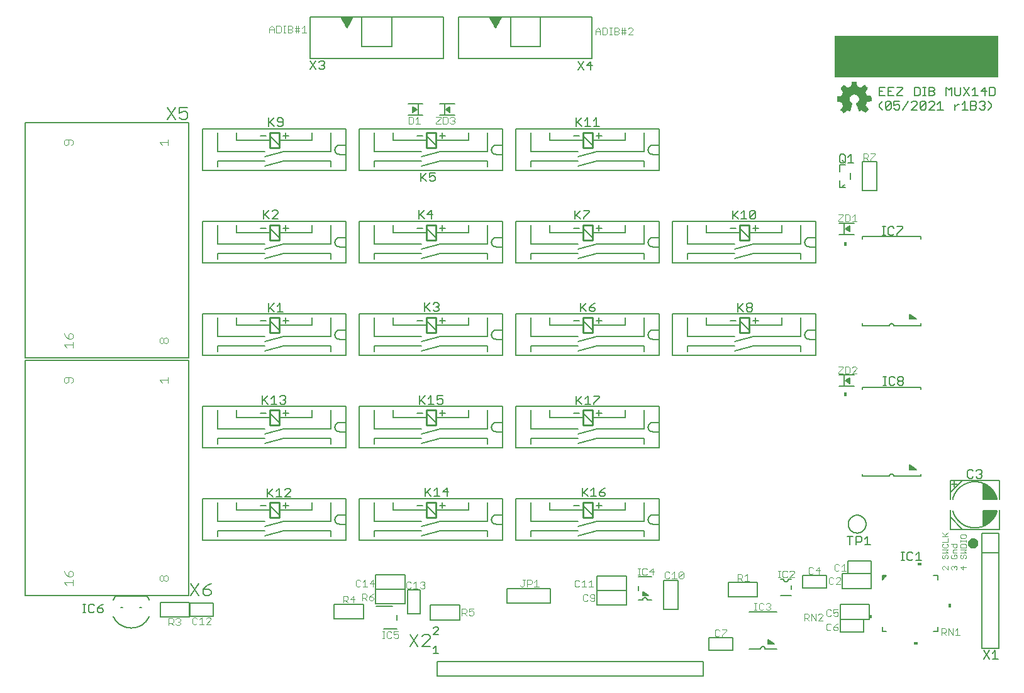
<source format=gto>
G75*
%MOIN*%
%OFA0B0*%
%FSLAX25Y25*%
%IPPOS*%
%LPD*%
%AMOC8*
5,1,8,0,0,1.08239X$1,22.5*
%
%ADD10C,0.00500*%
%ADD11R,0.87000X0.22250*%
%ADD12R,0.01485X0.00015*%
%ADD13R,0.00045X0.00015*%
%ADD14R,0.00105X0.00015*%
%ADD15R,0.00165X0.00015*%
%ADD16R,0.00225X0.00015*%
%ADD17R,0.00285X0.00015*%
%ADD18R,0.00345X0.00015*%
%ADD19R,0.00405X0.00015*%
%ADD20R,0.00435X0.00015*%
%ADD21R,0.00465X0.00015*%
%ADD22R,0.00495X0.00015*%
%ADD23R,0.00540X0.00015*%
%ADD24R,0.00585X0.00015*%
%ADD25R,0.00645X0.00015*%
%ADD26R,0.00150X0.00015*%
%ADD27R,0.00675X0.00015*%
%ADD28R,0.00195X0.00015*%
%ADD29R,0.00705X0.00015*%
%ADD30R,0.00240X0.00015*%
%ADD31R,0.00735X0.00015*%
%ADD32R,0.00270X0.00015*%
%ADD33R,0.00765X0.00015*%
%ADD34R,0.00300X0.00015*%
%ADD35R,0.00810X0.00015*%
%ADD36R,0.00360X0.00015*%
%ADD37R,0.00855X0.00015*%
%ADD38R,0.00435X0.00015*%
%ADD39R,0.00915X0.00015*%
%ADD40R,0.00465X0.00015*%
%ADD41R,0.00945X0.00015*%
%ADD42R,0.00960X0.00015*%
%ADD43R,0.00525X0.00015*%
%ADD44R,0.00990X0.00015*%
%ADD45R,0.00555X0.00015*%
%ADD46R,0.01035X0.00015*%
%ADD47R,0.00600X0.00015*%
%ADD48R,0.01080X0.00015*%
%ADD49R,0.01125X0.00015*%
%ADD50R,0.01170X0.00015*%
%ADD51R,0.00720X0.00015*%
%ADD52R,0.01200X0.00015*%
%ADD53R,0.00750X0.00015*%
%ADD54R,0.01230X0.00015*%
%ADD55R,0.00780X0.00015*%
%ADD56R,0.01260X0.00015*%
%ADD57R,0.00810X0.00015*%
%ADD58R,0.01305X0.00015*%
%ADD59R,0.01365X0.00015*%
%ADD60R,0.00900X0.00015*%
%ADD61R,0.01395X0.00015*%
%ADD62R,0.01440X0.00015*%
%ADD63R,0.01470X0.00015*%
%ADD64R,0.01005X0.00015*%
%ADD65R,0.01500X0.00015*%
%ADD66R,0.01020X0.00015*%
%ADD67R,0.01530X0.00015*%
%ADD68R,0.01065X0.00015*%
%ADD69R,0.01575X0.00015*%
%ADD70R,0.01095X0.00015*%
%ADD71R,0.01635X0.00015*%
%ADD72R,0.01155X0.00015*%
%ADD73R,0.01680X0.00015*%
%ADD74R,0.01200X0.00015*%
%ADD75R,0.01710X0.00015*%
%ADD76R,0.01230X0.00015*%
%ADD77R,0.01725X0.00015*%
%ADD78R,0.01245X0.00015*%
%ADD79R,0.01755X0.00015*%
%ADD80R,0.01275X0.00015*%
%ADD81R,0.01800X0.00015*%
%ADD82R,0.01320X0.00015*%
%ADD83R,0.01860X0.00015*%
%ADD84R,0.01905X0.00015*%
%ADD85R,0.01410X0.00015*%
%ADD86R,0.01935X0.00015*%
%ADD87R,0.01455X0.00015*%
%ADD88R,0.01965X0.00015*%
%ADD89R,0.01485X0.00015*%
%ADD90R,0.01995X0.00015*%
%ADD91R,0.01515X0.00015*%
%ADD92R,0.02040X0.00015*%
%ADD93R,0.01530X0.00015*%
%ADD94R,0.02070X0.00015*%
%ADD95R,0.01575X0.00015*%
%ADD96R,0.02115X0.00015*%
%ADD97R,0.01620X0.00015*%
%ADD98R,0.02160X0.00015*%
%ADD99R,0.01665X0.00015*%
%ADD100R,0.02190X0.00015*%
%ADD101R,0.00075X0.00015*%
%ADD102R,0.01695X0.00015*%
%ADD103R,0.02220X0.00015*%
%ADD104R,0.00105X0.00015*%
%ADD105R,0.02235X0.00015*%
%ADD106R,0.00135X0.00015*%
%ADD107R,0.01755X0.00015*%
%ADD108R,0.02280X0.00015*%
%ADD109R,0.00180X0.00015*%
%ADD110R,0.01785X0.00015*%
%ADD111R,0.02340X0.00015*%
%ADD112R,0.00240X0.00015*%
%ADD113R,0.01830X0.00015*%
%ADD114R,0.02385X0.00015*%
%ADD115R,0.01890X0.00015*%
%ADD116R,0.02415X0.00015*%
%ADD117R,0.00330X0.00015*%
%ADD118R,0.00120X0.00015*%
%ADD119R,0.01920X0.00015*%
%ADD120R,0.02430X0.00015*%
%ADD121R,0.00375X0.00015*%
%ADD122R,0.02460X0.00015*%
%ADD123R,0.00405X0.00015*%
%ADD124R,0.00195X0.00015*%
%ADD125R,0.01965X0.00015*%
%ADD126R,0.02505X0.00015*%
%ADD127R,0.00210X0.00015*%
%ADD128R,0.02010X0.00015*%
%ADD129R,0.02535X0.00015*%
%ADD130R,0.00480X0.00015*%
%ADD131R,0.02580X0.00015*%
%ADD132R,0.00540X0.00015*%
%ADD133R,0.02085X0.00015*%
%ADD134R,0.02625X0.00015*%
%ADD135R,0.02130X0.00015*%
%ADD136R,0.02670X0.00015*%
%ADD137R,0.00630X0.00015*%
%ADD138R,0.02700X0.00015*%
%ADD139R,0.00660X0.00015*%
%ADD140R,0.00450X0.00015*%
%ADD141R,0.02190X0.00015*%
%ADD142R,0.02715X0.00015*%
%ADD143R,0.02205X0.00015*%
%ADD144R,0.02745X0.00015*%
%ADD145R,0.00510X0.00015*%
%ADD146R,0.02235X0.00015*%
%ADD147R,0.02775X0.00015*%
%ADD148R,0.02820X0.00015*%
%ADD149R,0.02310X0.00015*%
%ADD150R,0.02880X0.00015*%
%ADD151R,0.00855X0.00015*%
%ADD152R,0.02355X0.00015*%
%ADD153R,0.02895X0.00015*%
%ADD154R,0.00870X0.00015*%
%ADD155R,0.00660X0.00015*%
%ADD156R,0.02925X0.00015*%
%ADD157R,0.00690X0.00015*%
%ADD158R,0.02970X0.00015*%
%ADD159R,0.03000X0.00015*%
%ADD160R,0.00750X0.00015*%
%ADD161R,0.03045X0.00015*%
%ADD162R,0.01005X0.00015*%
%ADD163R,0.00780X0.00015*%
%ADD164R,0.02505X0.00015*%
%ADD165R,0.03090X0.00015*%
%ADD166R,0.01050X0.00015*%
%ADD167R,0.00825X0.00015*%
%ADD168R,0.02550X0.00015*%
%ADD169R,0.03135X0.00015*%
%ADD170R,0.01095X0.00015*%
%ADD171R,0.00870X0.00015*%
%ADD172R,0.03165X0.00015*%
%ADD173R,0.01125X0.00015*%
%ADD174R,0.02625X0.00015*%
%ADD175R,0.03195X0.00015*%
%ADD176R,0.01140X0.00015*%
%ADD177R,0.00930X0.00015*%
%ADD178R,0.02655X0.00015*%
%ADD179R,0.03210X0.00015*%
%ADD180R,0.00960X0.00015*%
%ADD181R,0.03240X0.00015*%
%ADD182R,0.02700X0.00015*%
%ADD183R,0.03285X0.00015*%
%ADD184R,0.01245X0.00015*%
%ADD185R,0.02745X0.00015*%
%ADD186R,0.03330X0.00015*%
%ADD187R,0.02790X0.00015*%
%ADD188R,0.03360X0.00015*%
%ADD189R,0.01110X0.00015*%
%ADD190R,0.02835X0.00015*%
%ADD191R,0.03390X0.00015*%
%ADD192R,0.01335X0.00015*%
%ADD193R,0.01140X0.00015*%
%ADD194R,0.02865X0.00015*%
%ADD195R,0.03420X0.00015*%
%ADD196R,0.01155X0.00015*%
%ADD197R,0.04905X0.00015*%
%ADD198R,0.04920X0.00015*%
%ADD199R,0.02940X0.00015*%
%ADD200R,0.04950X0.00015*%
%ADD201R,0.02985X0.00015*%
%ADD202R,0.04965X0.00015*%
%ADD203R,0.01275X0.00015*%
%ADD204R,0.03015X0.00015*%
%ADD205R,0.04980X0.00015*%
%ADD206R,0.03045X0.00015*%
%ADD207R,0.05010X0.00015*%
%ADD208R,0.01335X0.00015*%
%ADD209R,0.03075X0.00015*%
%ADD210R,0.01350X0.00015*%
%ADD211R,0.03105X0.00015*%
%ADD212R,0.05040X0.00015*%
%ADD213R,0.01380X0.00015*%
%ADD214R,0.05040X0.00015*%
%ADD215R,0.01410X0.00015*%
%ADD216R,0.03180X0.00015*%
%ADD217R,0.05070X0.00015*%
%ADD218R,0.03225X0.00015*%
%ADD219R,0.03255X0.00015*%
%ADD220R,0.05085X0.00015*%
%ADD221R,0.01515X0.00015*%
%ADD222R,0.03300X0.00015*%
%ADD223R,0.05100X0.00015*%
%ADD224R,0.04935X0.00015*%
%ADD225R,0.05115X0.00015*%
%ADD226R,0.04995X0.00015*%
%ADD227R,0.05130X0.00015*%
%ADD228R,0.05010X0.00015*%
%ADD229R,0.05130X0.00015*%
%ADD230R,0.05010X0.00015*%
%ADD231R,0.05025X0.00015*%
%ADD232R,0.05040X0.00015*%
%ADD233R,0.05055X0.00015*%
%ADD234R,0.05130X0.00015*%
%ADD235R,0.05085X0.00015*%
%ADD236R,0.05115X0.00015*%
%ADD237R,0.05145X0.00015*%
%ADD238R,0.05160X0.00015*%
%ADD239R,0.05130X0.00015*%
%ADD240R,0.05190X0.00015*%
%ADD241R,0.05190X0.00015*%
%ADD242R,0.05205X0.00015*%
%ADD243R,0.05220X0.00015*%
%ADD244R,0.05070X0.00015*%
%ADD245R,0.05085X0.00015*%
%ADD246R,0.05205X0.00015*%
%ADD247R,0.05220X0.00015*%
%ADD248R,0.05055X0.00015*%
%ADD249R,0.05025X0.00015*%
%ADD250R,0.05205X0.00015*%
%ADD251R,0.05025X0.00015*%
%ADD252R,0.05190X0.00015*%
%ADD253R,0.05190X0.00015*%
%ADD254R,0.04995X0.00015*%
%ADD255R,0.05175X0.00015*%
%ADD256R,0.04950X0.00015*%
%ADD257R,0.05145X0.00015*%
%ADD258R,0.05145X0.00015*%
%ADD259R,0.04920X0.00015*%
%ADD260R,0.04905X0.00015*%
%ADD261R,0.04905X0.00015*%
%ADD262R,0.05115X0.00015*%
%ADD263R,0.04890X0.00015*%
%ADD264R,0.04890X0.00015*%
%ADD265R,0.04875X0.00015*%
%ADD266R,0.04845X0.00015*%
%ADD267R,0.04830X0.00015*%
%ADD268R,0.04830X0.00015*%
%ADD269R,0.05070X0.00015*%
%ADD270R,0.04830X0.00015*%
%ADD271R,0.04815X0.00015*%
%ADD272R,0.04800X0.00015*%
%ADD273R,0.04800X0.00015*%
%ADD274R,0.05010X0.00015*%
%ADD275R,0.04785X0.00015*%
%ADD276R,0.04770X0.00015*%
%ADD277R,0.04770X0.00015*%
%ADD278R,0.04755X0.00015*%
%ADD279R,0.04740X0.00015*%
%ADD280R,0.04725X0.00015*%
%ADD281R,0.04725X0.00015*%
%ADD282R,0.04980X0.00015*%
%ADD283R,0.04710X0.00015*%
%ADD284R,0.04725X0.00015*%
%ADD285R,0.04710X0.00015*%
%ADD286R,0.04695X0.00015*%
%ADD287R,0.04680X0.00015*%
%ADD288R,0.04695X0.00015*%
%ADD289R,0.04680X0.00015*%
%ADD290R,0.04905X0.00015*%
%ADD291R,0.04665X0.00015*%
%ADD292R,0.04650X0.00015*%
%ADD293R,0.04635X0.00015*%
%ADD294R,0.04620X0.00015*%
%ADD295R,0.04620X0.00015*%
%ADD296R,0.04890X0.00015*%
%ADD297R,0.04605X0.00015*%
%ADD298R,0.04605X0.00015*%
%ADD299R,0.04590X0.00015*%
%ADD300R,0.04845X0.00015*%
%ADD301R,0.04575X0.00015*%
%ADD302R,0.04590X0.00015*%
%ADD303R,0.04575X0.00015*%
%ADD304R,0.04845X0.00015*%
%ADD305R,0.04560X0.00015*%
%ADD306R,0.04545X0.00015*%
%ADD307R,0.04530X0.00015*%
%ADD308R,0.04515X0.00015*%
%ADD309R,0.04530X0.00015*%
%ADD310R,0.04500X0.00015*%
%ADD311R,0.04515X0.00015*%
%ADD312R,0.04785X0.00015*%
%ADD313R,0.04485X0.00015*%
%ADD314R,0.04755X0.00015*%
%ADD315R,0.04470X0.00015*%
%ADD316R,0.04740X0.00015*%
%ADD317R,0.04485X0.00015*%
%ADD318R,0.04755X0.00015*%
%ADD319R,0.04545X0.00015*%
%ADD320R,0.04695X0.00015*%
%ADD321R,0.04680X0.00015*%
%ADD322R,0.04665X0.00015*%
%ADD323R,0.04725X0.00015*%
%ADD324R,0.04680X0.00015*%
%ADD325R,0.04860X0.00015*%
%ADD326R,0.04740X0.00015*%
%ADD327R,0.04875X0.00015*%
%ADD328R,0.04965X0.00015*%
%ADD329R,0.04860X0.00015*%
%ADD330R,0.04995X0.00015*%
%ADD331R,0.04875X0.00015*%
%ADD332R,0.04980X0.00015*%
%ADD333R,0.05235X0.00015*%
%ADD334R,0.05235X0.00015*%
%ADD335R,0.05250X0.00015*%
%ADD336R,0.05280X0.00015*%
%ADD337R,0.05295X0.00015*%
%ADD338R,0.05325X0.00015*%
%ADD339R,0.05340X0.00015*%
%ADD340R,0.05235X0.00015*%
%ADD341R,0.05355X0.00015*%
%ADD342R,0.05370X0.00015*%
%ADD343R,0.05265X0.00015*%
%ADD344R,0.05370X0.00015*%
%ADD345R,0.05280X0.00015*%
%ADD346R,0.05385X0.00015*%
%ADD347R,0.05295X0.00015*%
%ADD348R,0.05400X0.00015*%
%ADD349R,0.05415X0.00015*%
%ADD350R,0.05310X0.00015*%
%ADD351R,0.05430X0.00015*%
%ADD352R,0.05445X0.00015*%
%ADD353R,0.05460X0.00015*%
%ADD354R,0.05355X0.00015*%
%ADD355R,0.05475X0.00015*%
%ADD356R,0.05505X0.00015*%
%ADD357R,0.05520X0.00015*%
%ADD358R,0.05535X0.00015*%
%ADD359R,0.05550X0.00015*%
%ADD360R,0.05550X0.00015*%
%ADD361R,0.05475X0.00015*%
%ADD362R,0.05490X0.00015*%
%ADD363R,0.05475X0.00015*%
%ADD364R,0.05385X0.00015*%
%ADD365R,0.05370X0.00015*%
%ADD366R,0.05325X0.00015*%
%ADD367R,0.05310X0.00015*%
%ADD368R,0.05265X0.00015*%
%ADD369R,0.05175X0.00015*%
%ADD370R,0.04980X0.00015*%
%ADD371R,0.04965X0.00015*%
%ADD372R,0.04860X0.00015*%
%ADD373R,0.04845X0.00015*%
%ADD374R,0.04815X0.00015*%
%ADD375R,0.04770X0.00015*%
%ADD376R,0.05295X0.00015*%
%ADD377R,0.04635X0.00015*%
%ADD378R,0.05610X0.00015*%
%ADD379R,0.05700X0.00015*%
%ADD380R,0.05760X0.00015*%
%ADD381R,0.05805X0.00015*%
%ADD382R,0.05850X0.00015*%
%ADD383R,0.05895X0.00015*%
%ADD384R,0.06000X0.00015*%
%ADD385R,0.06135X0.00015*%
%ADD386R,0.06225X0.00015*%
%ADD387R,0.06300X0.00015*%
%ADD388R,0.06330X0.00015*%
%ADD389R,0.06375X0.00015*%
%ADD390R,0.06450X0.00015*%
%ADD391R,0.06570X0.00015*%
%ADD392R,0.05565X0.00015*%
%ADD393R,0.06690X0.00015*%
%ADD394R,0.06735X0.00015*%
%ADD395R,0.05790X0.00015*%
%ADD396R,0.06765X0.00015*%
%ADD397R,0.05850X0.00015*%
%ADD398R,0.06780X0.00015*%
%ADD399R,0.05895X0.00015*%
%ADD400R,0.06795X0.00015*%
%ADD401R,0.05955X0.00015*%
%ADD402R,0.06810X0.00015*%
%ADD403R,0.06060X0.00015*%
%ADD404R,0.06195X0.00015*%
%ADD405R,0.06825X0.00015*%
%ADD406R,0.06330X0.00015*%
%ADD407R,0.06840X0.00015*%
%ADD408R,0.06390X0.00015*%
%ADD409R,0.06495X0.00015*%
%ADD410R,0.06840X0.00015*%
%ADD411R,0.06555X0.00015*%
%ADD412R,0.06825X0.00015*%
%ADD413R,0.06645X0.00015*%
%ADD414R,0.06825X0.00015*%
%ADD415R,0.06705X0.00015*%
%ADD416R,0.06705X0.00015*%
%ADD417R,0.06810X0.00015*%
%ADD418R,0.06720X0.00015*%
%ADD419R,0.06795X0.00015*%
%ADD420R,0.06750X0.00015*%
%ADD421R,0.06765X0.00015*%
%ADD422R,0.06795X0.00015*%
%ADD423R,0.06780X0.00015*%
%ADD424R,0.06780X0.00015*%
%ADD425R,0.06750X0.00015*%
%ADD426R,0.06720X0.00015*%
%ADD427R,0.06720X0.00015*%
%ADD428R,0.06705X0.00015*%
%ADD429R,0.06705X0.00015*%
%ADD430R,0.06690X0.00015*%
%ADD431R,0.06675X0.00015*%
%ADD432R,0.06690X0.00015*%
%ADD433R,0.06675X0.00015*%
%ADD434R,0.06675X0.00015*%
%ADD435R,0.06660X0.00015*%
%ADD436R,0.06675X0.00015*%
%ADD437R,0.06660X0.00015*%
%ADD438R,0.06660X0.00015*%
%ADD439R,0.06645X0.00015*%
%ADD440R,0.06630X0.00015*%
%ADD441R,0.06660X0.00015*%
%ADD442R,0.06630X0.00015*%
%ADD443R,0.06645X0.00015*%
%ADD444R,0.06735X0.00015*%
%ADD445R,0.06765X0.00015*%
%ADD446R,0.06780X0.00015*%
%ADD447R,0.06825X0.00015*%
%ADD448R,0.06855X0.00015*%
%ADD449R,0.06855X0.00015*%
%ADD450R,0.06870X0.00015*%
%ADD451R,0.06885X0.00015*%
%ADD452R,0.06525X0.00015*%
%ADD453R,0.06405X0.00015*%
%ADD454R,0.06255X0.00015*%
%ADD455R,0.06165X0.00015*%
%ADD456R,0.06870X0.00015*%
%ADD457R,0.06120X0.00015*%
%ADD458R,0.06885X0.00015*%
%ADD459R,0.06060X0.00015*%
%ADD460R,0.06015X0.00015*%
%ADD461R,0.05910X0.00015*%
%ADD462R,0.05670X0.00015*%
%ADD463R,0.05595X0.00015*%
%ADD464R,0.06585X0.00015*%
%ADD465R,0.05160X0.00015*%
%ADD466R,0.06390X0.00015*%
%ADD467R,0.05025X0.00015*%
%ADD468R,0.06330X0.00015*%
%ADD469R,0.06075X0.00015*%
%ADD470R,0.05820X0.00015*%
%ADD471R,0.05775X0.00015*%
%ADD472R,0.05685X0.00015*%
%ADD473R,0.05460X0.00015*%
%ADD474R,0.04860X0.00015*%
%ADD475R,0.04935X0.00015*%
%ADD476R,0.05160X0.00015*%
%ADD477R,0.05325X0.00015*%
%ADD478R,0.05340X0.00015*%
%ADD479R,0.05355X0.00015*%
%ADD480R,0.05430X0.00015*%
%ADD481R,0.05535X0.00015*%
%ADD482R,0.05595X0.00015*%
%ADD483R,0.05640X0.00015*%
%ADD484R,0.05640X0.00015*%
%ADD485R,0.05670X0.00015*%
%ADD486R,0.05685X0.00015*%
%ADD487R,0.05700X0.00015*%
%ADD488R,0.05715X0.00015*%
%ADD489R,0.05715X0.00015*%
%ADD490R,0.05730X0.00015*%
%ADD491R,0.05745X0.00015*%
%ADD492R,0.05760X0.00015*%
%ADD493R,0.06000X0.00015*%
%ADD494R,0.06105X0.00015*%
%ADD495R,0.06180X0.00015*%
%ADD496R,0.06210X0.00015*%
%ADD497R,0.12690X0.00015*%
%ADD498R,0.12675X0.00015*%
%ADD499R,0.12660X0.00015*%
%ADD500R,0.12660X0.00015*%
%ADD501R,0.12645X0.00015*%
%ADD502R,0.12615X0.00015*%
%ADD503R,0.12600X0.00015*%
%ADD504R,0.12585X0.00015*%
%ADD505R,0.12555X0.00015*%
%ADD506R,0.12540X0.00015*%
%ADD507R,0.12525X0.00015*%
%ADD508R,0.12510X0.00015*%
%ADD509R,0.12510X0.00015*%
%ADD510R,0.12480X0.00015*%
%ADD511R,0.12450X0.00015*%
%ADD512R,0.12435X0.00015*%
%ADD513R,0.12420X0.00015*%
%ADD514R,0.12390X0.00015*%
%ADD515R,0.12375X0.00015*%
%ADD516R,0.12360X0.00015*%
%ADD517R,0.12330X0.00015*%
%ADD518R,0.12300X0.00015*%
%ADD519R,0.12285X0.00015*%
%ADD520R,0.12270X0.00015*%
%ADD521R,0.12255X0.00015*%
%ADD522R,0.12240X0.00015*%
%ADD523R,0.12225X0.00015*%
%ADD524R,0.12195X0.00015*%
%ADD525R,0.12165X0.00015*%
%ADD526R,0.12150X0.00015*%
%ADD527R,0.12135X0.00015*%
%ADD528R,0.12120X0.00015*%
%ADD529R,0.12090X0.00015*%
%ADD530R,0.12075X0.00015*%
%ADD531R,0.12060X0.00015*%
%ADD532R,0.12045X0.00015*%
%ADD533R,0.12015X0.00015*%
%ADD534R,0.12000X0.00015*%
%ADD535R,0.11985X0.00015*%
%ADD536R,0.11955X0.00015*%
%ADD537R,0.11940X0.00015*%
%ADD538R,0.11925X0.00015*%
%ADD539R,0.11910X0.00015*%
%ADD540R,0.11910X0.00015*%
%ADD541R,0.11880X0.00015*%
%ADD542R,0.11850X0.00015*%
%ADD543R,0.11835X0.00015*%
%ADD544R,0.11805X0.00015*%
%ADD545R,0.11775X0.00015*%
%ADD546R,0.11760X0.00015*%
%ADD547R,0.11745X0.00015*%
%ADD548R,0.11730X0.00015*%
%ADD549R,0.11700X0.00015*%
%ADD550R,0.11700X0.00015*%
%ADD551R,0.11685X0.00015*%
%ADD552R,0.11655X0.00015*%
%ADD553R,0.11640X0.00015*%
%ADD554R,0.11625X0.00015*%
%ADD555R,0.11625X0.00015*%
%ADD556R,0.11670X0.00015*%
%ADD557R,0.11715X0.00015*%
%ADD558R,0.11790X0.00015*%
%ADD559R,0.11820X0.00015*%
%ADD560R,0.11820X0.00015*%
%ADD561R,0.11880X0.00015*%
%ADD562R,0.11895X0.00015*%
%ADD563R,0.11970X0.00015*%
%ADD564R,0.12045X0.00015*%
%ADD565R,0.12075X0.00015*%
%ADD566R,0.12105X0.00015*%
%ADD567R,0.12135X0.00015*%
%ADD568R,0.12165X0.00015*%
%ADD569R,0.12180X0.00015*%
%ADD570R,0.12195X0.00015*%
%ADD571R,0.12210X0.00015*%
%ADD572R,0.12225X0.00015*%
%ADD573R,0.12255X0.00015*%
%ADD574R,0.12360X0.00015*%
%ADD575R,0.12390X0.00015*%
%ADD576R,0.12405X0.00015*%
%ADD577R,0.12435X0.00015*%
%ADD578R,0.12480X0.00015*%
%ADD579R,0.12480X0.00015*%
%ADD580R,0.12510X0.00015*%
%ADD581R,0.12570X0.00015*%
%ADD582R,0.12630X0.00015*%
%ADD583R,0.12675X0.00015*%
%ADD584R,0.12705X0.00015*%
%ADD585R,0.12735X0.00015*%
%ADD586R,0.12750X0.00015*%
%ADD587R,0.12780X0.00015*%
%ADD588R,0.12795X0.00015*%
%ADD589R,0.12810X0.00015*%
%ADD590R,0.12840X0.00015*%
%ADD591R,0.12855X0.00015*%
%ADD592R,0.12885X0.00015*%
%ADD593R,0.12900X0.00015*%
%ADD594R,0.12915X0.00015*%
%ADD595R,0.12945X0.00015*%
%ADD596R,0.12960X0.00015*%
%ADD597R,0.12990X0.00015*%
%ADD598R,0.13005X0.00015*%
%ADD599R,0.13020X0.00015*%
%ADD600R,0.13035X0.00015*%
%ADD601R,0.13065X0.00015*%
%ADD602R,0.13080X0.00015*%
%ADD603R,0.13110X0.00015*%
%ADD604R,0.13125X0.00015*%
%ADD605R,0.13155X0.00015*%
%ADD606R,0.13170X0.00015*%
%ADD607R,0.13200X0.00015*%
%ADD608R,0.13230X0.00015*%
%ADD609R,0.13260X0.00015*%
%ADD610R,0.13290X0.00015*%
%ADD611R,0.13320X0.00015*%
%ADD612R,0.13350X0.00015*%
%ADD613R,0.13365X0.00015*%
%ADD614R,0.13395X0.00015*%
%ADD615R,0.13425X0.00015*%
%ADD616R,0.13455X0.00015*%
%ADD617R,0.13470X0.00015*%
%ADD618R,0.13500X0.00015*%
%ADD619R,0.13530X0.00015*%
%ADD620R,0.13560X0.00015*%
%ADD621R,0.13575X0.00015*%
%ADD622R,0.13605X0.00015*%
%ADD623R,0.13635X0.00015*%
%ADD624R,0.13650X0.00015*%
%ADD625R,0.13680X0.00015*%
%ADD626R,0.13695X0.00015*%
%ADD627R,0.13725X0.00015*%
%ADD628R,0.13740X0.00015*%
%ADD629R,0.13770X0.00015*%
%ADD630R,0.13785X0.00015*%
%ADD631R,0.13800X0.00015*%
%ADD632R,0.13830X0.00015*%
%ADD633R,0.13860X0.00015*%
%ADD634R,0.13875X0.00015*%
%ADD635R,0.13905X0.00015*%
%ADD636R,0.13935X0.00015*%
%ADD637R,0.13950X0.00015*%
%ADD638R,0.13980X0.00015*%
%ADD639R,0.14010X0.00015*%
%ADD640R,0.14025X0.00015*%
%ADD641R,0.14055X0.00015*%
%ADD642R,0.14070X0.00015*%
%ADD643R,0.14085X0.00015*%
%ADD644R,0.14115X0.00015*%
%ADD645R,0.14145X0.00015*%
%ADD646R,0.14160X0.00015*%
%ADD647R,0.14190X0.00015*%
%ADD648R,0.14205X0.00015*%
%ADD649R,0.14220X0.00015*%
%ADD650R,0.14235X0.00015*%
%ADD651R,0.14265X0.00015*%
%ADD652R,0.14280X0.00015*%
%ADD653R,0.14295X0.00015*%
%ADD654R,0.14295X0.00015*%
%ADD655R,0.14250X0.00015*%
%ADD656R,0.14205X0.00015*%
%ADD657R,0.14175X0.00015*%
%ADD658R,0.14160X0.00015*%
%ADD659R,0.14130X0.00015*%
%ADD660R,0.14100X0.00015*%
%ADD661R,0.14040X0.00015*%
%ADD662R,0.14010X0.00015*%
%ADD663R,0.03465X0.00015*%
%ADD664R,0.10440X0.00015*%
%ADD665R,0.03420X0.00015*%
%ADD666R,0.10395X0.00015*%
%ADD667R,0.03375X0.00015*%
%ADD668R,0.10335X0.00015*%
%ADD669R,0.03570X0.00015*%
%ADD670R,0.06600X0.00015*%
%ADD671R,0.03525X0.00015*%
%ADD672R,0.03270X0.00015*%
%ADD673R,0.03495X0.00015*%
%ADD674R,0.03210X0.00015*%
%ADD675R,0.06480X0.00015*%
%ADD676R,0.03435X0.00015*%
%ADD677R,0.03165X0.00015*%
%ADD678R,0.03390X0.00015*%
%ADD679R,0.03120X0.00015*%
%ADD680R,0.06315X0.00015*%
%ADD681R,0.03345X0.00015*%
%ADD682R,0.03090X0.00015*%
%ADD683R,0.03075X0.00015*%
%ADD684R,0.06225X0.00015*%
%ADD685R,0.03270X0.00015*%
%ADD686R,0.06180X0.00015*%
%ADD687R,0.02970X0.00015*%
%ADD688R,0.06075X0.00015*%
%ADD689R,0.03195X0.00015*%
%ADD690R,0.02925X0.00015*%
%ADD691R,0.05985X0.00015*%
%ADD692R,0.03135X0.00015*%
%ADD693R,0.02850X0.00015*%
%ADD694R,0.05835X0.00015*%
%ADD695R,0.03030X0.00015*%
%ADD696R,0.02805X0.00015*%
%ADD697R,0.02730X0.00015*%
%ADD698R,0.05625X0.00015*%
%ADD699R,0.02925X0.00015*%
%ADD700R,0.02640X0.00015*%
%ADD701R,0.02595X0.00015*%
%ADD702R,0.02565X0.00015*%
%ADD703R,0.02760X0.00015*%
%ADD704R,0.02520X0.00015*%
%ADD705R,0.02730X0.00015*%
%ADD706R,0.02475X0.00015*%
%ADD707R,0.02685X0.00015*%
%ADD708R,0.02445X0.00015*%
%ADD709R,0.02400X0.00015*%
%ADD710R,0.02370X0.00015*%
%ADD711R,0.02565X0.00015*%
%ADD712R,0.02340X0.00015*%
%ADD713R,0.02325X0.00015*%
%ADD714R,0.02505X0.00015*%
%ADD715R,0.02280X0.00015*%
%ADD716R,0.02460X0.00015*%
%ADD717R,0.04560X0.00015*%
%ADD718R,0.02190X0.00015*%
%ADD719R,0.04440X0.00015*%
%ADD720R,0.02370X0.00015*%
%ADD721R,0.02145X0.00015*%
%ADD722R,0.04365X0.00015*%
%ADD723R,0.04320X0.00015*%
%ADD724R,0.02310X0.00015*%
%ADD725R,0.02100X0.00015*%
%ADD726R,0.04260X0.00015*%
%ADD727R,0.04200X0.00015*%
%ADD728R,0.02265X0.00015*%
%ADD729R,0.02040X0.00015*%
%ADD730R,0.04095X0.00015*%
%ADD731R,0.02220X0.00015*%
%ADD732R,0.03915X0.00015*%
%ADD733R,0.02175X0.00015*%
%ADD734R,0.03765X0.00015*%
%ADD735R,0.03675X0.00015*%
%ADD736R,0.01890X0.00015*%
%ADD737R,0.03615X0.00015*%
%ADD738R,0.02055X0.00015*%
%ADD739R,0.01860X0.00015*%
%ADD740R,0.03555X0.00015*%
%ADD741R,0.01815X0.00015*%
%ADD742R,0.03450X0.00015*%
%ADD743R,0.01725X0.00015*%
%ADD744R,0.03315X0.00015*%
%ADD745R,0.01905X0.00015*%
%ADD746R,0.01680X0.00015*%
%ADD747R,0.01650X0.00015*%
%ADD748R,0.01620X0.00015*%
%ADD749R,0.01590X0.00015*%
%ADD750R,0.01770X0.00015*%
%ADD751R,0.01560X0.00015*%
%ADD752R,0.03240X0.00015*%
%ADD753R,0.01740X0.00015*%
%ADD754R,0.01665X0.00015*%
%ADD755R,0.01455X0.00015*%
%ADD756R,0.01635X0.00015*%
%ADD757R,0.01410X0.00015*%
%ADD758R,0.01395X0.00015*%
%ADD759R,0.01365X0.00015*%
%ADD760R,0.01335X0.00015*%
%ADD761R,0.01290X0.00015*%
%ADD762R,0.03210X0.00015*%
%ADD763R,0.01455X0.00015*%
%ADD764R,0.01185X0.00015*%
%ADD765R,0.01290X0.00015*%
%ADD766R,0.01110X0.00015*%
%ADD767R,0.01260X0.00015*%
%ADD768R,0.03180X0.00015*%
%ADD769R,0.00975X0.00015*%
%ADD770R,0.03150X0.00015*%
%ADD771R,0.00885X0.00015*%
%ADD772R,0.03150X0.00015*%
%ADD773R,0.01050X0.00015*%
%ADD774R,0.00795X0.00015*%
%ADD775R,0.00885X0.00015*%
%ADD776R,0.00690X0.00015*%
%ADD777R,0.00840X0.00015*%
%ADD778R,0.00570X0.00015*%
%ADD779R,0.00525X0.00015*%
%ADD780R,0.03105X0.00015*%
%ADD781R,0.00660X0.00015*%
%ADD782R,0.00615X0.00015*%
%ADD783R,0.00420X0.00015*%
%ADD784R,0.00555X0.00015*%
%ADD785R,0.00390X0.00015*%
%ADD786R,0.00525X0.00015*%
%ADD787R,0.00360X0.00015*%
%ADD788R,0.00495X0.00015*%
%ADD789R,0.03075X0.00015*%
%ADD790R,0.00450X0.00015*%
%ADD791R,0.00225X0.00015*%
%ADD792R,0.00345X0.00015*%
%ADD793R,0.00255X0.00015*%
%ADD794R,0.03060X0.00015*%
%ADD795R,0.00180X0.00015*%
%ADD796R,0.00075X0.00015*%
%ADD797R,0.03000X0.00015*%
%ADD798R,0.02955X0.00015*%
%ADD799R,0.02940X0.00015*%
%ADD800R,0.02940X0.00015*%
%ADD801R,0.02910X0.00015*%
%ADD802R,0.02910X0.00015*%
%ADD803R,0.02865X0.00015*%
%ADD804R,0.02805X0.00015*%
%ADD805R,0.02775X0.00015*%
%ADD806R,0.02760X0.00015*%
%ADD807R,0.02655X0.00015*%
%ADD808R,0.02640X0.00015*%
%ADD809R,0.02610X0.00015*%
%ADD810R,0.02595X0.00015*%
%ADD811R,0.02535X0.00015*%
%ADD812R,0.02475X0.00015*%
%ADD813R,0.02175X0.00015*%
%ADD814R,0.01575X0.00015*%
%ADD815C,0.00300*%
%ADD816C,0.02600*%
%ADD817C,0.00400*%
%ADD818C,0.00800*%
%ADD819C,0.00700*%
%ADD820C,0.00600*%
%ADD821C,0.00100*%
%ADD822C,0.01000*%
%ADD823R,0.00787X0.05512*%
D10*
X0116138Y0087415D02*
X0117639Y0087415D01*
X0116888Y0087415D02*
X0116888Y0091919D01*
X0116138Y0091919D02*
X0117639Y0091919D01*
X0119207Y0091168D02*
X0119207Y0088166D01*
X0119958Y0087415D01*
X0121459Y0087415D01*
X0122209Y0088166D01*
X0123811Y0088166D02*
X0124562Y0087415D01*
X0126063Y0087415D01*
X0126813Y0088166D01*
X0126813Y0088916D01*
X0126063Y0089667D01*
X0123811Y0089667D01*
X0123811Y0088166D01*
X0123811Y0089667D02*
X0125312Y0091168D01*
X0126813Y0091919D01*
X0122209Y0091168D02*
X0121459Y0091919D01*
X0119958Y0091919D01*
X0119207Y0091168D01*
X0133490Y0096315D02*
X0149986Y0096315D01*
X0147265Y0090315D02*
X0146210Y0090315D01*
X0151240Y0094287D02*
X0151136Y0094502D01*
X0151027Y0094715D01*
X0150913Y0094925D01*
X0150794Y0095132D01*
X0150671Y0095337D01*
X0150543Y0095539D01*
X0150410Y0095738D01*
X0150273Y0095933D01*
X0150132Y0096126D01*
X0149986Y0096315D01*
X0157170Y0092885D02*
X0172705Y0092885D01*
X0172705Y0085145D01*
X0157170Y0085145D01*
X0157170Y0092885D01*
X0151238Y0085343D02*
X0151126Y0085113D01*
X0151009Y0084886D01*
X0150887Y0084662D01*
X0150759Y0084441D01*
X0150625Y0084224D01*
X0150487Y0084009D01*
X0150343Y0083798D01*
X0150194Y0083591D01*
X0150040Y0083387D01*
X0149882Y0083187D01*
X0149718Y0082991D01*
X0149550Y0082799D01*
X0149377Y0082611D01*
X0149199Y0082427D01*
X0149018Y0082248D01*
X0148831Y0082073D01*
X0148641Y0081903D01*
X0148447Y0081738D01*
X0148248Y0081577D01*
X0148046Y0081421D01*
X0147840Y0081270D01*
X0147630Y0081124D01*
X0147417Y0080984D01*
X0147201Y0080848D01*
X0146981Y0080718D01*
X0146758Y0080593D01*
X0146533Y0080474D01*
X0146304Y0080360D01*
X0146073Y0080252D01*
X0145839Y0080149D01*
X0145603Y0080052D01*
X0145364Y0079961D01*
X0145124Y0079876D01*
X0144881Y0079796D01*
X0144636Y0079723D01*
X0144390Y0079655D01*
X0144142Y0079594D01*
X0143893Y0079539D01*
X0143643Y0079489D01*
X0143391Y0079446D01*
X0143138Y0079409D01*
X0142885Y0079378D01*
X0142631Y0079353D01*
X0142376Y0079334D01*
X0142121Y0079322D01*
X0141866Y0079316D01*
X0141610Y0079316D01*
X0141355Y0079322D01*
X0141100Y0079334D01*
X0140845Y0079353D01*
X0140591Y0079378D01*
X0140338Y0079409D01*
X0140085Y0079446D01*
X0139833Y0079489D01*
X0139583Y0079539D01*
X0139334Y0079594D01*
X0139086Y0079655D01*
X0138840Y0079723D01*
X0138595Y0079796D01*
X0138352Y0079876D01*
X0138112Y0079961D01*
X0137873Y0080052D01*
X0137637Y0080149D01*
X0137403Y0080252D01*
X0137172Y0080360D01*
X0136943Y0080474D01*
X0136718Y0080593D01*
X0136495Y0080718D01*
X0136275Y0080848D01*
X0136059Y0080984D01*
X0135846Y0081124D01*
X0135636Y0081270D01*
X0135430Y0081421D01*
X0135228Y0081577D01*
X0135029Y0081738D01*
X0134835Y0081903D01*
X0134645Y0082073D01*
X0134458Y0082248D01*
X0134277Y0082427D01*
X0134099Y0082611D01*
X0133926Y0082799D01*
X0133758Y0082991D01*
X0133594Y0083187D01*
X0133436Y0083387D01*
X0133282Y0083591D01*
X0133133Y0083798D01*
X0132989Y0084009D01*
X0132851Y0084224D01*
X0132717Y0084441D01*
X0132589Y0084662D01*
X0132467Y0084886D01*
X0132350Y0085113D01*
X0132238Y0085343D01*
X0136210Y0090315D02*
X0137265Y0090315D01*
X0132192Y0094193D02*
X0132299Y0094418D01*
X0132411Y0094641D01*
X0132528Y0094861D01*
X0132650Y0095078D01*
X0132778Y0095293D01*
X0132911Y0095504D01*
X0133048Y0095712D01*
X0133191Y0095916D01*
X0133338Y0096118D01*
X0133490Y0096315D01*
X0172738Y0092385D02*
X0172738Y0085645D01*
X0185337Y0085645D01*
X0185337Y0092385D01*
X0172738Y0092385D01*
X0249220Y0091885D02*
X0249220Y0084145D01*
X0264755Y0084145D01*
X0264755Y0091885D01*
X0249220Y0091885D01*
X0271220Y0092095D02*
X0271220Y0099835D01*
X0286755Y0099835D01*
X0286755Y0092095D01*
X0271220Y0092095D01*
X0271220Y0099845D02*
X0271220Y0107585D01*
X0286755Y0107585D01*
X0286755Y0099845D01*
X0271220Y0099845D01*
X0288068Y0099464D02*
X0288068Y0086866D01*
X0294808Y0086866D01*
X0294808Y0099464D01*
X0288068Y0099464D01*
X0300320Y0091385D02*
X0300320Y0083645D01*
X0315855Y0083645D01*
X0315855Y0091385D01*
X0300320Y0091385D01*
X0302451Y0079781D02*
X0301783Y0079114D01*
X0302451Y0079781D02*
X0303785Y0079781D01*
X0304452Y0079114D01*
X0304452Y0078447D01*
X0301783Y0075778D01*
X0304452Y0075778D01*
X0303118Y0069781D02*
X0303118Y0065778D01*
X0304452Y0065778D02*
X0301783Y0065778D01*
X0301783Y0068447D02*
X0303118Y0069781D01*
X0340980Y0092545D02*
X0340980Y0100285D01*
X0363996Y0100285D01*
X0363996Y0092545D01*
X0340980Y0092545D01*
X0388670Y0091445D02*
X0388670Y0099185D01*
X0404205Y0099185D01*
X0404205Y0091445D01*
X0388670Y0091445D01*
X0388670Y0099195D02*
X0388670Y0106935D01*
X0404205Y0106935D01*
X0404205Y0099195D01*
X0388670Y0099195D01*
X0423818Y0104583D02*
X0423818Y0089047D01*
X0431558Y0089047D01*
X0431558Y0104583D01*
X0423818Y0104583D01*
X0458170Y0103435D02*
X0458170Y0095695D01*
X0473705Y0095695D01*
X0473705Y0103435D01*
X0458170Y0103435D01*
X0497638Y0100445D02*
X0497638Y0107185D01*
X0510237Y0107185D01*
X0510237Y0100445D01*
X0497638Y0100445D01*
X0517420Y0091685D02*
X0517420Y0083945D01*
X0532955Y0083945D01*
X0532955Y0091685D01*
X0517420Y0091685D01*
X0517388Y0083935D02*
X0529987Y0083935D01*
X0529987Y0077195D01*
X0517388Y0077195D01*
X0517388Y0083935D01*
X0518420Y0100295D02*
X0518420Y0108035D01*
X0533955Y0108035D01*
X0533955Y0100295D01*
X0518420Y0100295D01*
X0521388Y0107995D02*
X0521388Y0114735D01*
X0533987Y0114735D01*
X0533987Y0107995D01*
X0521388Y0107995D01*
X0522689Y0123365D02*
X0522689Y0127869D01*
X0521188Y0127869D02*
X0524190Y0127869D01*
X0525792Y0127869D02*
X0528044Y0127869D01*
X0528794Y0127118D01*
X0528794Y0125617D01*
X0528044Y0124866D01*
X0525792Y0124866D01*
X0525792Y0123365D02*
X0525792Y0127869D01*
X0530396Y0126368D02*
X0531897Y0127869D01*
X0531897Y0123365D01*
X0530396Y0123365D02*
X0533398Y0123365D01*
X0521714Y0134365D02*
X0521716Y0134502D01*
X0521722Y0134640D01*
X0521732Y0134777D01*
X0521746Y0134913D01*
X0521764Y0135050D01*
X0521786Y0135185D01*
X0521812Y0135320D01*
X0521841Y0135454D01*
X0521875Y0135588D01*
X0521912Y0135720D01*
X0521954Y0135851D01*
X0521999Y0135981D01*
X0522048Y0136109D01*
X0522100Y0136236D01*
X0522157Y0136361D01*
X0522216Y0136485D01*
X0522280Y0136607D01*
X0522347Y0136727D01*
X0522417Y0136845D01*
X0522491Y0136961D01*
X0522568Y0137075D01*
X0522649Y0137186D01*
X0522732Y0137295D01*
X0522819Y0137402D01*
X0522909Y0137505D01*
X0523002Y0137607D01*
X0523098Y0137705D01*
X0523196Y0137801D01*
X0523298Y0137894D01*
X0523401Y0137984D01*
X0523508Y0138071D01*
X0523617Y0138154D01*
X0523728Y0138235D01*
X0523842Y0138312D01*
X0523958Y0138386D01*
X0524076Y0138456D01*
X0524196Y0138523D01*
X0524318Y0138587D01*
X0524442Y0138646D01*
X0524567Y0138703D01*
X0524694Y0138755D01*
X0524822Y0138804D01*
X0524952Y0138849D01*
X0525083Y0138891D01*
X0525215Y0138928D01*
X0525349Y0138962D01*
X0525483Y0138991D01*
X0525618Y0139017D01*
X0525753Y0139039D01*
X0525890Y0139057D01*
X0526026Y0139071D01*
X0526163Y0139081D01*
X0526301Y0139087D01*
X0526438Y0139089D01*
X0526575Y0139087D01*
X0526713Y0139081D01*
X0526850Y0139071D01*
X0526986Y0139057D01*
X0527123Y0139039D01*
X0527258Y0139017D01*
X0527393Y0138991D01*
X0527527Y0138962D01*
X0527661Y0138928D01*
X0527793Y0138891D01*
X0527924Y0138849D01*
X0528054Y0138804D01*
X0528182Y0138755D01*
X0528309Y0138703D01*
X0528434Y0138646D01*
X0528558Y0138587D01*
X0528680Y0138523D01*
X0528800Y0138456D01*
X0528918Y0138386D01*
X0529034Y0138312D01*
X0529148Y0138235D01*
X0529259Y0138154D01*
X0529368Y0138071D01*
X0529475Y0137984D01*
X0529578Y0137894D01*
X0529680Y0137801D01*
X0529778Y0137705D01*
X0529874Y0137607D01*
X0529967Y0137505D01*
X0530057Y0137402D01*
X0530144Y0137295D01*
X0530227Y0137186D01*
X0530308Y0137075D01*
X0530385Y0136961D01*
X0530459Y0136845D01*
X0530529Y0136727D01*
X0530596Y0136607D01*
X0530660Y0136485D01*
X0530719Y0136361D01*
X0530776Y0136236D01*
X0530828Y0136109D01*
X0530877Y0135981D01*
X0530922Y0135851D01*
X0530964Y0135720D01*
X0531001Y0135588D01*
X0531035Y0135454D01*
X0531064Y0135320D01*
X0531090Y0135185D01*
X0531112Y0135050D01*
X0531130Y0134913D01*
X0531144Y0134777D01*
X0531154Y0134640D01*
X0531160Y0134502D01*
X0531162Y0134365D01*
X0531160Y0134228D01*
X0531154Y0134090D01*
X0531144Y0133953D01*
X0531130Y0133817D01*
X0531112Y0133680D01*
X0531090Y0133545D01*
X0531064Y0133410D01*
X0531035Y0133276D01*
X0531001Y0133142D01*
X0530964Y0133010D01*
X0530922Y0132879D01*
X0530877Y0132749D01*
X0530828Y0132621D01*
X0530776Y0132494D01*
X0530719Y0132369D01*
X0530660Y0132245D01*
X0530596Y0132123D01*
X0530529Y0132003D01*
X0530459Y0131885D01*
X0530385Y0131769D01*
X0530308Y0131655D01*
X0530227Y0131544D01*
X0530144Y0131435D01*
X0530057Y0131328D01*
X0529967Y0131225D01*
X0529874Y0131123D01*
X0529778Y0131025D01*
X0529680Y0130929D01*
X0529578Y0130836D01*
X0529475Y0130746D01*
X0529368Y0130659D01*
X0529259Y0130576D01*
X0529148Y0130495D01*
X0529034Y0130418D01*
X0528918Y0130344D01*
X0528800Y0130274D01*
X0528680Y0130207D01*
X0528558Y0130143D01*
X0528434Y0130084D01*
X0528309Y0130027D01*
X0528182Y0129975D01*
X0528054Y0129926D01*
X0527924Y0129881D01*
X0527793Y0129839D01*
X0527661Y0129802D01*
X0527527Y0129768D01*
X0527393Y0129739D01*
X0527258Y0129713D01*
X0527123Y0129691D01*
X0526986Y0129673D01*
X0526850Y0129659D01*
X0526713Y0129649D01*
X0526575Y0129643D01*
X0526438Y0129641D01*
X0526301Y0129643D01*
X0526163Y0129649D01*
X0526026Y0129659D01*
X0525890Y0129673D01*
X0525753Y0129691D01*
X0525618Y0129713D01*
X0525483Y0129739D01*
X0525349Y0129768D01*
X0525215Y0129802D01*
X0525083Y0129839D01*
X0524952Y0129881D01*
X0524822Y0129926D01*
X0524694Y0129975D01*
X0524567Y0130027D01*
X0524442Y0130084D01*
X0524318Y0130143D01*
X0524196Y0130207D01*
X0524076Y0130274D01*
X0523958Y0130344D01*
X0523842Y0130418D01*
X0523728Y0130495D01*
X0523617Y0130576D01*
X0523508Y0130659D01*
X0523401Y0130746D01*
X0523298Y0130836D01*
X0523196Y0130929D01*
X0523098Y0131025D01*
X0523002Y0131123D01*
X0522909Y0131225D01*
X0522819Y0131328D01*
X0522732Y0131435D01*
X0522649Y0131544D01*
X0522568Y0131655D01*
X0522491Y0131769D01*
X0522417Y0131885D01*
X0522347Y0132003D01*
X0522280Y0132123D01*
X0522216Y0132245D01*
X0522157Y0132369D01*
X0522100Y0132494D01*
X0522048Y0132621D01*
X0521999Y0132749D01*
X0521954Y0132879D01*
X0521912Y0133010D01*
X0521875Y0133142D01*
X0521841Y0133276D01*
X0521812Y0133410D01*
X0521786Y0133545D01*
X0521764Y0133680D01*
X0521746Y0133817D01*
X0521732Y0133953D01*
X0521722Y0134090D01*
X0521716Y0134228D01*
X0521714Y0134365D01*
X0549938Y0119569D02*
X0551439Y0119569D01*
X0550688Y0119569D02*
X0550688Y0115065D01*
X0549938Y0115065D02*
X0551439Y0115065D01*
X0553007Y0115816D02*
X0553758Y0115065D01*
X0555259Y0115065D01*
X0556009Y0115816D01*
X0557611Y0115065D02*
X0560613Y0115065D01*
X0559112Y0115065D02*
X0559112Y0119569D01*
X0557611Y0118068D01*
X0556009Y0118818D02*
X0555259Y0119569D01*
X0553758Y0119569D01*
X0553007Y0118818D01*
X0553007Y0115816D01*
X0593338Y0133365D02*
X0593338Y0141615D01*
X0600588Y0141615D01*
X0600091Y0140063D01*
X0599387Y0138593D01*
X0598489Y0137233D01*
X0597413Y0136009D01*
X0596180Y0134944D01*
X0594813Y0134057D01*
X0593338Y0133365D01*
X0593338Y0133502D02*
X0593631Y0133502D01*
X0593338Y0134001D02*
X0594694Y0134001D01*
X0595495Y0134499D02*
X0593338Y0134499D01*
X0593338Y0134998D02*
X0596243Y0134998D01*
X0596820Y0135496D02*
X0593338Y0135496D01*
X0593338Y0135995D02*
X0597396Y0135995D01*
X0597839Y0136493D02*
X0593338Y0136493D01*
X0593338Y0136992D02*
X0598277Y0136992D01*
X0598659Y0137490D02*
X0593338Y0137490D01*
X0593338Y0137989D02*
X0598988Y0137989D01*
X0599317Y0138487D02*
X0593338Y0138487D01*
X0593338Y0138986D02*
X0599575Y0138986D01*
X0599814Y0139484D02*
X0593338Y0139484D01*
X0593338Y0139983D02*
X0600053Y0139983D01*
X0600225Y0140481D02*
X0593338Y0140481D01*
X0593338Y0140980D02*
X0600385Y0140980D01*
X0600544Y0141479D02*
X0593338Y0141479D01*
X0600588Y0141615D02*
X0600515Y0141329D01*
X0600434Y0141045D01*
X0600347Y0140763D01*
X0600252Y0140483D01*
X0600151Y0140205D01*
X0600043Y0139931D01*
X0599928Y0139658D01*
X0599807Y0139389D01*
X0599679Y0139123D01*
X0599545Y0138860D01*
X0599404Y0138600D01*
X0599257Y0138344D01*
X0599104Y0138091D01*
X0598945Y0137842D01*
X0598779Y0137597D01*
X0598608Y0137357D01*
X0598431Y0137120D01*
X0598248Y0136888D01*
X0598060Y0136661D01*
X0597866Y0136438D01*
X0597667Y0136220D01*
X0597462Y0136007D01*
X0597252Y0135799D01*
X0597038Y0135596D01*
X0596818Y0135398D01*
X0596594Y0135206D01*
X0596365Y0135020D01*
X0596131Y0134839D01*
X0595893Y0134663D01*
X0595651Y0134494D01*
X0595405Y0134331D01*
X0595155Y0134173D01*
X0594901Y0134022D01*
X0594644Y0133877D01*
X0594383Y0133739D01*
X0594119Y0133607D01*
X0593852Y0133481D01*
X0593581Y0133362D01*
X0593308Y0133249D01*
X0593032Y0133143D01*
X0592754Y0133044D01*
X0592473Y0132952D01*
X0592191Y0132867D01*
X0591906Y0132788D01*
X0591619Y0132717D01*
X0591331Y0132653D01*
X0591041Y0132595D01*
X0590750Y0132545D01*
X0590458Y0132502D01*
X0590165Y0132466D01*
X0589871Y0132437D01*
X0589576Y0132416D01*
X0589281Y0132401D01*
X0588986Y0132394D01*
X0588690Y0132394D01*
X0588395Y0132401D01*
X0588100Y0132416D01*
X0587805Y0132437D01*
X0587511Y0132466D01*
X0587218Y0132502D01*
X0586926Y0132545D01*
X0586635Y0132595D01*
X0586345Y0132653D01*
X0586057Y0132717D01*
X0585770Y0132788D01*
X0585485Y0132867D01*
X0585203Y0132952D01*
X0584922Y0133044D01*
X0584644Y0133143D01*
X0584368Y0133249D01*
X0584095Y0133362D01*
X0583824Y0133481D01*
X0583557Y0133607D01*
X0583293Y0133739D01*
X0583032Y0133877D01*
X0582775Y0134022D01*
X0582521Y0134173D01*
X0582271Y0134331D01*
X0582025Y0134494D01*
X0581783Y0134663D01*
X0581545Y0134839D01*
X0581311Y0135020D01*
X0581082Y0135206D01*
X0580858Y0135398D01*
X0580638Y0135596D01*
X0580424Y0135799D01*
X0580214Y0136007D01*
X0580009Y0136220D01*
X0579810Y0136438D01*
X0579616Y0136661D01*
X0579428Y0136888D01*
X0579245Y0137120D01*
X0579068Y0137357D01*
X0578897Y0137597D01*
X0578731Y0137842D01*
X0578572Y0138091D01*
X0578419Y0138344D01*
X0578272Y0138600D01*
X0578131Y0138860D01*
X0577997Y0139123D01*
X0577869Y0139389D01*
X0577748Y0139658D01*
X0577633Y0139931D01*
X0577525Y0140205D01*
X0577424Y0140483D01*
X0577329Y0140763D01*
X0577242Y0141045D01*
X0577161Y0141329D01*
X0577088Y0141615D01*
X0577088Y0147615D02*
X0577161Y0147901D01*
X0577242Y0148185D01*
X0577329Y0148467D01*
X0577424Y0148747D01*
X0577525Y0149025D01*
X0577633Y0149299D01*
X0577748Y0149572D01*
X0577869Y0149841D01*
X0577997Y0150107D01*
X0578131Y0150370D01*
X0578272Y0150630D01*
X0578419Y0150886D01*
X0578572Y0151139D01*
X0578731Y0151388D01*
X0578897Y0151633D01*
X0579068Y0151873D01*
X0579245Y0152110D01*
X0579428Y0152342D01*
X0579616Y0152569D01*
X0579810Y0152792D01*
X0580009Y0153010D01*
X0580214Y0153223D01*
X0580424Y0153431D01*
X0580638Y0153634D01*
X0580858Y0153832D01*
X0581082Y0154024D01*
X0581311Y0154210D01*
X0581545Y0154391D01*
X0581783Y0154567D01*
X0582025Y0154736D01*
X0582271Y0154899D01*
X0582521Y0155057D01*
X0582775Y0155208D01*
X0583032Y0155353D01*
X0583293Y0155491D01*
X0583557Y0155623D01*
X0583824Y0155749D01*
X0584095Y0155868D01*
X0584368Y0155981D01*
X0584644Y0156087D01*
X0584922Y0156186D01*
X0585203Y0156278D01*
X0585485Y0156363D01*
X0585770Y0156442D01*
X0586057Y0156513D01*
X0586345Y0156577D01*
X0586635Y0156635D01*
X0586926Y0156685D01*
X0587218Y0156728D01*
X0587511Y0156764D01*
X0587805Y0156793D01*
X0588100Y0156814D01*
X0588395Y0156829D01*
X0588690Y0156836D01*
X0588986Y0156836D01*
X0589281Y0156829D01*
X0589576Y0156814D01*
X0589871Y0156793D01*
X0590165Y0156764D01*
X0590458Y0156728D01*
X0590750Y0156685D01*
X0591041Y0156635D01*
X0591331Y0156577D01*
X0591619Y0156513D01*
X0591906Y0156442D01*
X0592191Y0156363D01*
X0592473Y0156278D01*
X0592754Y0156186D01*
X0593032Y0156087D01*
X0593308Y0155981D01*
X0593581Y0155868D01*
X0593852Y0155749D01*
X0594119Y0155623D01*
X0594383Y0155491D01*
X0594644Y0155353D01*
X0594901Y0155208D01*
X0595155Y0155057D01*
X0595405Y0154899D01*
X0595651Y0154736D01*
X0595893Y0154567D01*
X0596131Y0154391D01*
X0596365Y0154210D01*
X0596594Y0154024D01*
X0596818Y0153832D01*
X0597038Y0153634D01*
X0597252Y0153431D01*
X0597462Y0153223D01*
X0597667Y0153010D01*
X0597866Y0152792D01*
X0598060Y0152569D01*
X0598248Y0152342D01*
X0598431Y0152110D01*
X0598608Y0151873D01*
X0598779Y0151633D01*
X0598945Y0151388D01*
X0599104Y0151139D01*
X0599257Y0150886D01*
X0599404Y0150630D01*
X0599545Y0150370D01*
X0599679Y0150107D01*
X0599807Y0149841D01*
X0599928Y0149572D01*
X0600043Y0149299D01*
X0600151Y0149025D01*
X0600252Y0148747D01*
X0600347Y0148467D01*
X0600434Y0148185D01*
X0600515Y0147901D01*
X0600588Y0147615D01*
X0600091Y0149167D01*
X0599387Y0150637D01*
X0598489Y0151996D01*
X0597413Y0153221D01*
X0596180Y0154286D01*
X0594813Y0155173D01*
X0593338Y0155865D01*
X0593338Y0147615D01*
X0600588Y0147615D01*
X0600478Y0147959D02*
X0593338Y0147959D01*
X0593338Y0148458D02*
X0600318Y0148458D01*
X0600159Y0148956D02*
X0593338Y0148956D01*
X0593338Y0149455D02*
X0599953Y0149455D01*
X0599715Y0149953D02*
X0593338Y0149953D01*
X0593338Y0150452D02*
X0599476Y0150452D01*
X0599180Y0150950D02*
X0593338Y0150950D01*
X0593338Y0151449D02*
X0598851Y0151449D01*
X0598521Y0151947D02*
X0593338Y0151947D01*
X0593338Y0152446D02*
X0598094Y0152446D01*
X0597656Y0152944D02*
X0593338Y0152944D01*
X0593338Y0153443D02*
X0597156Y0153443D01*
X0596579Y0153941D02*
X0593338Y0153941D01*
X0593338Y0154440D02*
X0595943Y0154440D01*
X0595175Y0154938D02*
X0593338Y0154938D01*
X0593338Y0155437D02*
X0594251Y0155437D01*
X0591844Y0158615D02*
X0590342Y0158615D01*
X0589592Y0159366D01*
X0587990Y0159366D02*
X0587240Y0158615D01*
X0585738Y0158615D01*
X0584988Y0159366D01*
X0584988Y0162368D01*
X0585738Y0163119D01*
X0587240Y0163119D01*
X0587990Y0162368D01*
X0589592Y0162368D02*
X0590342Y0163119D01*
X0591844Y0163119D01*
X0592594Y0162368D01*
X0592594Y0161618D01*
X0591844Y0160867D01*
X0592594Y0160116D01*
X0592594Y0159366D01*
X0591844Y0158615D01*
X0591844Y0160867D02*
X0591093Y0160867D01*
X0550263Y0207965D02*
X0548762Y0207965D01*
X0548011Y0208716D01*
X0548011Y0209466D01*
X0548762Y0210217D01*
X0550263Y0210217D01*
X0551013Y0209466D01*
X0551013Y0208716D01*
X0550263Y0207965D01*
X0550263Y0210217D02*
X0551013Y0210968D01*
X0551013Y0211718D01*
X0550263Y0212469D01*
X0548762Y0212469D01*
X0548011Y0211718D01*
X0548011Y0210968D01*
X0548762Y0210217D01*
X0546409Y0211718D02*
X0545659Y0212469D01*
X0544158Y0212469D01*
X0543407Y0211718D01*
X0543407Y0208716D01*
X0544158Y0207965D01*
X0545659Y0207965D01*
X0546409Y0208716D01*
X0541839Y0207965D02*
X0540338Y0207965D01*
X0541088Y0207965D02*
X0541088Y0212469D01*
X0540338Y0212469D02*
X0541839Y0212469D01*
X0470794Y0247716D02*
X0470044Y0246965D01*
X0468542Y0246965D01*
X0467792Y0247716D01*
X0467792Y0248466D01*
X0468542Y0249217D01*
X0470044Y0249217D01*
X0470794Y0248466D01*
X0470794Y0247716D01*
X0470044Y0249217D02*
X0470794Y0249968D01*
X0470794Y0250718D01*
X0470044Y0251469D01*
X0468542Y0251469D01*
X0467792Y0250718D01*
X0467792Y0249968D01*
X0468542Y0249217D01*
X0466190Y0251469D02*
X0463188Y0248466D01*
X0463938Y0249217D02*
X0466190Y0246965D01*
X0463188Y0246965D02*
X0463188Y0251469D01*
X0463390Y0296015D02*
X0461138Y0298267D01*
X0460388Y0297516D02*
X0463390Y0300519D01*
X0464992Y0299018D02*
X0466493Y0300519D01*
X0466493Y0296015D01*
X0464992Y0296015D02*
X0467994Y0296015D01*
X0469596Y0296766D02*
X0472598Y0299768D01*
X0472598Y0296766D01*
X0471847Y0296015D01*
X0470346Y0296015D01*
X0469596Y0296766D01*
X0469596Y0299768D01*
X0470346Y0300519D01*
X0471847Y0300519D01*
X0472598Y0299768D01*
X0460388Y0300519D02*
X0460388Y0296015D01*
X0517088Y0326566D02*
X0517838Y0325815D01*
X0519340Y0325815D01*
X0520090Y0326566D01*
X0520090Y0329568D01*
X0519340Y0330319D01*
X0517838Y0330319D01*
X0517088Y0329568D01*
X0517088Y0326566D01*
X0518589Y0327316D02*
X0520090Y0325815D01*
X0521692Y0325815D02*
X0524694Y0325815D01*
X0523193Y0325815D02*
X0523193Y0330319D01*
X0521692Y0328818D01*
X0529068Y0326583D02*
X0536808Y0326583D01*
X0536808Y0311047D01*
X0529068Y0311047D01*
X0529068Y0326583D01*
X0539850Y0353949D02*
X0538348Y0355450D01*
X0538348Y0356952D01*
X0539850Y0358453D01*
X0541418Y0357702D02*
X0542168Y0358453D01*
X0543669Y0358453D01*
X0544420Y0357702D01*
X0541418Y0354700D01*
X0542168Y0353949D01*
X0543669Y0353949D01*
X0544420Y0354700D01*
X0544420Y0357702D01*
X0546021Y0358453D02*
X0546021Y0356201D01*
X0547523Y0356952D01*
X0548273Y0356952D01*
X0549024Y0356201D01*
X0549024Y0354700D01*
X0548273Y0353949D01*
X0546772Y0353949D01*
X0546021Y0354700D01*
X0546021Y0358453D02*
X0549024Y0358453D01*
X0547556Y0361449D02*
X0550559Y0361449D01*
X0547556Y0361449D02*
X0547556Y0362200D01*
X0550559Y0365202D01*
X0550559Y0365953D01*
X0547556Y0365953D01*
X0545955Y0365953D02*
X0542952Y0365953D01*
X0542952Y0361449D01*
X0545955Y0361449D01*
X0544453Y0363701D02*
X0542952Y0363701D01*
X0541351Y0361449D02*
X0538348Y0361449D01*
X0538348Y0365953D01*
X0541351Y0365953D01*
X0539850Y0363701D02*
X0538348Y0363701D01*
X0541418Y0357702D02*
X0541418Y0354700D01*
X0550625Y0353949D02*
X0553628Y0358453D01*
X0555229Y0357702D02*
X0555980Y0358453D01*
X0557481Y0358453D01*
X0558232Y0357702D01*
X0558232Y0356952D01*
X0555229Y0353949D01*
X0558232Y0353949D01*
X0559833Y0354700D02*
X0562836Y0357702D01*
X0562836Y0354700D01*
X0562085Y0353949D01*
X0560584Y0353949D01*
X0559833Y0354700D01*
X0559833Y0357702D01*
X0560584Y0358453D01*
X0562085Y0358453D01*
X0562836Y0357702D01*
X0564437Y0357702D02*
X0565188Y0358453D01*
X0566689Y0358453D01*
X0567440Y0357702D01*
X0567440Y0356952D01*
X0564437Y0353949D01*
X0567440Y0353949D01*
X0569041Y0353949D02*
X0572044Y0353949D01*
X0570542Y0353949D02*
X0570542Y0358453D01*
X0569041Y0356952D01*
X0566689Y0361449D02*
X0564437Y0361449D01*
X0564437Y0365953D01*
X0566689Y0365953D01*
X0567440Y0365202D01*
X0567440Y0364452D01*
X0566689Y0363701D01*
X0564437Y0363701D01*
X0566689Y0363701D02*
X0567440Y0362950D01*
X0567440Y0362200D01*
X0566689Y0361449D01*
X0562869Y0361449D02*
X0561368Y0361449D01*
X0562119Y0361449D02*
X0562119Y0365953D01*
X0562869Y0365953D02*
X0561368Y0365953D01*
X0559767Y0365202D02*
X0559016Y0365953D01*
X0556764Y0365953D01*
X0556764Y0361449D01*
X0559016Y0361449D01*
X0559767Y0362200D01*
X0559767Y0365202D01*
X0573645Y0365953D02*
X0573645Y0361449D01*
X0576648Y0361449D02*
X0576648Y0365953D01*
X0575146Y0364452D01*
X0573645Y0365953D01*
X0578249Y0365953D02*
X0578249Y0362200D01*
X0579000Y0361449D01*
X0580501Y0361449D01*
X0581252Y0362200D01*
X0581252Y0365953D01*
X0582853Y0365953D02*
X0585855Y0361449D01*
X0587457Y0361449D02*
X0590459Y0361449D01*
X0588958Y0361449D02*
X0588958Y0365953D01*
X0587457Y0364452D01*
X0585855Y0365953D02*
X0582853Y0361449D01*
X0583587Y0358453D02*
X0583587Y0353949D01*
X0582086Y0353949D02*
X0585088Y0353949D01*
X0586689Y0353949D02*
X0588941Y0353949D01*
X0589692Y0354700D01*
X0589692Y0355450D01*
X0588941Y0356201D01*
X0586689Y0356201D01*
X0586689Y0353949D02*
X0586689Y0358453D01*
X0588941Y0358453D01*
X0589692Y0357702D01*
X0589692Y0356952D01*
X0588941Y0356201D01*
X0591293Y0354700D02*
X0592044Y0353949D01*
X0593545Y0353949D01*
X0594296Y0354700D01*
X0594296Y0355450D01*
X0593545Y0356201D01*
X0592795Y0356201D01*
X0593545Y0356201D02*
X0594296Y0356952D01*
X0594296Y0357702D01*
X0593545Y0358453D01*
X0592044Y0358453D01*
X0591293Y0357702D01*
X0595897Y0358453D02*
X0597399Y0356952D01*
X0597399Y0355450D01*
X0595897Y0353949D01*
X0596665Y0361449D02*
X0598917Y0361449D01*
X0599667Y0362200D01*
X0599667Y0365202D01*
X0598917Y0365953D01*
X0596665Y0365953D01*
X0596665Y0361449D01*
X0594313Y0361449D02*
X0594313Y0365953D01*
X0592061Y0363701D01*
X0595063Y0363701D01*
X0583587Y0358453D02*
X0582086Y0356952D01*
X0580501Y0356952D02*
X0579750Y0356952D01*
X0578249Y0355450D01*
X0578249Y0353949D02*
X0578249Y0356952D01*
X0550613Y0292069D02*
X0547611Y0292069D01*
X0546009Y0291318D02*
X0545259Y0292069D01*
X0543758Y0292069D01*
X0543007Y0291318D01*
X0543007Y0288316D01*
X0543758Y0287565D01*
X0545259Y0287565D01*
X0546009Y0288316D01*
X0547611Y0288316D02*
X0547611Y0287565D01*
X0547611Y0288316D02*
X0550613Y0291318D01*
X0550613Y0292069D01*
X0541439Y0292069D02*
X0539938Y0292069D01*
X0540688Y0292069D02*
X0540688Y0287565D01*
X0539938Y0287565D02*
X0541439Y0287565D01*
X0389848Y0202219D02*
X0389848Y0201468D01*
X0386846Y0198466D01*
X0386846Y0197715D01*
X0385244Y0197715D02*
X0382242Y0197715D01*
X0383743Y0197715D02*
X0383743Y0202219D01*
X0382242Y0200718D01*
X0380640Y0202219D02*
X0377638Y0199216D01*
X0378388Y0199967D02*
X0380640Y0197715D01*
X0377638Y0197715D02*
X0377638Y0202219D01*
X0386846Y0202219D02*
X0389848Y0202219D01*
X0386894Y0247015D02*
X0387644Y0247766D01*
X0387644Y0248516D01*
X0386894Y0249267D01*
X0384642Y0249267D01*
X0384642Y0247766D01*
X0385392Y0247015D01*
X0386894Y0247015D01*
X0384642Y0249267D02*
X0386143Y0250768D01*
X0387644Y0251519D01*
X0383040Y0251519D02*
X0380038Y0248516D01*
X0380788Y0249267D02*
X0383040Y0247015D01*
X0380038Y0247015D02*
X0380038Y0251519D01*
X0379840Y0296015D02*
X0377588Y0298267D01*
X0376838Y0297516D02*
X0379840Y0300519D01*
X0381442Y0300519D02*
X0384444Y0300519D01*
X0384444Y0299768D01*
X0381442Y0296766D01*
X0381442Y0296015D01*
X0376838Y0296015D02*
X0376838Y0300519D01*
X0377588Y0345215D02*
X0377588Y0349719D01*
X0378338Y0347467D02*
X0380590Y0345215D01*
X0382192Y0345215D02*
X0385194Y0345215D01*
X0383693Y0345215D02*
X0383693Y0349719D01*
X0382192Y0348218D01*
X0380590Y0349719D02*
X0377588Y0346716D01*
X0386796Y0345215D02*
X0389798Y0345215D01*
X0388297Y0345215D02*
X0388297Y0349719D01*
X0386796Y0348218D01*
X0385349Y0375135D02*
X0385349Y0379638D01*
X0383097Y0377387D01*
X0386100Y0377387D01*
X0381496Y0379638D02*
X0378493Y0375135D01*
X0381496Y0375135D02*
X0378493Y0379638D01*
X0337182Y0401701D02*
X0332508Y0401701D01*
X0332774Y0401203D02*
X0336917Y0401203D01*
X0336651Y0400704D02*
X0333040Y0400704D01*
X0333305Y0400206D02*
X0336385Y0400206D01*
X0336119Y0399707D02*
X0333571Y0399707D01*
X0333837Y0399209D02*
X0335853Y0399209D01*
X0335587Y0398710D02*
X0334103Y0398710D01*
X0334369Y0398212D02*
X0335321Y0398212D01*
X0335055Y0397713D02*
X0334635Y0397713D01*
X0334845Y0397319D02*
X0331696Y0403224D01*
X0337995Y0403224D01*
X0334845Y0397319D01*
X0332242Y0402200D02*
X0337448Y0402200D01*
X0337714Y0402698D02*
X0331976Y0402698D01*
X0331710Y0403197D02*
X0337980Y0403197D01*
X0259255Y0403224D02*
X0256105Y0397319D01*
X0252955Y0403224D01*
X0259255Y0403224D01*
X0259240Y0403197D02*
X0252970Y0403197D01*
X0253236Y0402698D02*
X0258974Y0402698D01*
X0258708Y0402200D02*
X0253502Y0402200D01*
X0253768Y0401701D02*
X0258442Y0401701D01*
X0258176Y0401203D02*
X0254034Y0401203D01*
X0254299Y0400704D02*
X0257911Y0400704D01*
X0257645Y0400206D02*
X0254565Y0400206D01*
X0254831Y0399707D02*
X0257379Y0399707D01*
X0257113Y0399209D02*
X0255097Y0399209D01*
X0255363Y0398710D02*
X0256847Y0398710D01*
X0256581Y0398212D02*
X0255629Y0398212D01*
X0255895Y0397713D02*
X0256315Y0397713D01*
X0243459Y0379838D02*
X0241958Y0379838D01*
X0241207Y0379088D01*
X0239606Y0379838D02*
X0236603Y0375335D01*
X0239606Y0375335D02*
X0236603Y0379838D01*
X0241207Y0376085D02*
X0241958Y0375335D01*
X0243459Y0375335D01*
X0244209Y0376085D01*
X0244209Y0376836D01*
X0243459Y0377587D01*
X0242708Y0377587D01*
X0243459Y0377587D02*
X0244209Y0378337D01*
X0244209Y0379088D01*
X0243459Y0379838D01*
X0221294Y0349669D02*
X0219792Y0349669D01*
X0219042Y0348918D01*
X0219042Y0348168D01*
X0219792Y0347417D01*
X0222044Y0347417D01*
X0222044Y0345916D02*
X0222044Y0348918D01*
X0221294Y0349669D01*
X0222044Y0345916D02*
X0221294Y0345165D01*
X0219792Y0345165D01*
X0219042Y0345916D01*
X0217440Y0345165D02*
X0215188Y0347417D01*
X0214438Y0346666D02*
X0217440Y0349669D01*
X0214438Y0349669D02*
X0214438Y0345165D01*
X0214790Y0300819D02*
X0211788Y0297816D01*
X0212538Y0298567D02*
X0214790Y0296315D01*
X0216392Y0296315D02*
X0219394Y0299318D01*
X0219394Y0300068D01*
X0218644Y0300819D01*
X0217142Y0300819D01*
X0216392Y0300068D01*
X0216392Y0296315D02*
X0219394Y0296315D01*
X0211788Y0296315D02*
X0211788Y0300819D01*
X0214538Y0251319D02*
X0214538Y0246815D01*
X0214538Y0248316D02*
X0217540Y0251319D01*
X0219142Y0249818D02*
X0220643Y0251319D01*
X0220643Y0246815D01*
X0219142Y0246815D02*
X0222144Y0246815D01*
X0217540Y0246815D02*
X0215288Y0249067D01*
X0214340Y0202419D02*
X0211338Y0199416D01*
X0212088Y0200167D02*
X0214340Y0197915D01*
X0215942Y0197915D02*
X0218944Y0197915D01*
X0217443Y0197915D02*
X0217443Y0202419D01*
X0215942Y0200918D01*
X0220546Y0201668D02*
X0221296Y0202419D01*
X0222797Y0202419D01*
X0223548Y0201668D01*
X0223548Y0200918D01*
X0222797Y0200167D01*
X0223548Y0199416D01*
X0223548Y0198666D01*
X0222797Y0197915D01*
X0221296Y0197915D01*
X0220546Y0198666D01*
X0222047Y0200167D02*
X0222797Y0200167D01*
X0211338Y0202419D02*
X0211338Y0197915D01*
X0213938Y0153219D02*
X0213938Y0148715D01*
X0213938Y0150216D02*
X0216940Y0153219D01*
X0218542Y0151718D02*
X0220043Y0153219D01*
X0220043Y0148715D01*
X0218542Y0148715D02*
X0221544Y0148715D01*
X0223146Y0148715D02*
X0226148Y0151718D01*
X0226148Y0152468D01*
X0225397Y0153219D01*
X0223896Y0153219D01*
X0223146Y0152468D01*
X0223146Y0148715D02*
X0226148Y0148715D01*
X0216940Y0148715D02*
X0214688Y0150967D01*
X0297688Y0150616D02*
X0300690Y0153619D01*
X0302292Y0152118D02*
X0303793Y0153619D01*
X0303793Y0149115D01*
X0302292Y0149115D02*
X0305294Y0149115D01*
X0306896Y0151367D02*
X0309898Y0151367D01*
X0309147Y0153619D02*
X0306896Y0151367D01*
X0309147Y0149115D02*
X0309147Y0153619D01*
X0300690Y0149115D02*
X0298438Y0151367D01*
X0297688Y0153619D02*
X0297688Y0149115D01*
X0297590Y0197815D02*
X0295338Y0200067D01*
X0294588Y0199316D02*
X0297590Y0202319D01*
X0299192Y0200818D02*
X0300693Y0202319D01*
X0300693Y0197815D01*
X0299192Y0197815D02*
X0302194Y0197815D01*
X0303796Y0198566D02*
X0304546Y0197815D01*
X0306047Y0197815D01*
X0306798Y0198566D01*
X0306798Y0200067D01*
X0306047Y0200818D01*
X0305297Y0200818D01*
X0303796Y0200067D01*
X0303796Y0202319D01*
X0306798Y0202319D01*
X0294588Y0202319D02*
X0294588Y0197815D01*
X0297138Y0247165D02*
X0297138Y0251669D01*
X0297888Y0249417D02*
X0300140Y0247165D01*
X0301742Y0247916D02*
X0302492Y0247165D01*
X0303994Y0247165D01*
X0304744Y0247916D01*
X0304744Y0248666D01*
X0303994Y0249417D01*
X0303243Y0249417D01*
X0303994Y0249417D02*
X0304744Y0250168D01*
X0304744Y0250918D01*
X0303994Y0251669D01*
X0302492Y0251669D01*
X0301742Y0250918D01*
X0300140Y0251669D02*
X0297138Y0248666D01*
X0297090Y0296315D02*
X0294838Y0298567D01*
X0294088Y0297816D02*
X0297090Y0300819D01*
X0298692Y0298567D02*
X0301694Y0298567D01*
X0300944Y0296315D02*
X0300944Y0300819D01*
X0298692Y0298567D01*
X0294088Y0300819D02*
X0294088Y0296315D01*
X0295130Y0316065D02*
X0295130Y0320569D01*
X0295880Y0318317D02*
X0298132Y0316065D01*
X0299734Y0316816D02*
X0300484Y0316065D01*
X0301986Y0316065D01*
X0302736Y0316816D01*
X0302736Y0318317D01*
X0301986Y0319068D01*
X0301235Y0319068D01*
X0299734Y0318317D01*
X0299734Y0320569D01*
X0302736Y0320569D01*
X0298132Y0320569D02*
X0295130Y0317566D01*
X0380738Y0153519D02*
X0380738Y0149015D01*
X0380738Y0150516D02*
X0383740Y0153519D01*
X0385342Y0152018D02*
X0386843Y0153519D01*
X0386843Y0149015D01*
X0385342Y0149015D02*
X0388344Y0149015D01*
X0389946Y0149766D02*
X0389946Y0151267D01*
X0392197Y0151267D01*
X0392948Y0150516D01*
X0392948Y0149766D01*
X0392197Y0149015D01*
X0390696Y0149015D01*
X0389946Y0149766D01*
X0389946Y0151267D02*
X0391447Y0152768D01*
X0392948Y0153519D01*
X0383740Y0149015D02*
X0381488Y0151267D01*
X0447888Y0074185D02*
X0447888Y0067445D01*
X0460487Y0067445D01*
X0460487Y0074185D01*
X0447888Y0074185D01*
X0593438Y0067319D02*
X0596440Y0062815D01*
X0598042Y0062815D02*
X0601044Y0062815D01*
X0599543Y0062815D02*
X0599543Y0067319D01*
X0598042Y0065818D01*
X0596440Y0067319D02*
X0593438Y0062815D01*
D11*
X0557888Y0382090D03*
D12*
X0522257Y0357906D03*
D13*
X0519367Y0352196D03*
X0527572Y0353067D03*
X0530752Y0352361D03*
D14*
X0519367Y0352211D03*
D15*
X0519367Y0352226D03*
D16*
X0519367Y0352241D03*
D17*
X0519367Y0352256D03*
X0519457Y0366641D03*
D18*
X0519367Y0352271D03*
X0527617Y0353156D03*
D19*
X0527632Y0353171D03*
X0519367Y0352286D03*
D20*
X0519367Y0352301D03*
D21*
X0519367Y0352317D03*
D22*
X0519367Y0352331D03*
X0530752Y0352496D03*
D23*
X0519375Y0352346D03*
D24*
X0519382Y0352361D03*
X0522397Y0353171D03*
X0527707Y0353261D03*
D25*
X0527722Y0353276D03*
X0530737Y0352556D03*
X0519382Y0352376D03*
D26*
X0527565Y0353096D03*
X0530760Y0352376D03*
D27*
X0530737Y0352571D03*
X0522367Y0353217D03*
X0519382Y0352391D03*
D28*
X0530752Y0352391D03*
D29*
X0527752Y0353321D03*
X0522352Y0353231D03*
X0519382Y0352406D03*
D30*
X0530760Y0352406D03*
D31*
X0519382Y0352421D03*
D32*
X0527595Y0353141D03*
X0530760Y0352421D03*
D33*
X0522337Y0353246D03*
X0519382Y0352436D03*
D34*
X0522495Y0353067D03*
X0530760Y0352436D03*
X0530385Y0366686D03*
D35*
X0519390Y0352451D03*
D36*
X0530760Y0352451D03*
D37*
X0530722Y0352646D03*
X0519397Y0352467D03*
D38*
X0522457Y0353126D03*
X0527647Y0353186D03*
X0530752Y0352467D03*
D39*
X0527812Y0353396D03*
X0522277Y0353321D03*
X0519397Y0352481D03*
X0519487Y0366386D03*
D40*
X0519472Y0366567D03*
X0530752Y0352481D03*
D41*
X0530722Y0352676D03*
X0522262Y0353336D03*
X0519397Y0352496D03*
X0524782Y0368561D03*
X0530362Y0366446D03*
D42*
X0519405Y0352511D03*
D43*
X0530752Y0352511D03*
D44*
X0530715Y0352691D03*
X0527835Y0353441D03*
X0519405Y0352526D03*
X0530355Y0366431D03*
D45*
X0530752Y0352526D03*
D46*
X0519412Y0352541D03*
D47*
X0530745Y0352541D03*
X0519480Y0366521D03*
D48*
X0530355Y0366386D03*
X0527865Y0353471D03*
X0519405Y0352556D03*
D49*
X0519412Y0352571D03*
D50*
X0519420Y0352586D03*
X0522195Y0353426D03*
X0527895Y0353531D03*
X0530340Y0366356D03*
D51*
X0530370Y0366536D03*
X0530730Y0352586D03*
D52*
X0519420Y0352601D03*
D53*
X0530730Y0352601D03*
D54*
X0519420Y0352617D03*
X0519510Y0366267D03*
X0530340Y0366341D03*
D55*
X0530370Y0366506D03*
X0530730Y0352617D03*
D56*
X0519420Y0352631D03*
D57*
X0522315Y0353261D03*
X0530730Y0352631D03*
X0530370Y0366491D03*
D58*
X0527947Y0353591D03*
X0519427Y0352646D03*
D59*
X0519427Y0352661D03*
X0522127Y0353517D03*
X0530692Y0352856D03*
D60*
X0530715Y0352661D03*
X0522285Y0353306D03*
D61*
X0519427Y0352676D03*
D62*
X0519435Y0352691D03*
D63*
X0519435Y0352706D03*
X0527985Y0353681D03*
D64*
X0530707Y0352706D03*
D65*
X0519435Y0352721D03*
X0519525Y0366161D03*
X0530325Y0366236D03*
D66*
X0530355Y0366417D03*
X0519495Y0366356D03*
X0530715Y0352721D03*
D67*
X0519435Y0352736D03*
D68*
X0530707Y0352736D03*
D69*
X0519442Y0352751D03*
D70*
X0530707Y0352751D03*
D71*
X0519442Y0352767D03*
D72*
X0530707Y0352767D03*
D73*
X0519450Y0352781D03*
D74*
X0522195Y0353441D03*
X0527910Y0353546D03*
X0530700Y0352781D03*
D75*
X0519450Y0352796D03*
D76*
X0530700Y0352796D03*
D77*
X0530662Y0353006D03*
X0519457Y0352811D03*
D78*
X0530692Y0352811D03*
D79*
X0519457Y0352826D03*
D80*
X0522157Y0353471D03*
X0530692Y0352826D03*
D81*
X0519450Y0352841D03*
X0530310Y0366117D03*
D82*
X0530340Y0366296D03*
X0522150Y0353486D03*
X0530685Y0352841D03*
D83*
X0519465Y0352856D03*
D84*
X0519472Y0352871D03*
X0519547Y0365996D03*
D85*
X0530685Y0352871D03*
D86*
X0530647Y0353096D03*
X0519472Y0352886D03*
X0519547Y0365981D03*
X0524962Y0368531D03*
D87*
X0527977Y0353667D03*
X0530677Y0352886D03*
D88*
X0519472Y0352901D03*
D89*
X0530677Y0352901D03*
D90*
X0519472Y0352917D03*
X0519547Y0365967D03*
D91*
X0530677Y0352917D03*
D92*
X0530640Y0353141D03*
X0519480Y0352931D03*
X0530295Y0366026D03*
D93*
X0530325Y0366221D03*
X0530670Y0352931D03*
D94*
X0519480Y0352946D03*
X0519555Y0365936D03*
D95*
X0530677Y0352946D03*
D96*
X0519487Y0352961D03*
D97*
X0530670Y0352961D03*
D98*
X0530625Y0353186D03*
X0519495Y0352976D03*
D99*
X0530662Y0352976D03*
D100*
X0519495Y0352991D03*
D101*
X0522547Y0352991D03*
D102*
X0530662Y0352991D03*
D103*
X0519495Y0353006D03*
D104*
X0522547Y0353006D03*
D105*
X0519502Y0353021D03*
X0519562Y0365861D03*
X0524977Y0368486D03*
D106*
X0522547Y0353021D03*
D107*
X0530662Y0353021D03*
D108*
X0530610Y0353246D03*
X0519510Y0353036D03*
D109*
X0522525Y0353036D03*
D110*
X0530662Y0353036D03*
X0519532Y0366056D03*
D111*
X0519510Y0353051D03*
D112*
X0522510Y0353051D03*
D113*
X0530655Y0353051D03*
X0530310Y0366101D03*
D114*
X0530602Y0353291D03*
X0519517Y0353067D03*
D115*
X0530655Y0353067D03*
D116*
X0530602Y0353306D03*
X0519517Y0353081D03*
X0530257Y0365861D03*
D117*
X0519465Y0366626D03*
X0522480Y0353081D03*
D118*
X0527565Y0353081D03*
X0519465Y0366671D03*
D119*
X0530655Y0353081D03*
D120*
X0530595Y0353321D03*
X0519525Y0353096D03*
X0524970Y0368411D03*
D121*
X0522472Y0353096D03*
D122*
X0519525Y0353111D03*
X0530595Y0353336D03*
D123*
X0522472Y0353111D03*
D124*
X0527572Y0353111D03*
D125*
X0530647Y0353111D03*
X0530302Y0366056D03*
D126*
X0519532Y0353126D03*
D127*
X0527580Y0353126D03*
D128*
X0530640Y0353126D03*
X0530295Y0366041D03*
D129*
X0530242Y0365817D03*
X0524962Y0368156D03*
X0524962Y0368171D03*
X0524962Y0368186D03*
X0524962Y0368217D03*
X0519532Y0353141D03*
D130*
X0522450Y0353141D03*
X0527655Y0353217D03*
X0530385Y0366626D03*
D131*
X0530235Y0365786D03*
X0524970Y0368081D03*
X0530580Y0353381D03*
X0519540Y0353156D03*
D132*
X0522420Y0353156D03*
X0527685Y0353246D03*
D133*
X0530632Y0353156D03*
X0530287Y0365996D03*
D134*
X0519547Y0353171D03*
D135*
X0530625Y0353171D03*
X0530280Y0365981D03*
X0519555Y0365906D03*
D136*
X0519615Y0365667D03*
X0524955Y0367871D03*
X0524955Y0367886D03*
X0530565Y0353426D03*
X0519555Y0353186D03*
D137*
X0522390Y0353186D03*
X0519480Y0366506D03*
D138*
X0524955Y0367751D03*
X0519555Y0353201D03*
D139*
X0522375Y0353201D03*
D140*
X0527655Y0353201D03*
D141*
X0530625Y0353201D03*
D142*
X0519562Y0353217D03*
X0524962Y0367646D03*
X0524962Y0367661D03*
X0524962Y0367676D03*
X0524962Y0367691D03*
X0524962Y0367706D03*
D143*
X0530617Y0353217D03*
D144*
X0519562Y0353231D03*
X0524962Y0367571D03*
D145*
X0527670Y0353231D03*
D146*
X0530617Y0353231D03*
D147*
X0519562Y0353246D03*
X0519622Y0365636D03*
X0530212Y0365711D03*
D148*
X0524955Y0367406D03*
X0524955Y0367421D03*
X0519630Y0365606D03*
X0519570Y0353261D03*
D149*
X0530610Y0353261D03*
D150*
X0530550Y0353517D03*
X0519570Y0353276D03*
X0519630Y0365576D03*
X0524955Y0367196D03*
X0524955Y0367211D03*
X0524955Y0367226D03*
X0524955Y0367241D03*
X0524955Y0367256D03*
X0524955Y0367271D03*
X0524955Y0367286D03*
X0530205Y0365667D03*
D151*
X0522292Y0353276D03*
D152*
X0530602Y0353276D03*
D153*
X0530542Y0353531D03*
X0519577Y0353291D03*
D154*
X0522285Y0353291D03*
D155*
X0527730Y0353291D03*
X0519480Y0366491D03*
D156*
X0519577Y0353306D03*
D157*
X0527745Y0353306D03*
D158*
X0519585Y0353321D03*
D159*
X0519585Y0353336D03*
X0530190Y0365621D03*
X0524940Y0366836D03*
X0524940Y0366867D03*
X0524940Y0366881D03*
D160*
X0530370Y0366521D03*
X0519480Y0366461D03*
X0527760Y0353336D03*
D161*
X0519592Y0353351D03*
D162*
X0522247Y0353351D03*
D163*
X0527775Y0353351D03*
D164*
X0530587Y0353351D03*
D165*
X0519600Y0353367D03*
X0524955Y0366596D03*
X0524955Y0366611D03*
X0524955Y0366626D03*
D166*
X0519495Y0366341D03*
X0522225Y0353367D03*
X0527850Y0353456D03*
D167*
X0527797Y0353367D03*
X0519487Y0366431D03*
D168*
X0524970Y0368141D03*
X0530580Y0353367D03*
D169*
X0530512Y0353636D03*
X0519607Y0353381D03*
X0524947Y0366431D03*
X0524947Y0366446D03*
X0524947Y0366461D03*
X0524947Y0366476D03*
X0524947Y0366491D03*
D170*
X0522217Y0353381D03*
D171*
X0527805Y0353381D03*
X0519480Y0366417D03*
D172*
X0524932Y0366371D03*
X0524932Y0366356D03*
X0519607Y0353396D03*
D173*
X0522217Y0353396D03*
X0519502Y0366311D03*
X0530347Y0366371D03*
D174*
X0530227Y0365771D03*
X0524962Y0367976D03*
X0524962Y0367991D03*
X0524962Y0368006D03*
X0519607Y0365696D03*
X0530572Y0353396D03*
D175*
X0519607Y0353411D03*
D176*
X0522210Y0353411D03*
D177*
X0527820Y0353411D03*
D178*
X0530572Y0353411D03*
X0524962Y0367917D03*
X0524962Y0367931D03*
X0524962Y0367946D03*
D179*
X0519615Y0353426D03*
D180*
X0527820Y0353426D03*
D181*
X0519615Y0353441D03*
D182*
X0530565Y0353441D03*
X0524955Y0367721D03*
X0524955Y0367736D03*
X0524955Y0367767D03*
X0524955Y0367781D03*
D183*
X0524947Y0366086D03*
X0519622Y0353456D03*
D184*
X0522172Y0353456D03*
X0527917Y0353561D03*
D185*
X0530557Y0353456D03*
D186*
X0519630Y0353471D03*
X0519675Y0365381D03*
D187*
X0524955Y0367467D03*
X0524955Y0367481D03*
X0530550Y0353471D03*
D188*
X0519630Y0353486D03*
X0524955Y0366056D03*
D189*
X0527880Y0353486D03*
D190*
X0530542Y0353486D03*
X0530212Y0365681D03*
X0524947Y0367376D03*
X0524947Y0367391D03*
D191*
X0519630Y0353501D03*
D192*
X0522142Y0353501D03*
D193*
X0527880Y0353501D03*
D194*
X0530542Y0353501D03*
X0524947Y0367301D03*
D195*
X0519630Y0353517D03*
D196*
X0527887Y0353517D03*
X0519502Y0366296D03*
D197*
X0520537Y0357926D03*
X0520777Y0357656D03*
X0520747Y0354581D03*
X0520357Y0353531D03*
X0529072Y0355271D03*
X0529087Y0355241D03*
X0529687Y0353711D03*
D198*
X0529170Y0355091D03*
X0529155Y0355121D03*
X0529155Y0355136D03*
X0529140Y0355167D03*
X0529095Y0357596D03*
X0529080Y0361361D03*
X0529065Y0361376D03*
X0529050Y0361391D03*
X0520530Y0361031D03*
X0520785Y0357641D03*
X0520800Y0357626D03*
X0520695Y0354506D03*
X0520680Y0354476D03*
X0520665Y0354446D03*
X0520350Y0353546D03*
D199*
X0530535Y0353546D03*
D200*
X0529695Y0353741D03*
X0529185Y0355061D03*
X0528660Y0356456D03*
X0529035Y0361421D03*
X0520875Y0361406D03*
X0520815Y0357596D03*
X0520830Y0357581D03*
X0521325Y0356291D03*
X0521325Y0356276D03*
X0520650Y0354417D03*
X0520350Y0353561D03*
D201*
X0530527Y0353561D03*
X0524947Y0366896D03*
D202*
X0520897Y0361436D03*
X0520882Y0361421D03*
X0520492Y0357941D03*
X0520627Y0354386D03*
X0520627Y0354371D03*
X0520342Y0353576D03*
X0528652Y0356471D03*
X0529192Y0355046D03*
X0529207Y0355031D03*
X0529702Y0353756D03*
X0529012Y0361436D03*
D203*
X0527932Y0353576D03*
D204*
X0530512Y0353576D03*
X0519652Y0365531D03*
D205*
X0520500Y0361017D03*
X0520845Y0357567D03*
X0520620Y0354356D03*
X0520605Y0354326D03*
X0520335Y0353591D03*
X0529215Y0355017D03*
X0529230Y0354986D03*
X0529230Y0354971D03*
X0529245Y0354956D03*
D206*
X0530512Y0353591D03*
X0530182Y0365591D03*
X0524947Y0366746D03*
X0524947Y0366761D03*
X0524947Y0366776D03*
X0519652Y0365517D03*
D207*
X0520920Y0361481D03*
X0520335Y0353621D03*
X0520335Y0353606D03*
X0529320Y0354821D03*
X0529020Y0357506D03*
D208*
X0527947Y0353606D03*
D209*
X0530512Y0353606D03*
D210*
X0527955Y0353621D03*
X0530340Y0366281D03*
D211*
X0524947Y0366506D03*
X0524947Y0366521D03*
X0524947Y0366536D03*
X0524947Y0366567D03*
X0524947Y0366581D03*
X0530512Y0353621D03*
D212*
X0529350Y0354761D03*
X0529335Y0354776D03*
X0520515Y0354176D03*
X0520515Y0354161D03*
X0520500Y0354146D03*
X0520335Y0353636D03*
X0520935Y0361496D03*
X0520950Y0361511D03*
D213*
X0527955Y0353636D03*
D214*
X0520335Y0353651D03*
D215*
X0527970Y0353651D03*
D216*
X0530505Y0353651D03*
D217*
X0520485Y0354117D03*
X0520335Y0353681D03*
X0520335Y0353667D03*
D218*
X0530497Y0353667D03*
X0530167Y0365531D03*
X0524932Y0366191D03*
X0524932Y0366206D03*
X0524932Y0366221D03*
X0524932Y0366236D03*
D219*
X0524932Y0366131D03*
X0519667Y0365426D03*
X0530482Y0353681D03*
D220*
X0520342Y0353696D03*
X0520942Y0357446D03*
D221*
X0527992Y0353696D03*
D222*
X0530475Y0353696D03*
X0530160Y0365486D03*
X0519675Y0365396D03*
D223*
X0528900Y0361571D03*
X0528960Y0357417D03*
X0528660Y0356636D03*
X0528660Y0356621D03*
X0528660Y0356606D03*
X0528660Y0356591D03*
X0529455Y0354581D03*
X0529455Y0354567D03*
X0529470Y0354536D03*
X0521310Y0356486D03*
X0520950Y0357431D03*
X0520455Y0354056D03*
X0520455Y0354041D03*
X0520440Y0354026D03*
X0520440Y0354011D03*
X0520335Y0353726D03*
X0520335Y0353711D03*
D224*
X0520657Y0354431D03*
X0520672Y0354461D03*
X0520687Y0354491D03*
X0520807Y0357611D03*
X0528652Y0356441D03*
X0529072Y0357567D03*
X0529087Y0357581D03*
X0529162Y0355106D03*
X0529177Y0355076D03*
X0529687Y0353726D03*
X0529147Y0361317D03*
X0529042Y0361406D03*
X0524947Y0365786D03*
D225*
X0520342Y0353771D03*
X0520342Y0353756D03*
X0520342Y0353741D03*
D226*
X0521317Y0356336D03*
X0521317Y0356367D03*
X0529252Y0354941D03*
X0529267Y0354926D03*
X0529282Y0354911D03*
X0529282Y0354896D03*
X0529702Y0353771D03*
D227*
X0529500Y0354476D03*
X0529485Y0354491D03*
X0528885Y0361586D03*
X0520350Y0353846D03*
X0520350Y0353831D03*
X0520350Y0353817D03*
X0520350Y0353786D03*
D228*
X0520575Y0354267D03*
X0520590Y0354281D03*
X0521310Y0356381D03*
X0521310Y0356396D03*
X0520875Y0357536D03*
X0529290Y0354881D03*
X0529710Y0353786D03*
D229*
X0520350Y0353801D03*
D230*
X0528660Y0356501D03*
X0529710Y0353801D03*
D231*
X0529717Y0353817D03*
X0528982Y0361481D03*
X0528967Y0361496D03*
X0524947Y0365771D03*
X0520882Y0357521D03*
X0520897Y0357506D03*
X0520897Y0357491D03*
X0521317Y0356411D03*
X0520552Y0354236D03*
D232*
X0520545Y0354221D03*
X0520530Y0354206D03*
X0521310Y0356426D03*
X0521310Y0356441D03*
X0528660Y0356517D03*
X0528660Y0356531D03*
X0528990Y0357461D03*
X0529005Y0357476D03*
X0529710Y0353831D03*
X0528960Y0361511D03*
D233*
X0528952Y0361526D03*
X0528937Y0361541D03*
X0529252Y0361271D03*
X0529372Y0354717D03*
X0529387Y0354686D03*
X0529402Y0354671D03*
X0529717Y0353846D03*
X0520912Y0357476D03*
D234*
X0520980Y0357386D03*
X0521310Y0356517D03*
X0520410Y0353967D03*
X0520380Y0353921D03*
X0520365Y0353891D03*
X0520365Y0353876D03*
X0520365Y0353861D03*
X0521010Y0361571D03*
X0528660Y0356681D03*
X0528660Y0356667D03*
D235*
X0528967Y0357431D03*
X0529657Y0358167D03*
X0528922Y0361556D03*
X0529432Y0354626D03*
X0529432Y0354611D03*
X0529447Y0354596D03*
X0529732Y0353861D03*
X0520462Y0354071D03*
X0520417Y0360986D03*
X0520987Y0361556D03*
D236*
X0520957Y0357417D03*
X0520432Y0353996D03*
X0520417Y0353981D03*
X0529477Y0354506D03*
X0529477Y0354521D03*
X0529732Y0353891D03*
X0529732Y0353876D03*
X0528937Y0357386D03*
D237*
X0528922Y0357371D03*
X0528667Y0356696D03*
X0529522Y0354446D03*
X0529537Y0354417D03*
X0529552Y0354386D03*
X0529567Y0354371D03*
X0529732Y0353906D03*
X0528862Y0361617D03*
X0528847Y0361631D03*
X0524947Y0365756D03*
X0521032Y0361586D03*
X0520987Y0357371D03*
X0520387Y0353936D03*
X0520372Y0353906D03*
D238*
X0521310Y0356531D03*
X0521310Y0356546D03*
X0521055Y0361617D03*
X0528660Y0356711D03*
X0529530Y0354431D03*
X0529575Y0354356D03*
X0529725Y0353936D03*
X0529725Y0353921D03*
D239*
X0528870Y0361601D03*
X0520965Y0357401D03*
X0521310Y0356501D03*
X0520395Y0353951D03*
D240*
X0529725Y0353951D03*
D241*
X0529725Y0353967D03*
X0529725Y0353981D03*
X0521310Y0356576D03*
X0521310Y0356591D03*
X0521010Y0357356D03*
D242*
X0521302Y0356621D03*
X0521302Y0356606D03*
X0528667Y0356741D03*
X0529717Y0358181D03*
X0529717Y0354041D03*
X0529717Y0354026D03*
X0529717Y0354011D03*
X0529717Y0353996D03*
D243*
X0529710Y0354056D03*
X0529710Y0354071D03*
X0529710Y0354086D03*
X0528660Y0356756D03*
X0528810Y0361661D03*
X0521025Y0357341D03*
X0521310Y0356636D03*
D244*
X0521310Y0356471D03*
X0521310Y0356456D03*
X0520425Y0357956D03*
X0520965Y0361541D03*
X0520470Y0354086D03*
X0528660Y0356546D03*
X0528660Y0356561D03*
X0528660Y0356576D03*
X0528975Y0357446D03*
X0529365Y0354731D03*
X0529410Y0354656D03*
X0529425Y0354641D03*
D245*
X0520477Y0354101D03*
D246*
X0529702Y0354101D03*
D247*
X0529695Y0354117D03*
X0529695Y0354131D03*
X0529680Y0354146D03*
X0529680Y0354161D03*
X0529665Y0354176D03*
X0529650Y0354191D03*
X0529635Y0354221D03*
X0528870Y0357326D03*
X0528885Y0357341D03*
X0521100Y0361661D03*
D248*
X0520957Y0361526D03*
X0520927Y0357461D03*
X0520492Y0354131D03*
X0529357Y0354746D03*
D249*
X0529327Y0354791D03*
X0529327Y0354806D03*
X0529312Y0354836D03*
X0529012Y0357491D03*
X0520522Y0354191D03*
D250*
X0529612Y0354267D03*
X0529627Y0354236D03*
X0529642Y0354206D03*
D251*
X0520567Y0354251D03*
D252*
X0529620Y0354251D03*
D253*
X0529605Y0354281D03*
X0529605Y0354296D03*
X0529335Y0361256D03*
X0521085Y0361646D03*
X0520350Y0357971D03*
D254*
X0520912Y0361467D03*
X0520612Y0354341D03*
X0520597Y0354311D03*
X0520597Y0354296D03*
X0529297Y0354867D03*
X0529027Y0357521D03*
X0529042Y0357536D03*
X0529207Y0361286D03*
X0528997Y0361467D03*
D255*
X0528832Y0361646D03*
X0528667Y0356726D03*
X0529582Y0354341D03*
X0529597Y0354326D03*
X0529597Y0354311D03*
X0521302Y0356561D03*
D256*
X0520650Y0354401D03*
X0529575Y0358151D03*
X0529170Y0361301D03*
D257*
X0529552Y0354401D03*
D258*
X0529507Y0354461D03*
D259*
X0528660Y0356411D03*
X0528660Y0356426D03*
X0529110Y0357611D03*
X0521325Y0356261D03*
X0520710Y0354521D03*
X0520860Y0361376D03*
D260*
X0520852Y0361361D03*
X0521332Y0356246D03*
X0520717Y0354536D03*
X0528652Y0356381D03*
X0528652Y0356396D03*
X0529102Y0355226D03*
X0529102Y0355211D03*
X0529117Y0355196D03*
X0529132Y0355181D03*
X0529117Y0357626D03*
X0529132Y0357641D03*
X0529117Y0361331D03*
X0529102Y0361346D03*
D261*
X0520732Y0354551D03*
D262*
X0528667Y0356651D03*
X0528952Y0357401D03*
X0529462Y0354551D03*
D263*
X0528660Y0356367D03*
X0529140Y0357656D03*
X0520740Y0354567D03*
D264*
X0520755Y0354596D03*
X0520755Y0354611D03*
X0520770Y0354641D03*
X0520770Y0357671D03*
X0520830Y0361346D03*
X0529050Y0355317D03*
X0529065Y0355286D03*
X0529080Y0355256D03*
D265*
X0529042Y0355331D03*
X0529042Y0355346D03*
X0520777Y0354656D03*
X0520762Y0354626D03*
X0520762Y0357686D03*
X0520822Y0361331D03*
D266*
X0520792Y0361286D03*
X0520792Y0354671D03*
X0529027Y0355361D03*
D267*
X0529185Y0357717D03*
X0520800Y0354686D03*
X0520785Y0361271D03*
D268*
X0520800Y0354701D03*
D269*
X0529380Y0354701D03*
D270*
X0529020Y0355376D03*
X0529005Y0355406D03*
X0528990Y0355436D03*
X0528975Y0355467D03*
X0528960Y0355481D03*
X0528645Y0356306D03*
X0529515Y0358136D03*
X0521325Y0356171D03*
X0521325Y0356156D03*
X0520830Y0354761D03*
X0520815Y0354731D03*
X0520815Y0354717D03*
X0520725Y0357746D03*
X0520590Y0357896D03*
X0520770Y0361256D03*
X0524955Y0365817D03*
D271*
X0520717Y0357761D03*
X0520867Y0354806D03*
X0520852Y0354791D03*
X0520837Y0354776D03*
X0520822Y0354746D03*
X0528637Y0356276D03*
X0528637Y0356291D03*
X0528922Y0355541D03*
X0528937Y0355526D03*
X0528937Y0355511D03*
X0528952Y0355496D03*
D272*
X0528915Y0355556D03*
X0528915Y0355571D03*
X0529200Y0357746D03*
X0529200Y0357761D03*
X0521325Y0356141D03*
X0521325Y0356126D03*
X0520905Y0354881D03*
X0520890Y0354836D03*
X0520875Y0354821D03*
X0520710Y0357776D03*
X0520695Y0357806D03*
X0520620Y0357881D03*
X0520740Y0361226D03*
X0520755Y0361241D03*
D273*
X0520890Y0354851D03*
X0528900Y0355601D03*
D274*
X0529305Y0354851D03*
D275*
X0528907Y0355586D03*
X0528637Y0356261D03*
X0529207Y0357776D03*
X0529222Y0357791D03*
X0529222Y0357806D03*
X0521332Y0356111D03*
X0520912Y0354911D03*
X0520912Y0354896D03*
X0520897Y0354867D03*
X0520702Y0357791D03*
X0520687Y0357821D03*
X0520717Y0361181D03*
X0520732Y0361196D03*
X0520732Y0361211D03*
D276*
X0520710Y0361167D03*
X0520680Y0357836D03*
X0521340Y0356096D03*
X0520920Y0354926D03*
X0528645Y0356246D03*
X0529230Y0357821D03*
X0524955Y0365831D03*
D277*
X0528885Y0355646D03*
X0520935Y0354941D03*
D278*
X0520942Y0354956D03*
X0520642Y0361061D03*
X0529477Y0358121D03*
D279*
X0520950Y0354971D03*
D280*
X0520957Y0354986D03*
X0520972Y0355017D03*
X0520657Y0361076D03*
X0520672Y0361091D03*
X0528772Y0355826D03*
X0528772Y0355811D03*
D281*
X0520972Y0355001D03*
D282*
X0520905Y0361451D03*
X0529005Y0361451D03*
X0529215Y0355001D03*
D283*
X0528765Y0355841D03*
X0528765Y0355856D03*
X0528750Y0355886D03*
X0521355Y0356036D03*
X0520980Y0355031D03*
D284*
X0520987Y0355046D03*
X0528787Y0355796D03*
X0529252Y0357867D03*
D285*
X0529260Y0357881D03*
X0529275Y0357896D03*
X0529275Y0357911D03*
X0529440Y0358106D03*
X0528645Y0356186D03*
X0528645Y0356171D03*
X0521010Y0355076D03*
X0520995Y0355061D03*
D286*
X0521017Y0355091D03*
X0521032Y0355106D03*
X0529282Y0357926D03*
D287*
X0529290Y0357941D03*
X0528645Y0356141D03*
X0528645Y0356126D03*
X0528645Y0356096D03*
X0528705Y0355961D03*
X0528735Y0355917D03*
X0521355Y0355976D03*
X0521355Y0355991D03*
X0521355Y0356006D03*
X0521070Y0355181D03*
X0521055Y0355167D03*
X0521040Y0355121D03*
D288*
X0521047Y0355136D03*
X0521347Y0356021D03*
X0528637Y0356156D03*
X0528727Y0355931D03*
X0528757Y0355871D03*
X0524962Y0365846D03*
D289*
X0521055Y0355151D03*
D290*
X0529147Y0355151D03*
D291*
X0528712Y0355946D03*
X0528697Y0355976D03*
X0528682Y0355991D03*
X0528652Y0356067D03*
X0528652Y0356081D03*
X0528637Y0356111D03*
X0529297Y0357956D03*
X0529312Y0357971D03*
X0521077Y0355211D03*
X0521077Y0355196D03*
D292*
X0521085Y0355226D03*
X0521355Y0355946D03*
X0521355Y0355961D03*
X0529320Y0357986D03*
X0529335Y0358017D03*
X0529350Y0358031D03*
X0529365Y0358046D03*
X0529380Y0358061D03*
X0529395Y0358076D03*
D293*
X0521107Y0355256D03*
X0521092Y0355241D03*
D294*
X0521115Y0355271D03*
X0521115Y0355286D03*
X0521130Y0355317D03*
X0521355Y0355931D03*
D295*
X0521130Y0355301D03*
D296*
X0529065Y0355301D03*
D297*
X0521137Y0355331D03*
D298*
X0521152Y0355346D03*
X0521167Y0355361D03*
D299*
X0521175Y0355376D03*
X0521190Y0355391D03*
X0521190Y0355406D03*
D300*
X0521332Y0356186D03*
X0520732Y0357731D03*
X0520582Y0361046D03*
X0528997Y0355421D03*
X0529012Y0355391D03*
D301*
X0521197Y0355421D03*
D302*
X0521205Y0355436D03*
X0521355Y0355917D03*
D303*
X0521362Y0355901D03*
X0521212Y0355451D03*
D304*
X0528982Y0355451D03*
D305*
X0521235Y0355481D03*
X0521220Y0355467D03*
D306*
X0521242Y0355496D03*
D307*
X0521250Y0355511D03*
X0521250Y0355526D03*
D308*
X0521257Y0355541D03*
X0521272Y0355571D03*
X0521362Y0355826D03*
X0521362Y0355841D03*
D309*
X0521370Y0355856D03*
X0521265Y0355556D03*
D310*
X0521280Y0355586D03*
X0521295Y0355617D03*
X0521310Y0355631D03*
X0521370Y0355796D03*
X0521370Y0355811D03*
D311*
X0521287Y0355601D03*
D312*
X0520642Y0357867D03*
X0528892Y0355631D03*
X0528892Y0355617D03*
D313*
X0521362Y0355736D03*
X0521362Y0355767D03*
X0521362Y0355781D03*
X0521347Y0355706D03*
X0521347Y0355691D03*
X0521332Y0355661D03*
X0521317Y0355646D03*
D314*
X0520687Y0361121D03*
X0520702Y0361136D03*
X0529237Y0357836D03*
X0528637Y0356231D03*
X0528802Y0355767D03*
X0528832Y0355721D03*
X0528847Y0355691D03*
X0528862Y0355676D03*
X0528862Y0355661D03*
D315*
X0521355Y0355721D03*
X0521340Y0355676D03*
D316*
X0521340Y0356067D03*
X0521340Y0356081D03*
X0520680Y0361106D03*
X0528645Y0356217D03*
X0528795Y0355781D03*
X0528825Y0355736D03*
X0528840Y0355706D03*
D317*
X0521362Y0355751D03*
D318*
X0528817Y0355751D03*
D319*
X0521362Y0355871D03*
X0521362Y0355886D03*
D320*
X0528742Y0355901D03*
D321*
X0528675Y0356006D03*
D322*
X0528667Y0356021D03*
X0528667Y0356036D03*
X0529417Y0358091D03*
D323*
X0521347Y0356051D03*
D324*
X0528660Y0356051D03*
D325*
X0521325Y0356201D03*
X0520755Y0357701D03*
D326*
X0528645Y0356201D03*
X0529245Y0357851D03*
D327*
X0528652Y0356336D03*
X0521332Y0356231D03*
X0521332Y0356217D03*
D328*
X0521317Y0356306D03*
X0521317Y0356321D03*
D329*
X0520740Y0357717D03*
X0520575Y0357911D03*
X0528645Y0356321D03*
X0529155Y0357671D03*
D330*
X0521317Y0356351D03*
D331*
X0528652Y0356351D03*
X0524947Y0365801D03*
D332*
X0528660Y0356486D03*
D333*
X0521302Y0356651D03*
D334*
X0521302Y0356667D03*
X0524947Y0365741D03*
D335*
X0520305Y0357986D03*
X0521040Y0357326D03*
X0521295Y0356681D03*
X0528660Y0356786D03*
X0528855Y0357311D03*
D336*
X0528780Y0361691D03*
X0521145Y0361691D03*
X0521070Y0357296D03*
X0521295Y0356711D03*
X0521295Y0356696D03*
D337*
X0521287Y0356726D03*
X0521077Y0357281D03*
X0528757Y0361706D03*
X0524947Y0365726D03*
D338*
X0521167Y0361736D03*
X0521287Y0356756D03*
X0521287Y0356741D03*
X0528667Y0356906D03*
X0528667Y0356921D03*
X0529447Y0361226D03*
D339*
X0528660Y0356936D03*
X0521295Y0356771D03*
D340*
X0528667Y0356771D03*
D341*
X0528667Y0356967D03*
X0529822Y0358226D03*
X0521287Y0356786D03*
X0520237Y0358017D03*
X0524947Y0365711D03*
D342*
X0521295Y0356801D03*
D343*
X0528667Y0356801D03*
D344*
X0528765Y0357236D03*
X0521295Y0356817D03*
X0521145Y0357236D03*
D345*
X0528660Y0356831D03*
X0528660Y0356817D03*
D346*
X0528667Y0356981D03*
X0528697Y0361767D03*
X0524947Y0365696D03*
X0520207Y0358031D03*
X0521302Y0356846D03*
X0521302Y0356831D03*
D347*
X0521152Y0361706D03*
X0528817Y0357267D03*
X0528667Y0356861D03*
X0528667Y0356846D03*
D348*
X0528675Y0356996D03*
X0528720Y0357191D03*
X0521295Y0356861D03*
X0521190Y0357191D03*
X0521175Y0357206D03*
X0521160Y0357221D03*
X0521220Y0361767D03*
D349*
X0520207Y0360941D03*
X0521302Y0356891D03*
X0521302Y0356876D03*
X0528667Y0357011D03*
X0528712Y0357176D03*
X0529507Y0361196D03*
X0528682Y0361781D03*
D350*
X0528660Y0356891D03*
X0528660Y0356876D03*
X0521160Y0361721D03*
X0520275Y0360956D03*
D351*
X0521205Y0357176D03*
X0521295Y0356921D03*
X0521295Y0356906D03*
D352*
X0521287Y0356936D03*
X0528667Y0357026D03*
X0528667Y0357041D03*
X0528697Y0357161D03*
X0529867Y0358241D03*
X0528667Y0361796D03*
X0524947Y0365681D03*
D353*
X0521295Y0356951D03*
D354*
X0521122Y0357251D03*
X0528667Y0356951D03*
D355*
X0528667Y0357056D03*
X0528667Y0357071D03*
X0528667Y0357086D03*
X0528667Y0357117D03*
X0528682Y0357146D03*
X0521287Y0356981D03*
X0521287Y0356967D03*
D356*
X0521287Y0356996D03*
X0521287Y0357011D03*
X0521257Y0357146D03*
X0520162Y0360926D03*
X0521287Y0361826D03*
D357*
X0521265Y0357131D03*
X0521280Y0357041D03*
X0521280Y0357026D03*
X0528600Y0361841D03*
X0524955Y0365667D03*
D358*
X0521272Y0357117D03*
X0521287Y0357071D03*
X0521287Y0357056D03*
D359*
X0521280Y0357086D03*
X0520125Y0360911D03*
D360*
X0521280Y0357101D03*
D361*
X0528667Y0357101D03*
D362*
X0528675Y0357131D03*
D363*
X0528622Y0361826D03*
X0521272Y0361811D03*
X0521257Y0361796D03*
X0520162Y0358046D03*
X0521227Y0357161D03*
D364*
X0528742Y0357206D03*
D365*
X0528750Y0357221D03*
X0529485Y0361211D03*
D366*
X0528787Y0357251D03*
D367*
X0529785Y0358211D03*
X0528750Y0361721D03*
X0521100Y0357267D03*
D368*
X0521062Y0357311D03*
X0521122Y0361676D03*
X0528787Y0361676D03*
X0529402Y0361241D03*
X0529762Y0358196D03*
X0528847Y0357296D03*
X0528832Y0357281D03*
D369*
X0528907Y0357356D03*
X0521062Y0361631D03*
D370*
X0520860Y0357551D03*
D371*
X0529057Y0357551D03*
D372*
X0529170Y0357686D03*
X0520815Y0361317D03*
D373*
X0529177Y0357701D03*
D374*
X0529192Y0357731D03*
D375*
X0520665Y0357851D03*
X0520710Y0361151D03*
D376*
X0520267Y0358001D03*
D377*
X0529327Y0358001D03*
D378*
X0520080Y0358061D03*
D379*
X0520020Y0358076D03*
X0530025Y0358271D03*
D380*
X0524955Y0365621D03*
X0519990Y0360867D03*
X0519975Y0358091D03*
D381*
X0519937Y0358106D03*
X0524947Y0365606D03*
D382*
X0529800Y0361106D03*
X0519915Y0358121D03*
D383*
X0519877Y0358136D03*
X0524947Y0365576D03*
X0529837Y0361091D03*
D384*
X0519825Y0358151D03*
D385*
X0519742Y0358167D03*
X0524947Y0365531D03*
D386*
X0519697Y0358181D03*
D387*
X0519660Y0358196D03*
X0528150Y0361991D03*
X0530100Y0361017D03*
D388*
X0519630Y0358211D03*
D389*
X0519607Y0358226D03*
D390*
X0519555Y0358241D03*
X0530205Y0360971D03*
X0530460Y0358406D03*
D391*
X0524940Y0365411D03*
X0519480Y0358256D03*
D392*
X0528562Y0361856D03*
X0529597Y0361167D03*
X0529942Y0358256D03*
D393*
X0524955Y0365381D03*
X0519165Y0360056D03*
X0519165Y0360041D03*
X0519165Y0360026D03*
X0519165Y0360011D03*
X0519165Y0359996D03*
X0519165Y0359981D03*
X0519150Y0359891D03*
X0519150Y0359876D03*
X0519150Y0359861D03*
X0519150Y0359111D03*
X0519150Y0359096D03*
X0519150Y0359081D03*
X0519150Y0359067D03*
X0519150Y0359036D03*
X0519150Y0359021D03*
X0519150Y0359006D03*
X0519150Y0358991D03*
X0519150Y0358976D03*
X0519420Y0358271D03*
D394*
X0519382Y0358286D03*
X0519172Y0358781D03*
X0519172Y0358796D03*
X0519172Y0358811D03*
X0519187Y0360176D03*
X0519187Y0360191D03*
X0519397Y0360686D03*
X0530707Y0360281D03*
X0530722Y0360236D03*
X0530737Y0358736D03*
X0530737Y0358721D03*
X0530677Y0358526D03*
X0530662Y0358511D03*
D395*
X0530085Y0358286D03*
D396*
X0519352Y0358301D03*
X0519202Y0360251D03*
D397*
X0530115Y0358301D03*
D398*
X0530700Y0358571D03*
X0530700Y0358586D03*
X0530715Y0358617D03*
X0530715Y0358631D03*
X0530715Y0358646D03*
X0530640Y0360521D03*
X0530415Y0360911D03*
X0519345Y0360656D03*
X0519345Y0358317D03*
D399*
X0530152Y0358317D03*
D400*
X0519322Y0358331D03*
X0519247Y0360476D03*
D401*
X0529882Y0361076D03*
X0530182Y0358331D03*
D402*
X0519315Y0358346D03*
X0519300Y0358361D03*
X0519255Y0360491D03*
X0519300Y0360581D03*
X0519315Y0360626D03*
X0519330Y0360641D03*
D403*
X0530235Y0358346D03*
D404*
X0530317Y0358361D03*
X0530017Y0361046D03*
D405*
X0519307Y0360611D03*
X0519307Y0360596D03*
X0519292Y0360567D03*
X0519277Y0360536D03*
X0519277Y0360521D03*
X0519262Y0360506D03*
X0519292Y0358376D03*
D406*
X0530385Y0358376D03*
D407*
X0519285Y0358391D03*
X0519270Y0358406D03*
X0519270Y0358421D03*
D408*
X0530430Y0358391D03*
D409*
X0530497Y0358421D03*
D410*
X0530595Y0360671D03*
X0530460Y0360881D03*
X0519255Y0358436D03*
D411*
X0530542Y0358436D03*
D412*
X0519247Y0358451D03*
D413*
X0530602Y0358451D03*
X0530797Y0359651D03*
X0530782Y0359801D03*
D414*
X0530617Y0360596D03*
X0530617Y0360611D03*
X0530602Y0360641D03*
X0530602Y0360656D03*
X0519247Y0358467D03*
X0519232Y0358481D03*
D415*
X0530632Y0358467D03*
X0530752Y0358796D03*
X0530752Y0358811D03*
X0530752Y0358826D03*
X0530767Y0358871D03*
X0530767Y0358886D03*
X0530767Y0358917D03*
X0530767Y0358931D03*
X0530767Y0358946D03*
X0530752Y0360086D03*
X0530752Y0360117D03*
X0530752Y0360131D03*
D416*
X0530737Y0360161D03*
X0530737Y0360176D03*
X0530737Y0360191D03*
X0530647Y0358481D03*
X0519157Y0358886D03*
X0519157Y0358917D03*
X0519157Y0358931D03*
X0519157Y0358946D03*
X0519157Y0358961D03*
X0519172Y0360071D03*
X0519172Y0360086D03*
X0519172Y0360117D03*
X0519172Y0360131D03*
D417*
X0519240Y0360461D03*
X0519225Y0358526D03*
X0519225Y0358511D03*
X0519225Y0358496D03*
X0530445Y0360896D03*
X0530610Y0360626D03*
X0530625Y0360581D03*
X0530625Y0360567D03*
D418*
X0530730Y0360221D03*
X0530730Y0360206D03*
X0530745Y0358781D03*
X0530745Y0358767D03*
X0530655Y0358496D03*
X0519165Y0358826D03*
X0519165Y0358841D03*
X0519165Y0358856D03*
X0519165Y0358871D03*
X0519180Y0360146D03*
X0519180Y0360161D03*
D419*
X0519232Y0360431D03*
X0519232Y0360446D03*
X0519217Y0358586D03*
X0519217Y0358571D03*
X0519217Y0358556D03*
X0519217Y0358541D03*
X0530632Y0360536D03*
D420*
X0530670Y0360461D03*
X0530670Y0360446D03*
X0530670Y0360431D03*
X0530685Y0360417D03*
X0530685Y0360386D03*
X0530685Y0360371D03*
X0530685Y0360356D03*
X0530700Y0360341D03*
X0530700Y0360326D03*
X0530700Y0360311D03*
X0530700Y0360296D03*
X0530715Y0360267D03*
X0530385Y0360926D03*
X0530730Y0358706D03*
X0530730Y0358691D03*
X0530685Y0358541D03*
X0519195Y0358721D03*
X0519180Y0358767D03*
X0519195Y0360206D03*
X0519195Y0360221D03*
X0519210Y0360267D03*
X0519375Y0360671D03*
D421*
X0519202Y0360236D03*
X0519187Y0358736D03*
X0519202Y0358706D03*
X0519202Y0358691D03*
X0519202Y0358676D03*
X0530692Y0358556D03*
X0530722Y0358661D03*
X0530722Y0358676D03*
X0530662Y0360476D03*
X0530662Y0360491D03*
X0530647Y0360506D03*
D422*
X0530632Y0360551D03*
X0519217Y0358601D03*
D423*
X0530715Y0358601D03*
D424*
X0519210Y0358617D03*
X0519210Y0358631D03*
X0519210Y0358646D03*
X0519210Y0358661D03*
X0519225Y0360356D03*
X0519225Y0360371D03*
X0519225Y0360386D03*
X0519225Y0360417D03*
D425*
X0519180Y0358751D03*
X0530685Y0360401D03*
D426*
X0530745Y0358751D03*
X0519420Y0360701D03*
D427*
X0530760Y0358856D03*
X0530760Y0358841D03*
D428*
X0519157Y0358901D03*
X0519172Y0360101D03*
D429*
X0530752Y0360101D03*
X0530767Y0358901D03*
D430*
X0530775Y0358961D03*
X0530775Y0358976D03*
X0530775Y0358991D03*
X0530775Y0359006D03*
X0530775Y0359021D03*
X0530760Y0360011D03*
X0530760Y0360026D03*
X0530760Y0360041D03*
X0530760Y0360056D03*
X0530760Y0360071D03*
X0530745Y0360146D03*
D431*
X0530767Y0359996D03*
X0530767Y0359981D03*
X0530767Y0359967D03*
X0530767Y0359936D03*
X0530767Y0359921D03*
X0530782Y0359126D03*
X0530782Y0359111D03*
X0530782Y0359096D03*
X0530782Y0359081D03*
X0530782Y0359067D03*
X0530782Y0359036D03*
X0530347Y0360941D03*
D432*
X0519150Y0359051D03*
D433*
X0530782Y0359051D03*
X0530767Y0359951D03*
D434*
X0519442Y0360717D03*
X0519157Y0359967D03*
X0519157Y0359936D03*
X0519157Y0359921D03*
X0519157Y0359906D03*
X0519142Y0359846D03*
X0519142Y0359831D03*
X0519142Y0359817D03*
X0519142Y0359786D03*
X0519142Y0359771D03*
X0519142Y0359756D03*
X0519142Y0359741D03*
X0519142Y0359217D03*
X0519142Y0359186D03*
X0519142Y0359171D03*
X0519142Y0359156D03*
X0519142Y0359141D03*
X0519142Y0359126D03*
D435*
X0530790Y0359141D03*
X0530790Y0359156D03*
X0530790Y0359171D03*
X0530790Y0359186D03*
X0530790Y0359217D03*
X0530790Y0359726D03*
X0530790Y0359741D03*
X0530790Y0359756D03*
X0530775Y0359817D03*
X0530775Y0359831D03*
X0530775Y0359846D03*
X0530775Y0359861D03*
X0530775Y0359876D03*
X0530775Y0359891D03*
X0530775Y0359906D03*
D436*
X0519157Y0359951D03*
X0519142Y0359801D03*
X0519142Y0359201D03*
D437*
X0530790Y0359201D03*
D438*
X0519135Y0359231D03*
X0519135Y0359246D03*
X0519135Y0359261D03*
X0519135Y0359276D03*
X0519135Y0359291D03*
X0519135Y0359306D03*
X0519120Y0359321D03*
X0519120Y0359336D03*
X0519120Y0359367D03*
X0519120Y0359381D03*
X0519120Y0359396D03*
X0519120Y0359411D03*
X0519135Y0359636D03*
X0519135Y0359667D03*
X0519135Y0359681D03*
X0519135Y0359696D03*
X0519135Y0359711D03*
X0519135Y0359726D03*
D439*
X0519112Y0359456D03*
X0519112Y0359441D03*
X0519112Y0359426D03*
X0530782Y0359771D03*
X0530782Y0359786D03*
X0530797Y0359711D03*
X0530797Y0359696D03*
X0530797Y0359681D03*
X0530797Y0359667D03*
X0530797Y0359636D03*
X0530797Y0359621D03*
X0530797Y0359321D03*
X0530797Y0359306D03*
X0530797Y0359291D03*
X0530797Y0359276D03*
X0530797Y0359261D03*
X0530797Y0359246D03*
X0530797Y0359231D03*
D440*
X0530805Y0359336D03*
X0530805Y0359367D03*
X0530805Y0359381D03*
X0530805Y0359396D03*
X0530805Y0359411D03*
X0530805Y0359426D03*
X0530805Y0359441D03*
X0530805Y0359456D03*
X0530805Y0359471D03*
X0530805Y0359486D03*
X0530805Y0359517D03*
X0530805Y0359531D03*
X0530805Y0359546D03*
X0530805Y0359561D03*
X0530805Y0359576D03*
X0530805Y0359591D03*
X0530805Y0359606D03*
X0519480Y0360731D03*
X0519120Y0359531D03*
X0519120Y0359517D03*
X0519120Y0359486D03*
X0519120Y0359471D03*
D441*
X0519120Y0359351D03*
X0519135Y0359651D03*
D442*
X0519120Y0359501D03*
X0530805Y0359501D03*
X0530805Y0359351D03*
D443*
X0519127Y0359546D03*
X0519127Y0359561D03*
X0519127Y0359576D03*
X0519127Y0359591D03*
X0519127Y0359606D03*
X0519127Y0359621D03*
D444*
X0530722Y0360251D03*
D445*
X0519217Y0360281D03*
X0519217Y0360296D03*
X0519217Y0360311D03*
X0519217Y0360326D03*
X0519217Y0360341D03*
D446*
X0519225Y0360401D03*
D447*
X0519292Y0360551D03*
D448*
X0530482Y0360867D03*
X0530587Y0360686D03*
D449*
X0530587Y0360701D03*
X0530497Y0360851D03*
D450*
X0530520Y0360836D03*
X0530565Y0360746D03*
X0530580Y0360717D03*
D451*
X0530572Y0360731D03*
X0530557Y0360761D03*
X0530557Y0360776D03*
D452*
X0524947Y0365426D03*
X0519532Y0360746D03*
D453*
X0519607Y0360761D03*
X0524947Y0365456D03*
D454*
X0524947Y0365486D03*
X0530062Y0361031D03*
X0519682Y0360776D03*
D455*
X0519727Y0360791D03*
D456*
X0530535Y0360821D03*
X0530550Y0360791D03*
D457*
X0519765Y0360806D03*
D458*
X0530542Y0360806D03*
D459*
X0519795Y0360821D03*
D460*
X0519832Y0360836D03*
D461*
X0519900Y0360851D03*
D462*
X0520050Y0360881D03*
D463*
X0520102Y0360896D03*
D464*
X0530287Y0360956D03*
D465*
X0520365Y0360971D03*
D466*
X0530160Y0360986D03*
D467*
X0520462Y0361001D03*
D468*
X0530130Y0361001D03*
D469*
X0529942Y0361061D03*
D470*
X0529770Y0361121D03*
X0528405Y0361946D03*
X0521505Y0361946D03*
D471*
X0529732Y0361136D03*
D472*
X0529672Y0361151D03*
D473*
X0529545Y0361181D03*
X0528645Y0361811D03*
D474*
X0520800Y0361301D03*
D475*
X0520867Y0361391D03*
D476*
X0521040Y0361601D03*
D477*
X0528742Y0361736D03*
D478*
X0521190Y0361751D03*
D479*
X0528727Y0361751D03*
D480*
X0521235Y0361781D03*
D481*
X0521317Y0361841D03*
D482*
X0521347Y0361856D03*
D483*
X0521385Y0361871D03*
D484*
X0528510Y0361871D03*
D485*
X0521415Y0361886D03*
D486*
X0528487Y0361886D03*
D487*
X0521430Y0361901D03*
D488*
X0528472Y0361901D03*
D489*
X0524947Y0365636D03*
X0521452Y0361917D03*
D490*
X0528450Y0361917D03*
D491*
X0521467Y0361931D03*
D492*
X0528435Y0361931D03*
D493*
X0528315Y0361961D03*
X0521595Y0361961D03*
D494*
X0521662Y0361976D03*
D495*
X0528210Y0361976D03*
D496*
X0521715Y0361991D03*
D497*
X0524955Y0362006D03*
D498*
X0524947Y0362021D03*
D499*
X0524955Y0362036D03*
X0524925Y0363836D03*
D500*
X0524955Y0362051D03*
D501*
X0524947Y0362067D03*
D502*
X0524947Y0362081D03*
X0524917Y0363806D03*
D503*
X0524925Y0363791D03*
X0524940Y0362096D03*
D504*
X0524947Y0362111D03*
X0524917Y0363776D03*
D505*
X0524947Y0362141D03*
X0524947Y0362126D03*
D506*
X0524955Y0362156D03*
X0524925Y0363746D03*
D507*
X0524947Y0362171D03*
D508*
X0524955Y0362186D03*
X0524955Y0362217D03*
D509*
X0524955Y0362201D03*
D510*
X0524955Y0362231D03*
X0524955Y0362246D03*
X0524955Y0362261D03*
D511*
X0524955Y0362276D03*
X0524925Y0363686D03*
D512*
X0524947Y0362291D03*
D513*
X0524955Y0362306D03*
D514*
X0524955Y0362321D03*
D515*
X0524947Y0362336D03*
X0524917Y0363626D03*
D516*
X0524955Y0362351D03*
D517*
X0524955Y0362367D03*
X0524955Y0362381D03*
X0524925Y0363596D03*
D518*
X0524925Y0363581D03*
X0524955Y0362426D03*
X0524955Y0362411D03*
X0524955Y0362396D03*
D519*
X0524947Y0362441D03*
X0524917Y0363567D03*
D520*
X0524955Y0362456D03*
D521*
X0524947Y0362471D03*
D522*
X0524955Y0362486D03*
D523*
X0524947Y0362501D03*
D524*
X0524947Y0362517D03*
X0524947Y0362531D03*
D525*
X0524947Y0362546D03*
D526*
X0524955Y0362561D03*
D527*
X0524947Y0362576D03*
D528*
X0524955Y0362591D03*
X0524955Y0362606D03*
D529*
X0524955Y0362621D03*
X0524955Y0362636D03*
D530*
X0524947Y0362651D03*
D531*
X0524955Y0362667D03*
D532*
X0524947Y0362681D03*
X0524917Y0363417D03*
D533*
X0524917Y0363386D03*
X0524947Y0362696D03*
D534*
X0524940Y0362711D03*
X0524910Y0363371D03*
D535*
X0524917Y0363356D03*
X0524947Y0362726D03*
D536*
X0524947Y0362741D03*
X0524917Y0363326D03*
D537*
X0524955Y0362756D03*
D538*
X0524947Y0362771D03*
X0524917Y0363311D03*
D539*
X0524955Y0362786D03*
D540*
X0524955Y0362801D03*
D541*
X0524955Y0362817D03*
X0524955Y0362831D03*
D542*
X0524955Y0362846D03*
X0524910Y0363267D03*
D543*
X0524947Y0362861D03*
D544*
X0524947Y0362876D03*
D545*
X0524947Y0362891D03*
D546*
X0524955Y0362906D03*
X0524910Y0363191D03*
D547*
X0524917Y0363176D03*
X0524947Y0362921D03*
D548*
X0524955Y0362936D03*
D549*
X0524955Y0362951D03*
D550*
X0524955Y0362967D03*
D551*
X0524947Y0362981D03*
X0524947Y0362996D03*
D552*
X0524947Y0363011D03*
X0524947Y0363026D03*
X0524917Y0363131D03*
D553*
X0524910Y0363117D03*
X0524925Y0363071D03*
X0524925Y0363056D03*
X0524940Y0363041D03*
D554*
X0524917Y0363086D03*
D555*
X0524917Y0363101D03*
D556*
X0524910Y0363146D03*
D557*
X0524917Y0363161D03*
D558*
X0524910Y0363206D03*
X0524910Y0363221D03*
D559*
X0524910Y0363236D03*
D560*
X0524910Y0363251D03*
D561*
X0524910Y0363281D03*
D562*
X0524917Y0363296D03*
D563*
X0524910Y0363341D03*
D564*
X0524917Y0363401D03*
D565*
X0524917Y0363431D03*
D566*
X0524917Y0363446D03*
D567*
X0524917Y0363461D03*
D568*
X0524917Y0363476D03*
D569*
X0524910Y0363491D03*
D570*
X0524917Y0363506D03*
D571*
X0524910Y0363521D03*
D572*
X0524917Y0363536D03*
D573*
X0524917Y0363551D03*
D574*
X0524925Y0363611D03*
D575*
X0524925Y0363641D03*
D576*
X0524917Y0363656D03*
D577*
X0524917Y0363671D03*
D578*
X0524925Y0363701D03*
D579*
X0524925Y0363717D03*
D580*
X0524925Y0363731D03*
D581*
X0524925Y0363761D03*
D582*
X0524925Y0363821D03*
D583*
X0524932Y0363851D03*
D584*
X0524932Y0363867D03*
D585*
X0524932Y0363881D03*
D586*
X0524925Y0363896D03*
D587*
X0524925Y0363911D03*
D588*
X0524917Y0363926D03*
D589*
X0524925Y0363941D03*
D590*
X0524925Y0363956D03*
D591*
X0524932Y0363971D03*
D592*
X0524932Y0363986D03*
D593*
X0524940Y0364001D03*
D594*
X0524932Y0364017D03*
D595*
X0524932Y0364031D03*
D596*
X0524925Y0364046D03*
D597*
X0524925Y0364061D03*
D598*
X0524932Y0364076D03*
D599*
X0524925Y0364091D03*
D600*
X0524932Y0364106D03*
D601*
X0524932Y0364121D03*
D602*
X0524940Y0364136D03*
D603*
X0524940Y0364151D03*
D604*
X0524932Y0364167D03*
D605*
X0524932Y0364181D03*
D606*
X0524925Y0364196D03*
D607*
X0524925Y0364211D03*
X0524925Y0364226D03*
D608*
X0524925Y0364241D03*
D609*
X0524940Y0364256D03*
D610*
X0524940Y0364271D03*
X0524940Y0364286D03*
D611*
X0524940Y0364301D03*
D612*
X0524940Y0364317D03*
D613*
X0524932Y0364331D03*
D614*
X0524932Y0364346D03*
X0524932Y0364361D03*
D615*
X0524932Y0364376D03*
D616*
X0524932Y0364391D03*
D617*
X0524940Y0364406D03*
D618*
X0524940Y0364421D03*
X0524940Y0364436D03*
D619*
X0524940Y0364451D03*
D620*
X0524940Y0364467D03*
D621*
X0524932Y0364481D03*
D622*
X0524932Y0364496D03*
X0524932Y0364511D03*
D623*
X0524932Y0364526D03*
D624*
X0524940Y0364541D03*
D625*
X0524940Y0364556D03*
D626*
X0524947Y0364571D03*
D627*
X0524947Y0364586D03*
D628*
X0524940Y0364601D03*
D629*
X0524940Y0364617D03*
D630*
X0524932Y0364631D03*
D631*
X0524940Y0364646D03*
D632*
X0524940Y0364661D03*
D633*
X0524940Y0364676D03*
D634*
X0524947Y0364691D03*
D635*
X0524947Y0364706D03*
X0524947Y0364721D03*
D636*
X0524947Y0364736D03*
D637*
X0524940Y0364751D03*
D638*
X0524940Y0364767D03*
D639*
X0524940Y0364781D03*
D640*
X0524947Y0364796D03*
D641*
X0524947Y0364811D03*
X0524962Y0365291D03*
D642*
X0524955Y0364826D03*
D643*
X0524947Y0364841D03*
X0524962Y0365276D03*
D644*
X0524947Y0364871D03*
X0524947Y0364856D03*
D645*
X0524947Y0364886D03*
D646*
X0524940Y0364901D03*
D647*
X0524940Y0364917D03*
D648*
X0524947Y0364931D03*
D649*
X0524940Y0364946D03*
X0524955Y0365186D03*
D650*
X0524947Y0364961D03*
D651*
X0524947Y0364976D03*
X0524962Y0365156D03*
D652*
X0524955Y0365141D03*
X0524955Y0365126D03*
X0524955Y0365036D03*
X0524955Y0365021D03*
X0524955Y0365006D03*
X0524955Y0364991D03*
D653*
X0524962Y0365051D03*
D654*
X0524962Y0365067D03*
X0524962Y0365081D03*
X0524962Y0365096D03*
X0524962Y0365111D03*
D655*
X0524955Y0365171D03*
D656*
X0524962Y0365201D03*
D657*
X0524962Y0365217D03*
D658*
X0524955Y0365231D03*
D659*
X0524955Y0365246D03*
D660*
X0524955Y0365261D03*
D661*
X0524955Y0365306D03*
D662*
X0524955Y0365321D03*
D663*
X0530137Y0365426D03*
X0519697Y0365336D03*
D664*
X0526725Y0365336D03*
D665*
X0519690Y0365351D03*
D666*
X0526732Y0365351D03*
D667*
X0519682Y0365367D03*
D668*
X0526747Y0365367D03*
D669*
X0530115Y0365381D03*
D670*
X0524940Y0365396D03*
D671*
X0530137Y0365396D03*
D672*
X0530160Y0365517D03*
X0524940Y0366117D03*
X0519675Y0365411D03*
D673*
X0530137Y0365411D03*
D674*
X0519675Y0365441D03*
D675*
X0524940Y0365441D03*
D676*
X0530137Y0365441D03*
D677*
X0519667Y0365456D03*
D678*
X0530145Y0365456D03*
D679*
X0519660Y0365471D03*
D680*
X0524947Y0365471D03*
D681*
X0530152Y0365471D03*
D682*
X0530175Y0365576D03*
X0519660Y0365486D03*
D683*
X0519652Y0365501D03*
X0524947Y0366701D03*
D684*
X0524947Y0365501D03*
D685*
X0524940Y0366101D03*
X0530160Y0365501D03*
D686*
X0524940Y0365517D03*
D687*
X0524940Y0366911D03*
X0524940Y0366926D03*
X0524940Y0366941D03*
X0530190Y0365636D03*
X0519645Y0365546D03*
D688*
X0524947Y0365546D03*
D689*
X0524932Y0366267D03*
X0524932Y0366281D03*
X0524932Y0366296D03*
X0524932Y0366311D03*
X0524932Y0366326D03*
X0530167Y0365546D03*
D690*
X0524947Y0367031D03*
X0524947Y0367046D03*
X0524947Y0367061D03*
X0519637Y0365561D03*
D691*
X0524947Y0365561D03*
D692*
X0530167Y0365561D03*
D693*
X0524955Y0367331D03*
X0524955Y0367346D03*
X0524955Y0367361D03*
X0519630Y0365591D03*
D694*
X0524947Y0365591D03*
D695*
X0524940Y0366791D03*
X0524940Y0366806D03*
X0524940Y0366821D03*
X0530190Y0365606D03*
D696*
X0530212Y0365696D03*
X0524947Y0367436D03*
X0519622Y0365621D03*
D697*
X0519615Y0365651D03*
X0524955Y0367601D03*
D698*
X0524947Y0365651D03*
D699*
X0530197Y0365651D03*
D700*
X0519615Y0365681D03*
D701*
X0519607Y0365711D03*
X0524962Y0368036D03*
X0524962Y0368067D03*
D702*
X0524962Y0368096D03*
X0524962Y0368111D03*
X0524962Y0368126D03*
X0519607Y0365726D03*
D703*
X0530220Y0365726D03*
D704*
X0524970Y0368231D03*
X0519600Y0365741D03*
D705*
X0524955Y0367586D03*
X0524955Y0367617D03*
X0524955Y0367631D03*
X0530220Y0365741D03*
D706*
X0524962Y0368367D03*
X0519592Y0365756D03*
D707*
X0524962Y0367796D03*
X0524962Y0367811D03*
X0524962Y0367826D03*
X0524962Y0367841D03*
X0524962Y0367856D03*
X0530227Y0365756D03*
D708*
X0519592Y0365771D03*
D709*
X0519585Y0365786D03*
X0524970Y0368426D03*
D710*
X0519585Y0365801D03*
D711*
X0530242Y0365801D03*
D712*
X0530265Y0365891D03*
X0519585Y0365817D03*
D713*
X0519577Y0365831D03*
X0524962Y0368456D03*
D714*
X0524962Y0368336D03*
X0524962Y0368321D03*
X0524962Y0368306D03*
X0524962Y0368291D03*
X0524962Y0368276D03*
X0524962Y0368261D03*
X0524962Y0368246D03*
X0530242Y0365831D03*
D715*
X0530265Y0365921D03*
X0524970Y0368471D03*
X0519570Y0365846D03*
D716*
X0524970Y0368381D03*
X0524970Y0368396D03*
X0530250Y0365846D03*
D717*
X0524955Y0365861D03*
D718*
X0519570Y0365876D03*
D719*
X0524955Y0365876D03*
D720*
X0524970Y0368441D03*
X0530265Y0365876D03*
D721*
X0519562Y0365891D03*
D722*
X0524947Y0365891D03*
D723*
X0524955Y0365906D03*
D724*
X0530265Y0365906D03*
D725*
X0524985Y0368517D03*
X0519555Y0365921D03*
D726*
X0524955Y0365921D03*
D727*
X0524955Y0365936D03*
D728*
X0530272Y0365936D03*
D729*
X0519555Y0365951D03*
D730*
X0524947Y0365951D03*
D731*
X0530280Y0365951D03*
D732*
X0524962Y0365967D03*
D733*
X0530287Y0365967D03*
D734*
X0524962Y0365981D03*
D735*
X0524962Y0365996D03*
D736*
X0519540Y0366011D03*
D737*
X0524962Y0366011D03*
D738*
X0530287Y0366011D03*
D739*
X0530310Y0366086D03*
X0519540Y0366026D03*
D740*
X0524962Y0366026D03*
D741*
X0519532Y0366041D03*
D742*
X0524955Y0366041D03*
D743*
X0519532Y0366071D03*
D744*
X0524947Y0366071D03*
D745*
X0530302Y0366071D03*
D746*
X0519525Y0366086D03*
D747*
X0519525Y0366101D03*
D748*
X0519525Y0366117D03*
D749*
X0519525Y0366131D03*
X0530325Y0366191D03*
D750*
X0530310Y0366131D03*
D751*
X0530325Y0366206D03*
X0519525Y0366146D03*
D752*
X0524940Y0366146D03*
X0524940Y0366161D03*
X0524940Y0366176D03*
D753*
X0530310Y0366146D03*
D754*
X0530317Y0366161D03*
D755*
X0519517Y0366176D03*
D756*
X0530317Y0366176D03*
D757*
X0519510Y0366191D03*
D758*
X0519517Y0366206D03*
X0530332Y0366267D03*
D759*
X0519517Y0366221D03*
D760*
X0519517Y0366236D03*
D761*
X0519510Y0366251D03*
D762*
X0524925Y0366251D03*
D763*
X0530332Y0366251D03*
D764*
X0519502Y0366281D03*
D765*
X0530340Y0366311D03*
D766*
X0519495Y0366326D03*
D767*
X0530340Y0366326D03*
D768*
X0524940Y0366341D03*
D769*
X0519487Y0366371D03*
D770*
X0524940Y0366386D03*
X0524940Y0366417D03*
D771*
X0519487Y0366401D03*
D772*
X0524940Y0366401D03*
D773*
X0530355Y0366401D03*
D774*
X0519487Y0366446D03*
D775*
X0530362Y0366461D03*
D776*
X0519480Y0366476D03*
D777*
X0530370Y0366476D03*
D778*
X0519480Y0366536D03*
D779*
X0519472Y0366551D03*
D780*
X0524947Y0366551D03*
D781*
X0530370Y0366551D03*
D782*
X0530377Y0366567D03*
D783*
X0519465Y0366581D03*
D784*
X0530377Y0366581D03*
D785*
X0530385Y0366656D03*
X0519465Y0366596D03*
D786*
X0530377Y0366596D03*
D787*
X0519465Y0366611D03*
D788*
X0530377Y0366611D03*
D789*
X0524947Y0366641D03*
X0524947Y0366656D03*
X0524947Y0366671D03*
X0524947Y0366686D03*
X0524947Y0366717D03*
D790*
X0530385Y0366641D03*
D791*
X0530392Y0366717D03*
X0519457Y0366656D03*
D792*
X0530392Y0366671D03*
D793*
X0530392Y0366701D03*
D794*
X0524940Y0366731D03*
D795*
X0530400Y0366731D03*
D796*
X0530422Y0366746D03*
D797*
X0524940Y0366851D03*
D798*
X0524947Y0366956D03*
X0524947Y0366971D03*
X0524947Y0366986D03*
D799*
X0524955Y0367001D03*
D800*
X0524955Y0367017D03*
D801*
X0524955Y0367076D03*
X0524955Y0367091D03*
X0524955Y0367106D03*
X0524955Y0367121D03*
X0524955Y0367136D03*
X0524955Y0367167D03*
X0524955Y0367181D03*
D802*
X0524955Y0367151D03*
D803*
X0524947Y0367317D03*
D804*
X0524947Y0367451D03*
D805*
X0524947Y0367496D03*
D806*
X0524955Y0367511D03*
X0524955Y0367526D03*
X0524955Y0367541D03*
X0524955Y0367556D03*
D807*
X0524962Y0367901D03*
D808*
X0524955Y0367961D03*
D809*
X0524970Y0368021D03*
D810*
X0524962Y0368051D03*
D811*
X0524962Y0368201D03*
D812*
X0524962Y0368351D03*
D813*
X0524977Y0368501D03*
D814*
X0524887Y0368546D03*
D815*
X0571573Y0129790D02*
X0573508Y0127855D01*
X0573024Y0128338D02*
X0574475Y0129790D01*
X0574475Y0127855D02*
X0571573Y0127855D01*
X0571573Y0124908D02*
X0574475Y0124908D01*
X0574475Y0126843D01*
X0573992Y0123897D02*
X0574475Y0123413D01*
X0574475Y0122445D01*
X0573992Y0121962D01*
X0572057Y0121962D01*
X0571573Y0122445D01*
X0571573Y0123413D01*
X0572057Y0123897D01*
X0571573Y0120950D02*
X0574475Y0120950D01*
X0573508Y0119983D01*
X0574475Y0119015D01*
X0571573Y0119015D01*
X0572057Y0118004D02*
X0571573Y0117520D01*
X0571573Y0116552D01*
X0572057Y0116069D01*
X0572540Y0116069D01*
X0573024Y0116552D01*
X0573024Y0117520D01*
X0573508Y0118004D01*
X0573992Y0118004D01*
X0574475Y0117520D01*
X0574475Y0116552D01*
X0573992Y0116069D01*
X0576373Y0116552D02*
X0576857Y0116069D01*
X0578792Y0116069D01*
X0579275Y0116552D01*
X0579275Y0117520D01*
X0578792Y0118004D01*
X0577824Y0118004D01*
X0577824Y0117036D01*
X0576857Y0118004D02*
X0576373Y0117520D01*
X0576373Y0116552D01*
X0577340Y0119015D02*
X0577340Y0120466D01*
X0577824Y0120950D01*
X0579275Y0120950D01*
X0578792Y0121962D02*
X0577824Y0121962D01*
X0577340Y0122445D01*
X0577340Y0123897D01*
X0576373Y0123897D02*
X0579275Y0123897D01*
X0579275Y0122445D01*
X0578792Y0121962D01*
X0581173Y0121962D02*
X0581173Y0123413D01*
X0581657Y0123897D01*
X0583592Y0123897D01*
X0584075Y0123413D01*
X0584075Y0121962D01*
X0581173Y0121962D01*
X0581173Y0120950D02*
X0584075Y0120950D01*
X0583108Y0119983D01*
X0584075Y0119015D01*
X0581173Y0119015D01*
X0581657Y0118004D02*
X0581173Y0117520D01*
X0581173Y0116552D01*
X0581657Y0116069D01*
X0582140Y0116069D01*
X0582624Y0116552D01*
X0582624Y0117520D01*
X0583108Y0118004D01*
X0583592Y0118004D01*
X0584075Y0117520D01*
X0584075Y0116552D01*
X0583592Y0116069D01*
X0582624Y0112111D02*
X0582624Y0110176D01*
X0581173Y0111627D01*
X0584075Y0111627D01*
X0579275Y0111627D02*
X0579275Y0110659D01*
X0578792Y0110176D01*
X0577824Y0111143D02*
X0577824Y0111627D01*
X0578308Y0112111D01*
X0578792Y0112111D01*
X0579275Y0111627D01*
X0577824Y0111627D02*
X0577340Y0112111D01*
X0576857Y0112111D01*
X0576373Y0111627D01*
X0576373Y0110659D01*
X0576857Y0110176D01*
X0574475Y0110176D02*
X0572540Y0112111D01*
X0572057Y0112111D01*
X0571573Y0111627D01*
X0571573Y0110659D01*
X0572057Y0110176D01*
X0574475Y0110176D02*
X0574475Y0112111D01*
X0577340Y0119015D02*
X0579275Y0119015D01*
X0581173Y0124908D02*
X0581173Y0125876D01*
X0581173Y0125392D02*
X0584075Y0125392D01*
X0584075Y0124908D02*
X0584075Y0125876D01*
X0583592Y0126873D02*
X0584075Y0127356D01*
X0584075Y0128324D01*
X0583592Y0128808D01*
X0581657Y0128808D01*
X0581173Y0128324D01*
X0581173Y0127356D01*
X0581657Y0126873D01*
X0583592Y0126873D01*
D816*
X0586638Y0124065D02*
X0586640Y0124137D01*
X0586646Y0124208D01*
X0586656Y0124279D01*
X0586669Y0124349D01*
X0586687Y0124419D01*
X0586708Y0124487D01*
X0586734Y0124554D01*
X0586762Y0124620D01*
X0586795Y0124684D01*
X0586831Y0124746D01*
X0586870Y0124806D01*
X0586912Y0124863D01*
X0586958Y0124919D01*
X0587006Y0124971D01*
X0587058Y0125021D01*
X0587112Y0125068D01*
X0587168Y0125112D01*
X0587227Y0125153D01*
X0587288Y0125191D01*
X0587351Y0125225D01*
X0587416Y0125256D01*
X0587482Y0125282D01*
X0587550Y0125306D01*
X0587619Y0125325D01*
X0587689Y0125341D01*
X0587759Y0125353D01*
X0587831Y0125361D01*
X0587902Y0125365D01*
X0587974Y0125365D01*
X0588045Y0125361D01*
X0588117Y0125353D01*
X0588187Y0125341D01*
X0588257Y0125325D01*
X0588326Y0125306D01*
X0588394Y0125282D01*
X0588460Y0125256D01*
X0588525Y0125225D01*
X0588588Y0125191D01*
X0588649Y0125153D01*
X0588708Y0125112D01*
X0588764Y0125068D01*
X0588818Y0125021D01*
X0588870Y0124971D01*
X0588918Y0124919D01*
X0588964Y0124863D01*
X0589006Y0124806D01*
X0589045Y0124746D01*
X0589081Y0124684D01*
X0589114Y0124620D01*
X0589142Y0124554D01*
X0589168Y0124487D01*
X0589189Y0124419D01*
X0589207Y0124349D01*
X0589220Y0124279D01*
X0589230Y0124208D01*
X0589236Y0124137D01*
X0589238Y0124065D01*
X0589236Y0123993D01*
X0589230Y0123922D01*
X0589220Y0123851D01*
X0589207Y0123781D01*
X0589189Y0123711D01*
X0589168Y0123643D01*
X0589142Y0123576D01*
X0589114Y0123510D01*
X0589081Y0123446D01*
X0589045Y0123384D01*
X0589006Y0123324D01*
X0588964Y0123267D01*
X0588918Y0123211D01*
X0588870Y0123159D01*
X0588818Y0123109D01*
X0588764Y0123062D01*
X0588708Y0123018D01*
X0588649Y0122977D01*
X0588588Y0122939D01*
X0588525Y0122905D01*
X0588460Y0122874D01*
X0588394Y0122848D01*
X0588326Y0122824D01*
X0588257Y0122805D01*
X0588187Y0122789D01*
X0588117Y0122777D01*
X0588045Y0122769D01*
X0587974Y0122765D01*
X0587902Y0122765D01*
X0587831Y0122769D01*
X0587759Y0122777D01*
X0587689Y0122789D01*
X0587619Y0122805D01*
X0587550Y0122824D01*
X0587482Y0122848D01*
X0587416Y0122874D01*
X0587351Y0122905D01*
X0587288Y0122939D01*
X0587227Y0122977D01*
X0587168Y0123018D01*
X0587112Y0123062D01*
X0587058Y0123109D01*
X0587006Y0123159D01*
X0586958Y0123211D01*
X0586912Y0123267D01*
X0586870Y0123324D01*
X0586831Y0123384D01*
X0586795Y0123446D01*
X0586762Y0123510D01*
X0586734Y0123576D01*
X0586708Y0123643D01*
X0586687Y0123711D01*
X0586669Y0123781D01*
X0586656Y0123851D01*
X0586646Y0123922D01*
X0586640Y0123993D01*
X0586638Y0124065D01*
D817*
X0520657Y0109565D02*
X0518255Y0109565D01*
X0519456Y0109565D02*
X0519456Y0113168D01*
X0518255Y0111967D01*
X0516973Y0112568D02*
X0516373Y0113168D01*
X0515172Y0113168D01*
X0514571Y0112568D01*
X0514571Y0110165D01*
X0515172Y0109565D01*
X0516373Y0109565D01*
X0516973Y0110165D01*
X0517056Y0106018D02*
X0515855Y0106018D01*
X0515255Y0105418D01*
X0513973Y0105418D02*
X0513373Y0106018D01*
X0512172Y0106018D01*
X0511571Y0105418D01*
X0511571Y0103015D01*
X0512172Y0102415D01*
X0513373Y0102415D01*
X0513973Y0103015D01*
X0515255Y0102415D02*
X0517657Y0104817D01*
X0517657Y0105418D01*
X0517056Y0106018D01*
X0517657Y0102415D02*
X0515255Y0102415D01*
X0506222Y0107915D02*
X0506222Y0111518D01*
X0504421Y0109716D01*
X0506823Y0109716D01*
X0503140Y0108515D02*
X0502539Y0107915D01*
X0501338Y0107915D01*
X0500738Y0108515D01*
X0500738Y0110918D01*
X0501338Y0111518D01*
X0502539Y0111518D01*
X0503140Y0110918D01*
X0493078Y0109018D02*
X0492478Y0109618D01*
X0491277Y0109618D01*
X0490676Y0109018D01*
X0489395Y0109018D02*
X0488795Y0109618D01*
X0487594Y0109618D01*
X0486993Y0109018D01*
X0486993Y0106615D01*
X0487594Y0106015D01*
X0488795Y0106015D01*
X0489395Y0106615D01*
X0490676Y0106015D02*
X0493078Y0108417D01*
X0493078Y0109018D01*
X0493078Y0106015D02*
X0490676Y0106015D01*
X0485739Y0106015D02*
X0484538Y0106015D01*
X0485138Y0106015D02*
X0485138Y0109618D01*
X0484538Y0109618D02*
X0485739Y0109618D01*
X0469273Y0104265D02*
X0466871Y0104265D01*
X0468072Y0104265D02*
X0468072Y0107868D01*
X0466871Y0106667D01*
X0465590Y0106066D02*
X0464989Y0105466D01*
X0463188Y0105466D01*
X0464389Y0105466D02*
X0465590Y0104265D01*
X0465590Y0106066D02*
X0465590Y0107268D01*
X0464989Y0107868D01*
X0463188Y0107868D01*
X0463188Y0104265D01*
X0472038Y0092368D02*
X0473239Y0092368D01*
X0472638Y0092368D02*
X0472638Y0088765D01*
X0472038Y0088765D02*
X0473239Y0088765D01*
X0474493Y0089365D02*
X0475094Y0088765D01*
X0476295Y0088765D01*
X0476895Y0089365D01*
X0478176Y0089365D02*
X0478777Y0088765D01*
X0479978Y0088765D01*
X0480578Y0089365D01*
X0480578Y0089966D01*
X0479978Y0090566D01*
X0479377Y0090566D01*
X0479978Y0090566D02*
X0480578Y0091167D01*
X0480578Y0091768D01*
X0479978Y0092368D01*
X0478777Y0092368D01*
X0478176Y0091768D01*
X0476895Y0091768D02*
X0476295Y0092368D01*
X0475094Y0092368D01*
X0474493Y0091768D01*
X0474493Y0089365D01*
X0457173Y0078418D02*
X0457173Y0077818D01*
X0454771Y0075415D01*
X0454771Y0074815D01*
X0453490Y0075415D02*
X0452889Y0074815D01*
X0451688Y0074815D01*
X0451088Y0075415D01*
X0451088Y0077818D01*
X0451688Y0078418D01*
X0452889Y0078418D01*
X0453490Y0077818D01*
X0454771Y0078418D02*
X0457173Y0078418D01*
X0433805Y0105515D02*
X0432604Y0105515D01*
X0432004Y0106115D01*
X0434406Y0108518D01*
X0434406Y0106115D01*
X0433805Y0105515D01*
X0432004Y0106115D02*
X0432004Y0108518D01*
X0432604Y0109118D01*
X0433805Y0109118D01*
X0434406Y0108518D01*
X0430723Y0105515D02*
X0428321Y0105515D01*
X0429522Y0105515D02*
X0429522Y0109118D01*
X0428321Y0107917D01*
X0427040Y0108518D02*
X0426439Y0109118D01*
X0425238Y0109118D01*
X0424638Y0108518D01*
X0424638Y0106115D01*
X0425238Y0105515D01*
X0426439Y0105515D01*
X0427040Y0106115D01*
X0418728Y0109166D02*
X0416326Y0109166D01*
X0418128Y0110968D01*
X0418128Y0107365D01*
X0415045Y0107965D02*
X0414445Y0107365D01*
X0413244Y0107365D01*
X0412643Y0107965D01*
X0412643Y0110368D01*
X0413244Y0110968D01*
X0414445Y0110968D01*
X0415045Y0110368D01*
X0411389Y0110968D02*
X0410188Y0110968D01*
X0410788Y0110968D02*
X0410788Y0107365D01*
X0410188Y0107365D02*
X0411389Y0107365D01*
X0386607Y0101015D02*
X0384205Y0101015D01*
X0385406Y0101015D02*
X0385406Y0104618D01*
X0384205Y0103417D01*
X0382923Y0101015D02*
X0380521Y0101015D01*
X0381722Y0101015D02*
X0381722Y0104618D01*
X0380521Y0103417D01*
X0379240Y0104018D02*
X0378640Y0104618D01*
X0377439Y0104618D01*
X0376838Y0104018D01*
X0376838Y0101615D01*
X0377439Y0101015D01*
X0378640Y0101015D01*
X0379240Y0101615D01*
X0381872Y0097118D02*
X0381271Y0096518D01*
X0381271Y0094115D01*
X0381872Y0093515D01*
X0383073Y0093515D01*
X0383673Y0094115D01*
X0384955Y0094115D02*
X0385555Y0093515D01*
X0386756Y0093515D01*
X0387357Y0094115D01*
X0387357Y0096518D01*
X0386756Y0097118D01*
X0385555Y0097118D01*
X0384955Y0096518D01*
X0384955Y0095917D01*
X0385555Y0095316D01*
X0387357Y0095316D01*
X0383673Y0096518D02*
X0383073Y0097118D01*
X0381872Y0097118D01*
X0357766Y0101215D02*
X0355364Y0101215D01*
X0356565Y0101215D02*
X0356565Y0104818D01*
X0355364Y0103617D01*
X0354083Y0103016D02*
X0353482Y0102416D01*
X0351681Y0102416D01*
X0351681Y0101215D02*
X0351681Y0104818D01*
X0353482Y0104818D01*
X0354083Y0104218D01*
X0354083Y0103016D01*
X0350400Y0104818D02*
X0349199Y0104818D01*
X0349799Y0104818D02*
X0349799Y0101815D01*
X0349199Y0101215D01*
X0348598Y0101215D01*
X0347998Y0101815D01*
X0323123Y0089568D02*
X0320721Y0089568D01*
X0320721Y0087766D01*
X0321922Y0088367D01*
X0322522Y0088367D01*
X0323123Y0087766D01*
X0323123Y0086565D01*
X0322522Y0085965D01*
X0321321Y0085965D01*
X0320721Y0086565D01*
X0319440Y0085965D02*
X0318239Y0087166D01*
X0318839Y0087166D02*
X0317038Y0087166D01*
X0317038Y0085965D02*
X0317038Y0089568D01*
X0318839Y0089568D01*
X0319440Y0088968D01*
X0319440Y0087766D01*
X0318839Y0087166D01*
X0297356Y0100915D02*
X0296755Y0100315D01*
X0295554Y0100315D01*
X0294954Y0100915D01*
X0293673Y0100315D02*
X0291271Y0100315D01*
X0292472Y0100315D02*
X0292472Y0103918D01*
X0291271Y0102717D01*
X0289990Y0103318D02*
X0289389Y0103918D01*
X0288188Y0103918D01*
X0287588Y0103318D01*
X0287588Y0100915D01*
X0288188Y0100315D01*
X0289389Y0100315D01*
X0289990Y0100915D01*
X0294954Y0103318D02*
X0295554Y0103918D01*
X0296755Y0103918D01*
X0297356Y0103318D01*
X0297356Y0102717D01*
X0296755Y0102116D01*
X0297356Y0101516D01*
X0297356Y0100915D01*
X0296755Y0102116D02*
X0296155Y0102116D01*
X0270557Y0102966D02*
X0268155Y0102966D01*
X0269956Y0104768D01*
X0269956Y0101165D01*
X0266873Y0101165D02*
X0264471Y0101165D01*
X0265672Y0101165D02*
X0265672Y0104768D01*
X0264471Y0103567D01*
X0263190Y0104168D02*
X0262590Y0104768D01*
X0261389Y0104768D01*
X0260788Y0104168D01*
X0260788Y0101765D01*
X0261389Y0101165D01*
X0262590Y0101165D01*
X0263190Y0101765D01*
X0264221Y0097518D02*
X0266023Y0097518D01*
X0266623Y0096918D01*
X0266623Y0095716D01*
X0266023Y0095116D01*
X0264221Y0095116D01*
X0264221Y0093915D02*
X0264221Y0097518D01*
X0265422Y0095116D02*
X0266623Y0093915D01*
X0267905Y0094515D02*
X0268505Y0093915D01*
X0269706Y0093915D01*
X0270307Y0094515D01*
X0270307Y0095116D01*
X0269706Y0095716D01*
X0267905Y0095716D01*
X0267905Y0094515D01*
X0267905Y0095716D02*
X0269106Y0096918D01*
X0270307Y0097518D01*
X0260223Y0094516D02*
X0257821Y0094516D01*
X0259622Y0096318D01*
X0259622Y0092715D01*
X0256540Y0092715D02*
X0255339Y0093916D01*
X0255939Y0093916D02*
X0254138Y0093916D01*
X0254138Y0092715D02*
X0254138Y0096318D01*
X0255939Y0096318D01*
X0256540Y0095718D01*
X0256540Y0094516D01*
X0255939Y0093916D01*
X0274788Y0077518D02*
X0275989Y0077518D01*
X0275388Y0077518D02*
X0275388Y0073915D01*
X0274788Y0073915D02*
X0275989Y0073915D01*
X0277243Y0074515D02*
X0277844Y0073915D01*
X0279045Y0073915D01*
X0279645Y0074515D01*
X0280926Y0074515D02*
X0281527Y0073915D01*
X0282728Y0073915D01*
X0283328Y0074515D01*
X0283328Y0075716D01*
X0282728Y0076317D01*
X0282127Y0076317D01*
X0280926Y0075716D01*
X0280926Y0077518D01*
X0283328Y0077518D01*
X0279645Y0076918D02*
X0279045Y0077518D01*
X0277844Y0077518D01*
X0277243Y0076918D01*
X0277243Y0074515D01*
X0184006Y0081265D02*
X0181604Y0081265D01*
X0184006Y0083667D01*
X0184006Y0084268D01*
X0183405Y0084868D01*
X0182204Y0084868D01*
X0181604Y0084268D01*
X0179122Y0084868D02*
X0179122Y0081265D01*
X0177921Y0081265D02*
X0180323Y0081265D01*
X0177921Y0083667D02*
X0179122Y0084868D01*
X0176640Y0084268D02*
X0176039Y0084868D01*
X0174838Y0084868D01*
X0174238Y0084268D01*
X0174238Y0081865D01*
X0174838Y0081265D01*
X0176039Y0081265D01*
X0176640Y0081865D01*
X0167773Y0081966D02*
X0167773Y0081365D01*
X0167172Y0080765D01*
X0165971Y0080765D01*
X0165371Y0081365D01*
X0164090Y0080765D02*
X0162889Y0081966D01*
X0163489Y0081966D02*
X0161688Y0081966D01*
X0161688Y0080765D02*
X0161688Y0084368D01*
X0163489Y0084368D01*
X0164090Y0083768D01*
X0164090Y0082566D01*
X0163489Y0081966D01*
X0165371Y0083768D02*
X0165971Y0084368D01*
X0167172Y0084368D01*
X0167773Y0083768D01*
X0167773Y0083167D01*
X0167172Y0082566D01*
X0167773Y0081966D01*
X0167172Y0082566D02*
X0166572Y0082566D01*
X0160564Y0104134D02*
X0159797Y0104134D01*
X0159030Y0104902D01*
X0159030Y0106436D01*
X0159797Y0107204D01*
X0160564Y0107204D01*
X0161332Y0106436D01*
X0161332Y0104902D01*
X0160564Y0104134D01*
X0159030Y0104902D02*
X0158262Y0104134D01*
X0157495Y0104134D01*
X0156728Y0104902D01*
X0156728Y0106436D01*
X0157495Y0107204D01*
X0158262Y0107204D01*
X0159030Y0106436D01*
X0110732Y0107204D02*
X0110732Y0108738D01*
X0109964Y0109505D01*
X0109197Y0109505D01*
X0108430Y0108738D01*
X0108430Y0106436D01*
X0109964Y0106436D01*
X0110732Y0107204D01*
X0110732Y0104902D02*
X0110732Y0101832D01*
X0110732Y0103367D02*
X0106128Y0103367D01*
X0107662Y0101832D01*
X0108430Y0106436D02*
X0106895Y0107971D01*
X0106128Y0109505D01*
X0106895Y0209134D02*
X0107662Y0209134D01*
X0108430Y0209902D01*
X0108430Y0212204D01*
X0109964Y0212204D02*
X0106895Y0212204D01*
X0106128Y0211436D01*
X0106128Y0209902D01*
X0106895Y0209134D01*
X0109964Y0209134D02*
X0110732Y0209902D01*
X0110732Y0211436D01*
X0109964Y0212204D01*
X0110732Y0227817D02*
X0110732Y0230886D01*
X0110732Y0229351D02*
X0106128Y0229351D01*
X0107662Y0227817D01*
X0108430Y0232420D02*
X0108430Y0234722D01*
X0109197Y0235490D01*
X0109964Y0235490D01*
X0110732Y0234722D01*
X0110732Y0233188D01*
X0109964Y0232420D01*
X0108430Y0232420D01*
X0106895Y0233955D01*
X0106128Y0235490D01*
X0156728Y0232420D02*
X0157495Y0233188D01*
X0158262Y0233188D01*
X0159030Y0232420D01*
X0159030Y0230886D01*
X0158262Y0230119D01*
X0157495Y0230119D01*
X0156728Y0230886D01*
X0156728Y0232420D01*
X0159030Y0232420D02*
X0159797Y0233188D01*
X0160564Y0233188D01*
X0161332Y0232420D01*
X0161332Y0230886D01*
X0160564Y0230119D01*
X0159797Y0230119D01*
X0159030Y0230886D01*
X0161332Y0212204D02*
X0161332Y0209134D01*
X0161332Y0210669D02*
X0156728Y0210669D01*
X0158262Y0209134D01*
X0158262Y0335119D02*
X0156728Y0336653D01*
X0161332Y0336653D01*
X0161332Y0335119D02*
X0161332Y0338188D01*
X0110732Y0337420D02*
X0109964Y0338188D01*
X0106895Y0338188D01*
X0106128Y0337420D01*
X0106128Y0335886D01*
X0106895Y0335119D01*
X0107662Y0335119D01*
X0108430Y0335886D01*
X0108430Y0338188D01*
X0110732Y0337420D02*
X0110732Y0335886D01*
X0109964Y0335119D01*
X0215016Y0394765D02*
X0215016Y0397167D01*
X0216218Y0398368D01*
X0217419Y0397167D01*
X0217419Y0394765D01*
X0218700Y0394765D02*
X0220501Y0394765D01*
X0221102Y0395365D01*
X0221102Y0397768D01*
X0220501Y0398368D01*
X0218700Y0398368D01*
X0218700Y0394765D01*
X0217419Y0396566D02*
X0215016Y0396566D01*
X0222383Y0394765D02*
X0223584Y0394765D01*
X0222983Y0394765D02*
X0222983Y0398368D01*
X0222383Y0398368D02*
X0223584Y0398368D01*
X0224838Y0398368D02*
X0224838Y0394765D01*
X0226640Y0394765D01*
X0227240Y0395365D01*
X0227240Y0395966D01*
X0226640Y0396566D01*
X0224838Y0396566D01*
X0226640Y0396566D02*
X0227240Y0397167D01*
X0227240Y0397768D01*
X0226640Y0398368D01*
X0224838Y0398368D01*
X0228521Y0397167D02*
X0230323Y0397167D01*
X0230923Y0397167D01*
X0230923Y0395966D02*
X0228521Y0395966D01*
X0229122Y0394765D02*
X0229122Y0398368D01*
X0230323Y0398368D02*
X0230323Y0394765D01*
X0232205Y0394765D02*
X0234607Y0394765D01*
X0233406Y0394765D02*
X0233406Y0398368D01*
X0232205Y0397167D01*
X0288771Y0350118D02*
X0290573Y0350118D01*
X0291173Y0349518D01*
X0291173Y0347115D01*
X0290573Y0346515D01*
X0288771Y0346515D01*
X0288771Y0350118D01*
X0292455Y0348917D02*
X0293656Y0350118D01*
X0293656Y0346515D01*
X0292455Y0346515D02*
X0294857Y0346515D01*
X0303338Y0346515D02*
X0305740Y0346515D01*
X0307021Y0346515D02*
X0307021Y0350118D01*
X0308823Y0350118D01*
X0309423Y0349518D01*
X0309423Y0347115D01*
X0308823Y0346515D01*
X0307021Y0346515D01*
X0305740Y0349518D02*
X0303338Y0347115D01*
X0303338Y0346515D01*
X0303338Y0350118D02*
X0305740Y0350118D01*
X0305740Y0349518D01*
X0310705Y0349518D02*
X0311305Y0350118D01*
X0312506Y0350118D01*
X0313107Y0349518D01*
X0313107Y0348917D01*
X0312506Y0348316D01*
X0313107Y0347716D01*
X0313107Y0347115D01*
X0312506Y0346515D01*
X0311305Y0346515D01*
X0310705Y0347115D01*
X0311906Y0348316D02*
X0312506Y0348316D01*
X0387888Y0393765D02*
X0387888Y0396167D01*
X0389089Y0397368D01*
X0390290Y0396167D01*
X0390290Y0393765D01*
X0391571Y0393765D02*
X0393372Y0393765D01*
X0393973Y0394365D01*
X0393973Y0396768D01*
X0393372Y0397368D01*
X0391571Y0397368D01*
X0391571Y0393765D01*
X0390290Y0395566D02*
X0387888Y0395566D01*
X0395254Y0393765D02*
X0396455Y0393765D01*
X0395854Y0393765D02*
X0395854Y0397368D01*
X0395254Y0397368D02*
X0396455Y0397368D01*
X0397709Y0397368D02*
X0399511Y0397368D01*
X0400111Y0396768D01*
X0400111Y0396167D01*
X0399511Y0395566D01*
X0397709Y0395566D01*
X0397709Y0393765D02*
X0399511Y0393765D01*
X0400111Y0394365D01*
X0400111Y0394966D01*
X0399511Y0395566D01*
X0401393Y0394966D02*
X0403795Y0394966D01*
X0403795Y0396167D02*
X0403194Y0396167D01*
X0401393Y0396167D01*
X0401993Y0397368D02*
X0401993Y0393765D01*
X0403194Y0393765D02*
X0403194Y0397368D01*
X0405076Y0396768D02*
X0405676Y0397368D01*
X0406877Y0397368D01*
X0407478Y0396768D01*
X0407478Y0396167D01*
X0405076Y0393765D01*
X0407478Y0393765D01*
X0397709Y0393765D02*
X0397709Y0397368D01*
X0529888Y0330868D02*
X0531689Y0330868D01*
X0532290Y0330268D01*
X0532290Y0329066D01*
X0531689Y0328466D01*
X0529888Y0328466D01*
X0531089Y0328466D02*
X0532290Y0327265D01*
X0533571Y0327265D02*
X0533571Y0327865D01*
X0535973Y0330268D01*
X0535973Y0330868D01*
X0533571Y0330868D01*
X0529888Y0330868D02*
X0529888Y0327265D01*
X0525055Y0298368D02*
X0523854Y0297167D01*
X0522573Y0297768D02*
X0521972Y0298368D01*
X0520171Y0298368D01*
X0520171Y0294765D01*
X0521972Y0294765D01*
X0522573Y0295365D01*
X0522573Y0297768D01*
X0525055Y0298368D02*
X0525055Y0294765D01*
X0523854Y0294765D02*
X0526256Y0294765D01*
X0518890Y0294765D02*
X0516488Y0294765D01*
X0516488Y0295365D01*
X0518890Y0297768D01*
X0518890Y0298368D01*
X0516488Y0298368D01*
X0516388Y0217868D02*
X0518790Y0217868D01*
X0518790Y0217268D01*
X0516388Y0214865D01*
X0516388Y0214265D01*
X0518790Y0214265D01*
X0520071Y0214265D02*
X0521872Y0214265D01*
X0522473Y0214865D01*
X0522473Y0217268D01*
X0521872Y0217868D01*
X0520071Y0217868D01*
X0520071Y0214265D01*
X0523754Y0214265D02*
X0526156Y0216667D01*
X0526156Y0217268D01*
X0525555Y0217868D01*
X0524354Y0217868D01*
X0523754Y0217268D01*
X0523754Y0214265D02*
X0526156Y0214265D01*
X0516357Y0089118D02*
X0513955Y0089118D01*
X0513955Y0087316D01*
X0515156Y0087917D01*
X0515756Y0087917D01*
X0516357Y0087316D01*
X0516357Y0086115D01*
X0515756Y0085515D01*
X0514555Y0085515D01*
X0513955Y0086115D01*
X0512673Y0086115D02*
X0512073Y0085515D01*
X0510872Y0085515D01*
X0510271Y0086115D01*
X0510271Y0088518D01*
X0510872Y0089118D01*
X0512073Y0089118D01*
X0512673Y0088518D01*
X0508156Y0086268D02*
X0507555Y0086868D01*
X0506354Y0086868D01*
X0505754Y0086268D01*
X0504473Y0086868D02*
X0504473Y0083265D01*
X0502071Y0086868D01*
X0502071Y0083265D01*
X0500790Y0083265D02*
X0499589Y0084466D01*
X0500189Y0084466D02*
X0498388Y0084466D01*
X0498388Y0083265D02*
X0498388Y0086868D01*
X0500189Y0086868D01*
X0500790Y0086268D01*
X0500790Y0085066D01*
X0500189Y0084466D01*
X0505754Y0083265D02*
X0508156Y0085667D01*
X0508156Y0086268D01*
X0508156Y0083265D02*
X0505754Y0083265D01*
X0510271Y0081018D02*
X0510271Y0078615D01*
X0510872Y0078015D01*
X0512073Y0078015D01*
X0512673Y0078615D01*
X0513955Y0078615D02*
X0514555Y0078015D01*
X0515756Y0078015D01*
X0516357Y0078615D01*
X0516357Y0079216D01*
X0515756Y0079816D01*
X0513955Y0079816D01*
X0513955Y0078615D01*
X0513955Y0079816D02*
X0515156Y0081018D01*
X0516357Y0081618D01*
X0512673Y0081018D02*
X0512073Y0081618D01*
X0510872Y0081618D01*
X0510271Y0081018D01*
X0571138Y0079118D02*
X0572939Y0079118D01*
X0573540Y0078518D01*
X0573540Y0077316D01*
X0572939Y0076716D01*
X0571138Y0076716D01*
X0572339Y0076716D02*
X0573540Y0075515D01*
X0574821Y0075515D02*
X0574821Y0079118D01*
X0577223Y0075515D01*
X0577223Y0079118D01*
X0578504Y0077917D02*
X0579705Y0079118D01*
X0579705Y0075515D01*
X0578504Y0075515D02*
X0580906Y0075515D01*
X0571138Y0075515D02*
X0571138Y0079118D01*
D818*
X0592390Y0068557D02*
X0592390Y0119065D01*
X0601485Y0119065D01*
X0601485Y0068557D01*
X0592390Y0068557D01*
X0592390Y0119065D02*
X0592390Y0129573D01*
X0601485Y0129573D01*
X0601485Y0119065D01*
X0444841Y0061610D02*
X0444841Y0053972D01*
X0303825Y0053972D01*
X0303825Y0061610D01*
X0444841Y0061610D01*
D819*
X0300128Y0069515D02*
X0295925Y0069515D01*
X0300128Y0073719D01*
X0300128Y0074770D01*
X0299078Y0075821D01*
X0296976Y0075821D01*
X0295925Y0074770D01*
X0293683Y0075821D02*
X0289479Y0069515D01*
X0293683Y0069515D02*
X0289479Y0075821D01*
D820*
X0282488Y0078915D02*
X0275688Y0078915D01*
X0282488Y0083615D02*
X0282488Y0086215D01*
X0280288Y0090915D02*
X0271388Y0090915D01*
X0262688Y0125815D02*
X0338688Y0125815D01*
X0338688Y0134315D01*
X0338688Y0139315D01*
X0338688Y0147815D01*
X0262688Y0147815D01*
X0262688Y0125815D01*
X0255688Y0125815D02*
X0179688Y0125815D01*
X0179688Y0147815D01*
X0255688Y0147815D01*
X0255688Y0139315D01*
X0255688Y0134315D01*
X0255688Y0125815D01*
X0247688Y0127815D02*
X0247688Y0130815D01*
X0222688Y0130815D01*
X0212688Y0128315D01*
X0212688Y0130815D02*
X0187688Y0130815D01*
X0187688Y0127815D01*
X0187688Y0135815D02*
X0212688Y0135815D01*
X0212688Y0133315D02*
X0222688Y0135815D01*
X0247688Y0135815D01*
X0247688Y0145815D01*
X0237688Y0145815D02*
X0237688Y0141815D01*
X0220188Y0141815D01*
X0220188Y0139315D02*
X0215188Y0144315D01*
X0213188Y0144315D02*
X0210188Y0144315D01*
X0215188Y0141815D02*
X0197688Y0141815D01*
X0197688Y0145815D01*
X0187688Y0145815D02*
X0187688Y0135815D01*
X0222188Y0144315D02*
X0225188Y0144315D01*
X0223688Y0142815D02*
X0223688Y0145815D01*
X0252188Y0139315D02*
X0255688Y0139315D01*
X0252188Y0139315D02*
X0252090Y0139313D01*
X0251992Y0139307D01*
X0251894Y0139298D01*
X0251797Y0139284D01*
X0251700Y0139267D01*
X0251604Y0139246D01*
X0251509Y0139221D01*
X0251415Y0139193D01*
X0251323Y0139160D01*
X0251231Y0139125D01*
X0251141Y0139085D01*
X0251053Y0139043D01*
X0250966Y0138996D01*
X0250882Y0138947D01*
X0250799Y0138894D01*
X0250719Y0138838D01*
X0250640Y0138778D01*
X0250564Y0138716D01*
X0250491Y0138651D01*
X0250420Y0138583D01*
X0250352Y0138512D01*
X0250287Y0138439D01*
X0250225Y0138363D01*
X0250165Y0138284D01*
X0250109Y0138204D01*
X0250056Y0138121D01*
X0250007Y0138037D01*
X0249960Y0137950D01*
X0249918Y0137862D01*
X0249878Y0137772D01*
X0249843Y0137680D01*
X0249810Y0137588D01*
X0249782Y0137494D01*
X0249757Y0137399D01*
X0249736Y0137303D01*
X0249719Y0137206D01*
X0249705Y0137109D01*
X0249696Y0137011D01*
X0249690Y0136913D01*
X0249688Y0136815D01*
X0249690Y0136717D01*
X0249696Y0136619D01*
X0249705Y0136521D01*
X0249719Y0136424D01*
X0249736Y0136327D01*
X0249757Y0136231D01*
X0249782Y0136136D01*
X0249810Y0136042D01*
X0249843Y0135950D01*
X0249878Y0135858D01*
X0249918Y0135768D01*
X0249960Y0135680D01*
X0250007Y0135593D01*
X0250056Y0135509D01*
X0250109Y0135426D01*
X0250165Y0135346D01*
X0250225Y0135267D01*
X0250287Y0135191D01*
X0250352Y0135118D01*
X0250420Y0135047D01*
X0250491Y0134979D01*
X0250564Y0134914D01*
X0250640Y0134852D01*
X0250719Y0134792D01*
X0250799Y0134736D01*
X0250882Y0134683D01*
X0250966Y0134634D01*
X0251053Y0134587D01*
X0251141Y0134545D01*
X0251231Y0134505D01*
X0251323Y0134470D01*
X0251415Y0134437D01*
X0251509Y0134409D01*
X0251604Y0134384D01*
X0251700Y0134363D01*
X0251797Y0134346D01*
X0251894Y0134332D01*
X0251992Y0134323D01*
X0252090Y0134317D01*
X0252188Y0134315D01*
X0255688Y0134315D01*
X0270688Y0135815D02*
X0295688Y0135815D01*
X0295688Y0133315D02*
X0305688Y0135815D01*
X0330688Y0135815D01*
X0330688Y0145815D01*
X0320688Y0145815D02*
X0320688Y0141815D01*
X0303188Y0141815D01*
X0303188Y0139315D02*
X0298188Y0144315D01*
X0296188Y0144315D02*
X0293188Y0144315D01*
X0298188Y0141815D02*
X0280688Y0141815D01*
X0280688Y0145815D01*
X0270688Y0145815D02*
X0270688Y0135815D01*
X0270688Y0130815D02*
X0295688Y0130815D01*
X0295688Y0128315D02*
X0305688Y0130815D01*
X0330688Y0130815D01*
X0330688Y0127815D01*
X0335188Y0134315D02*
X0338688Y0134315D01*
X0335188Y0134315D02*
X0335090Y0134317D01*
X0334992Y0134323D01*
X0334894Y0134332D01*
X0334797Y0134346D01*
X0334700Y0134363D01*
X0334604Y0134384D01*
X0334509Y0134409D01*
X0334415Y0134437D01*
X0334323Y0134470D01*
X0334231Y0134505D01*
X0334141Y0134545D01*
X0334053Y0134587D01*
X0333966Y0134634D01*
X0333882Y0134683D01*
X0333799Y0134736D01*
X0333719Y0134792D01*
X0333640Y0134852D01*
X0333564Y0134914D01*
X0333491Y0134979D01*
X0333420Y0135047D01*
X0333352Y0135118D01*
X0333287Y0135191D01*
X0333225Y0135267D01*
X0333165Y0135346D01*
X0333109Y0135426D01*
X0333056Y0135509D01*
X0333007Y0135593D01*
X0332960Y0135680D01*
X0332918Y0135768D01*
X0332878Y0135858D01*
X0332843Y0135950D01*
X0332810Y0136042D01*
X0332782Y0136136D01*
X0332757Y0136231D01*
X0332736Y0136327D01*
X0332719Y0136424D01*
X0332705Y0136521D01*
X0332696Y0136619D01*
X0332690Y0136717D01*
X0332688Y0136815D01*
X0332690Y0136913D01*
X0332696Y0137011D01*
X0332705Y0137109D01*
X0332719Y0137206D01*
X0332736Y0137303D01*
X0332757Y0137399D01*
X0332782Y0137494D01*
X0332810Y0137588D01*
X0332843Y0137680D01*
X0332878Y0137772D01*
X0332918Y0137862D01*
X0332960Y0137950D01*
X0333007Y0138037D01*
X0333056Y0138121D01*
X0333109Y0138204D01*
X0333165Y0138284D01*
X0333225Y0138363D01*
X0333287Y0138439D01*
X0333352Y0138512D01*
X0333420Y0138583D01*
X0333491Y0138651D01*
X0333564Y0138716D01*
X0333640Y0138778D01*
X0333719Y0138838D01*
X0333799Y0138894D01*
X0333882Y0138947D01*
X0333966Y0138996D01*
X0334053Y0139043D01*
X0334141Y0139085D01*
X0334231Y0139125D01*
X0334323Y0139160D01*
X0334415Y0139193D01*
X0334509Y0139221D01*
X0334604Y0139246D01*
X0334700Y0139267D01*
X0334797Y0139284D01*
X0334894Y0139298D01*
X0334992Y0139307D01*
X0335090Y0139313D01*
X0335188Y0139315D01*
X0338688Y0139315D01*
X0345688Y0147815D02*
X0421688Y0147815D01*
X0421688Y0139315D01*
X0421688Y0134315D01*
X0421688Y0125815D01*
X0345688Y0125815D01*
X0345688Y0147815D01*
X0353688Y0145815D02*
X0353688Y0135815D01*
X0378688Y0135815D01*
X0378688Y0133315D02*
X0388688Y0135815D01*
X0413688Y0135815D01*
X0413688Y0145815D01*
X0403688Y0145815D02*
X0403688Y0141815D01*
X0386188Y0141815D01*
X0386188Y0139315D02*
X0381188Y0144315D01*
X0379188Y0144315D02*
X0376188Y0144315D01*
X0381188Y0141815D02*
X0363688Y0141815D01*
X0363688Y0145815D01*
X0353688Y0130815D02*
X0378688Y0130815D01*
X0378688Y0128315D02*
X0388688Y0130815D01*
X0413688Y0130815D01*
X0413688Y0127815D01*
X0418188Y0134315D02*
X0421688Y0134315D01*
X0418188Y0134315D02*
X0418090Y0134317D01*
X0417992Y0134323D01*
X0417894Y0134332D01*
X0417797Y0134346D01*
X0417700Y0134363D01*
X0417604Y0134384D01*
X0417509Y0134409D01*
X0417415Y0134437D01*
X0417323Y0134470D01*
X0417231Y0134505D01*
X0417141Y0134545D01*
X0417053Y0134587D01*
X0416966Y0134634D01*
X0416882Y0134683D01*
X0416799Y0134736D01*
X0416719Y0134792D01*
X0416640Y0134852D01*
X0416564Y0134914D01*
X0416491Y0134979D01*
X0416420Y0135047D01*
X0416352Y0135118D01*
X0416287Y0135191D01*
X0416225Y0135267D01*
X0416165Y0135346D01*
X0416109Y0135426D01*
X0416056Y0135509D01*
X0416007Y0135593D01*
X0415960Y0135680D01*
X0415918Y0135768D01*
X0415878Y0135858D01*
X0415843Y0135950D01*
X0415810Y0136042D01*
X0415782Y0136136D01*
X0415757Y0136231D01*
X0415736Y0136327D01*
X0415719Y0136424D01*
X0415705Y0136521D01*
X0415696Y0136619D01*
X0415690Y0136717D01*
X0415688Y0136815D01*
X0415690Y0136913D01*
X0415696Y0137011D01*
X0415705Y0137109D01*
X0415719Y0137206D01*
X0415736Y0137303D01*
X0415757Y0137399D01*
X0415782Y0137494D01*
X0415810Y0137588D01*
X0415843Y0137680D01*
X0415878Y0137772D01*
X0415918Y0137862D01*
X0415960Y0137950D01*
X0416007Y0138037D01*
X0416056Y0138121D01*
X0416109Y0138204D01*
X0416165Y0138284D01*
X0416225Y0138363D01*
X0416287Y0138439D01*
X0416352Y0138512D01*
X0416420Y0138583D01*
X0416491Y0138651D01*
X0416564Y0138716D01*
X0416640Y0138778D01*
X0416719Y0138838D01*
X0416799Y0138894D01*
X0416882Y0138947D01*
X0416966Y0138996D01*
X0417053Y0139043D01*
X0417141Y0139085D01*
X0417231Y0139125D01*
X0417323Y0139160D01*
X0417415Y0139193D01*
X0417509Y0139221D01*
X0417604Y0139246D01*
X0417700Y0139267D01*
X0417797Y0139284D01*
X0417894Y0139298D01*
X0417992Y0139307D01*
X0418090Y0139313D01*
X0418188Y0139315D01*
X0421688Y0139315D01*
X0391188Y0144315D02*
X0388188Y0144315D01*
X0389688Y0142815D02*
X0389688Y0145815D01*
X0353688Y0130815D02*
X0353688Y0127815D01*
X0308188Y0144315D02*
X0305188Y0144315D01*
X0306688Y0142815D02*
X0306688Y0145815D01*
X0270688Y0130815D02*
X0270688Y0127815D01*
X0262688Y0174815D02*
X0338688Y0174815D01*
X0338688Y0183315D01*
X0338688Y0188315D01*
X0338688Y0196815D01*
X0262688Y0196815D01*
X0262688Y0174815D01*
X0255688Y0174815D02*
X0179688Y0174815D01*
X0179688Y0196815D01*
X0255688Y0196815D01*
X0255688Y0188315D01*
X0255688Y0183315D01*
X0255688Y0174815D01*
X0247688Y0176815D02*
X0247688Y0179815D01*
X0222688Y0179815D01*
X0212688Y0177315D01*
X0212688Y0179815D02*
X0187688Y0179815D01*
X0187688Y0176815D01*
X0187688Y0184815D02*
X0212688Y0184815D01*
X0212688Y0182315D02*
X0222688Y0184815D01*
X0247688Y0184815D01*
X0247688Y0194815D01*
X0237688Y0194815D02*
X0237688Y0190815D01*
X0220188Y0190815D01*
X0220188Y0188315D02*
X0215188Y0193315D01*
X0213188Y0193315D02*
X0210188Y0193315D01*
X0215188Y0190815D02*
X0197688Y0190815D01*
X0197688Y0194815D01*
X0187688Y0194815D02*
X0187688Y0184815D01*
X0222188Y0193315D02*
X0225188Y0193315D01*
X0223688Y0191815D02*
X0223688Y0194815D01*
X0252188Y0188315D02*
X0255688Y0188315D01*
X0252188Y0188315D02*
X0252090Y0188313D01*
X0251992Y0188307D01*
X0251894Y0188298D01*
X0251797Y0188284D01*
X0251700Y0188267D01*
X0251604Y0188246D01*
X0251509Y0188221D01*
X0251415Y0188193D01*
X0251323Y0188160D01*
X0251231Y0188125D01*
X0251141Y0188085D01*
X0251053Y0188043D01*
X0250966Y0187996D01*
X0250882Y0187947D01*
X0250799Y0187894D01*
X0250719Y0187838D01*
X0250640Y0187778D01*
X0250564Y0187716D01*
X0250491Y0187651D01*
X0250420Y0187583D01*
X0250352Y0187512D01*
X0250287Y0187439D01*
X0250225Y0187363D01*
X0250165Y0187284D01*
X0250109Y0187204D01*
X0250056Y0187121D01*
X0250007Y0187037D01*
X0249960Y0186950D01*
X0249918Y0186862D01*
X0249878Y0186772D01*
X0249843Y0186680D01*
X0249810Y0186588D01*
X0249782Y0186494D01*
X0249757Y0186399D01*
X0249736Y0186303D01*
X0249719Y0186206D01*
X0249705Y0186109D01*
X0249696Y0186011D01*
X0249690Y0185913D01*
X0249688Y0185815D01*
X0249690Y0185717D01*
X0249696Y0185619D01*
X0249705Y0185521D01*
X0249719Y0185424D01*
X0249736Y0185327D01*
X0249757Y0185231D01*
X0249782Y0185136D01*
X0249810Y0185042D01*
X0249843Y0184950D01*
X0249878Y0184858D01*
X0249918Y0184768D01*
X0249960Y0184680D01*
X0250007Y0184593D01*
X0250056Y0184509D01*
X0250109Y0184426D01*
X0250165Y0184346D01*
X0250225Y0184267D01*
X0250287Y0184191D01*
X0250352Y0184118D01*
X0250420Y0184047D01*
X0250491Y0183979D01*
X0250564Y0183914D01*
X0250640Y0183852D01*
X0250719Y0183792D01*
X0250799Y0183736D01*
X0250882Y0183683D01*
X0250966Y0183634D01*
X0251053Y0183587D01*
X0251141Y0183545D01*
X0251231Y0183505D01*
X0251323Y0183470D01*
X0251415Y0183437D01*
X0251509Y0183409D01*
X0251604Y0183384D01*
X0251700Y0183363D01*
X0251797Y0183346D01*
X0251894Y0183332D01*
X0251992Y0183323D01*
X0252090Y0183317D01*
X0252188Y0183315D01*
X0255688Y0183315D01*
X0270688Y0184815D02*
X0295688Y0184815D01*
X0295688Y0182315D02*
X0305688Y0184815D01*
X0330688Y0184815D01*
X0330688Y0194815D01*
X0320688Y0194815D02*
X0320688Y0190815D01*
X0303188Y0190815D01*
X0303188Y0188315D02*
X0298188Y0193315D01*
X0296188Y0193315D02*
X0293188Y0193315D01*
X0298188Y0190815D02*
X0280688Y0190815D01*
X0280688Y0194815D01*
X0270688Y0194815D02*
X0270688Y0184815D01*
X0270688Y0179815D02*
X0295688Y0179815D01*
X0295688Y0177315D02*
X0305688Y0179815D01*
X0330688Y0179815D01*
X0330688Y0176815D01*
X0335188Y0183315D02*
X0338688Y0183315D01*
X0335188Y0183315D02*
X0335090Y0183317D01*
X0334992Y0183323D01*
X0334894Y0183332D01*
X0334797Y0183346D01*
X0334700Y0183363D01*
X0334604Y0183384D01*
X0334509Y0183409D01*
X0334415Y0183437D01*
X0334323Y0183470D01*
X0334231Y0183505D01*
X0334141Y0183545D01*
X0334053Y0183587D01*
X0333966Y0183634D01*
X0333882Y0183683D01*
X0333799Y0183736D01*
X0333719Y0183792D01*
X0333640Y0183852D01*
X0333564Y0183914D01*
X0333491Y0183979D01*
X0333420Y0184047D01*
X0333352Y0184118D01*
X0333287Y0184191D01*
X0333225Y0184267D01*
X0333165Y0184346D01*
X0333109Y0184426D01*
X0333056Y0184509D01*
X0333007Y0184593D01*
X0332960Y0184680D01*
X0332918Y0184768D01*
X0332878Y0184858D01*
X0332843Y0184950D01*
X0332810Y0185042D01*
X0332782Y0185136D01*
X0332757Y0185231D01*
X0332736Y0185327D01*
X0332719Y0185424D01*
X0332705Y0185521D01*
X0332696Y0185619D01*
X0332690Y0185717D01*
X0332688Y0185815D01*
X0332690Y0185913D01*
X0332696Y0186011D01*
X0332705Y0186109D01*
X0332719Y0186206D01*
X0332736Y0186303D01*
X0332757Y0186399D01*
X0332782Y0186494D01*
X0332810Y0186588D01*
X0332843Y0186680D01*
X0332878Y0186772D01*
X0332918Y0186862D01*
X0332960Y0186950D01*
X0333007Y0187037D01*
X0333056Y0187121D01*
X0333109Y0187204D01*
X0333165Y0187284D01*
X0333225Y0187363D01*
X0333287Y0187439D01*
X0333352Y0187512D01*
X0333420Y0187583D01*
X0333491Y0187651D01*
X0333564Y0187716D01*
X0333640Y0187778D01*
X0333719Y0187838D01*
X0333799Y0187894D01*
X0333882Y0187947D01*
X0333966Y0187996D01*
X0334053Y0188043D01*
X0334141Y0188085D01*
X0334231Y0188125D01*
X0334323Y0188160D01*
X0334415Y0188193D01*
X0334509Y0188221D01*
X0334604Y0188246D01*
X0334700Y0188267D01*
X0334797Y0188284D01*
X0334894Y0188298D01*
X0334992Y0188307D01*
X0335090Y0188313D01*
X0335188Y0188315D01*
X0338688Y0188315D01*
X0345688Y0196815D02*
X0421688Y0196815D01*
X0421688Y0188315D01*
X0421688Y0183315D01*
X0421688Y0174815D01*
X0345688Y0174815D01*
X0345688Y0196815D01*
X0353688Y0194815D02*
X0353688Y0184815D01*
X0378688Y0184815D01*
X0378688Y0182315D02*
X0388688Y0184815D01*
X0413688Y0184815D01*
X0413688Y0194815D01*
X0403688Y0194815D02*
X0403688Y0190815D01*
X0386188Y0190815D01*
X0386188Y0188315D02*
X0381188Y0193315D01*
X0379188Y0193315D02*
X0376188Y0193315D01*
X0381188Y0190815D02*
X0363688Y0190815D01*
X0363688Y0194815D01*
X0353688Y0179815D02*
X0378688Y0179815D01*
X0378688Y0177315D02*
X0388688Y0179815D01*
X0413688Y0179815D01*
X0413688Y0176815D01*
X0418188Y0183315D02*
X0421688Y0183315D01*
X0418188Y0183315D02*
X0418090Y0183317D01*
X0417992Y0183323D01*
X0417894Y0183332D01*
X0417797Y0183346D01*
X0417700Y0183363D01*
X0417604Y0183384D01*
X0417509Y0183409D01*
X0417415Y0183437D01*
X0417323Y0183470D01*
X0417231Y0183505D01*
X0417141Y0183545D01*
X0417053Y0183587D01*
X0416966Y0183634D01*
X0416882Y0183683D01*
X0416799Y0183736D01*
X0416719Y0183792D01*
X0416640Y0183852D01*
X0416564Y0183914D01*
X0416491Y0183979D01*
X0416420Y0184047D01*
X0416352Y0184118D01*
X0416287Y0184191D01*
X0416225Y0184267D01*
X0416165Y0184346D01*
X0416109Y0184426D01*
X0416056Y0184509D01*
X0416007Y0184593D01*
X0415960Y0184680D01*
X0415918Y0184768D01*
X0415878Y0184858D01*
X0415843Y0184950D01*
X0415810Y0185042D01*
X0415782Y0185136D01*
X0415757Y0185231D01*
X0415736Y0185327D01*
X0415719Y0185424D01*
X0415705Y0185521D01*
X0415696Y0185619D01*
X0415690Y0185717D01*
X0415688Y0185815D01*
X0415690Y0185913D01*
X0415696Y0186011D01*
X0415705Y0186109D01*
X0415719Y0186206D01*
X0415736Y0186303D01*
X0415757Y0186399D01*
X0415782Y0186494D01*
X0415810Y0186588D01*
X0415843Y0186680D01*
X0415878Y0186772D01*
X0415918Y0186862D01*
X0415960Y0186950D01*
X0416007Y0187037D01*
X0416056Y0187121D01*
X0416109Y0187204D01*
X0416165Y0187284D01*
X0416225Y0187363D01*
X0416287Y0187439D01*
X0416352Y0187512D01*
X0416420Y0187583D01*
X0416491Y0187651D01*
X0416564Y0187716D01*
X0416640Y0187778D01*
X0416719Y0187838D01*
X0416799Y0187894D01*
X0416882Y0187947D01*
X0416966Y0187996D01*
X0417053Y0188043D01*
X0417141Y0188085D01*
X0417231Y0188125D01*
X0417323Y0188160D01*
X0417415Y0188193D01*
X0417509Y0188221D01*
X0417604Y0188246D01*
X0417700Y0188267D01*
X0417797Y0188284D01*
X0417894Y0188298D01*
X0417992Y0188307D01*
X0418090Y0188313D01*
X0418188Y0188315D01*
X0421688Y0188315D01*
X0391188Y0193315D02*
X0388188Y0193315D01*
X0389688Y0191815D02*
X0389688Y0194815D01*
X0353688Y0179815D02*
X0353688Y0176815D01*
X0308188Y0193315D02*
X0305188Y0193315D01*
X0306688Y0191815D02*
X0306688Y0194815D01*
X0270688Y0179815D02*
X0270688Y0176815D01*
X0262688Y0223815D02*
X0338688Y0223815D01*
X0338688Y0232315D01*
X0338688Y0237315D01*
X0338688Y0245815D01*
X0262688Y0245815D01*
X0262688Y0223815D01*
X0255688Y0223815D02*
X0179688Y0223815D01*
X0179688Y0245815D01*
X0255688Y0245815D01*
X0255688Y0237315D01*
X0255688Y0232315D01*
X0255688Y0223815D01*
X0247688Y0225815D02*
X0247688Y0228815D01*
X0222688Y0228815D01*
X0212688Y0226315D01*
X0212688Y0228815D02*
X0187688Y0228815D01*
X0187688Y0225815D01*
X0187688Y0233815D02*
X0212688Y0233815D01*
X0212688Y0231315D02*
X0222688Y0233815D01*
X0247688Y0233815D01*
X0247688Y0243815D01*
X0237688Y0243815D02*
X0237688Y0239815D01*
X0220188Y0239815D01*
X0220188Y0237315D02*
X0215188Y0242315D01*
X0213188Y0242315D02*
X0210188Y0242315D01*
X0215188Y0239815D02*
X0197688Y0239815D01*
X0197688Y0243815D01*
X0187688Y0243815D02*
X0187688Y0233815D01*
X0172050Y0222378D02*
X0172050Y0347063D01*
X0085436Y0347063D01*
X0085436Y0222378D01*
X0172050Y0222378D01*
X0172050Y0221079D02*
X0172050Y0096394D01*
X0085436Y0096394D01*
X0085436Y0221079D01*
X0172050Y0221079D01*
X0222188Y0242315D02*
X0225188Y0242315D01*
X0223688Y0240815D02*
X0223688Y0243815D01*
X0252188Y0237315D02*
X0255688Y0237315D01*
X0252188Y0237315D02*
X0252090Y0237313D01*
X0251992Y0237307D01*
X0251894Y0237298D01*
X0251797Y0237284D01*
X0251700Y0237267D01*
X0251604Y0237246D01*
X0251509Y0237221D01*
X0251415Y0237193D01*
X0251323Y0237160D01*
X0251231Y0237125D01*
X0251141Y0237085D01*
X0251053Y0237043D01*
X0250966Y0236996D01*
X0250882Y0236947D01*
X0250799Y0236894D01*
X0250719Y0236838D01*
X0250640Y0236778D01*
X0250564Y0236716D01*
X0250491Y0236651D01*
X0250420Y0236583D01*
X0250352Y0236512D01*
X0250287Y0236439D01*
X0250225Y0236363D01*
X0250165Y0236284D01*
X0250109Y0236204D01*
X0250056Y0236121D01*
X0250007Y0236037D01*
X0249960Y0235950D01*
X0249918Y0235862D01*
X0249878Y0235772D01*
X0249843Y0235680D01*
X0249810Y0235588D01*
X0249782Y0235494D01*
X0249757Y0235399D01*
X0249736Y0235303D01*
X0249719Y0235206D01*
X0249705Y0235109D01*
X0249696Y0235011D01*
X0249690Y0234913D01*
X0249688Y0234815D01*
X0249690Y0234717D01*
X0249696Y0234619D01*
X0249705Y0234521D01*
X0249719Y0234424D01*
X0249736Y0234327D01*
X0249757Y0234231D01*
X0249782Y0234136D01*
X0249810Y0234042D01*
X0249843Y0233950D01*
X0249878Y0233858D01*
X0249918Y0233768D01*
X0249960Y0233680D01*
X0250007Y0233593D01*
X0250056Y0233509D01*
X0250109Y0233426D01*
X0250165Y0233346D01*
X0250225Y0233267D01*
X0250287Y0233191D01*
X0250352Y0233118D01*
X0250420Y0233047D01*
X0250491Y0232979D01*
X0250564Y0232914D01*
X0250640Y0232852D01*
X0250719Y0232792D01*
X0250799Y0232736D01*
X0250882Y0232683D01*
X0250966Y0232634D01*
X0251053Y0232587D01*
X0251141Y0232545D01*
X0251231Y0232505D01*
X0251323Y0232470D01*
X0251415Y0232437D01*
X0251509Y0232409D01*
X0251604Y0232384D01*
X0251700Y0232363D01*
X0251797Y0232346D01*
X0251894Y0232332D01*
X0251992Y0232323D01*
X0252090Y0232317D01*
X0252188Y0232315D01*
X0255688Y0232315D01*
X0270688Y0233815D02*
X0295688Y0233815D01*
X0295688Y0231315D02*
X0305688Y0233815D01*
X0330688Y0233815D01*
X0330688Y0243815D01*
X0320688Y0243815D02*
X0320688Y0239815D01*
X0303188Y0239815D01*
X0303188Y0237315D02*
X0298188Y0242315D01*
X0296188Y0242315D02*
X0293188Y0242315D01*
X0298188Y0239815D02*
X0280688Y0239815D01*
X0280688Y0243815D01*
X0270688Y0243815D02*
X0270688Y0233815D01*
X0270688Y0228815D02*
X0295688Y0228815D01*
X0295688Y0226315D02*
X0305688Y0228815D01*
X0330688Y0228815D01*
X0330688Y0225815D01*
X0335188Y0232315D02*
X0338688Y0232315D01*
X0335188Y0232315D02*
X0335090Y0232317D01*
X0334992Y0232323D01*
X0334894Y0232332D01*
X0334797Y0232346D01*
X0334700Y0232363D01*
X0334604Y0232384D01*
X0334509Y0232409D01*
X0334415Y0232437D01*
X0334323Y0232470D01*
X0334231Y0232505D01*
X0334141Y0232545D01*
X0334053Y0232587D01*
X0333966Y0232634D01*
X0333882Y0232683D01*
X0333799Y0232736D01*
X0333719Y0232792D01*
X0333640Y0232852D01*
X0333564Y0232914D01*
X0333491Y0232979D01*
X0333420Y0233047D01*
X0333352Y0233118D01*
X0333287Y0233191D01*
X0333225Y0233267D01*
X0333165Y0233346D01*
X0333109Y0233426D01*
X0333056Y0233509D01*
X0333007Y0233593D01*
X0332960Y0233680D01*
X0332918Y0233768D01*
X0332878Y0233858D01*
X0332843Y0233950D01*
X0332810Y0234042D01*
X0332782Y0234136D01*
X0332757Y0234231D01*
X0332736Y0234327D01*
X0332719Y0234424D01*
X0332705Y0234521D01*
X0332696Y0234619D01*
X0332690Y0234717D01*
X0332688Y0234815D01*
X0332690Y0234913D01*
X0332696Y0235011D01*
X0332705Y0235109D01*
X0332719Y0235206D01*
X0332736Y0235303D01*
X0332757Y0235399D01*
X0332782Y0235494D01*
X0332810Y0235588D01*
X0332843Y0235680D01*
X0332878Y0235772D01*
X0332918Y0235862D01*
X0332960Y0235950D01*
X0333007Y0236037D01*
X0333056Y0236121D01*
X0333109Y0236204D01*
X0333165Y0236284D01*
X0333225Y0236363D01*
X0333287Y0236439D01*
X0333352Y0236512D01*
X0333420Y0236583D01*
X0333491Y0236651D01*
X0333564Y0236716D01*
X0333640Y0236778D01*
X0333719Y0236838D01*
X0333799Y0236894D01*
X0333882Y0236947D01*
X0333966Y0236996D01*
X0334053Y0237043D01*
X0334141Y0237085D01*
X0334231Y0237125D01*
X0334323Y0237160D01*
X0334415Y0237193D01*
X0334509Y0237221D01*
X0334604Y0237246D01*
X0334700Y0237267D01*
X0334797Y0237284D01*
X0334894Y0237298D01*
X0334992Y0237307D01*
X0335090Y0237313D01*
X0335188Y0237315D01*
X0338688Y0237315D01*
X0345688Y0245815D02*
X0421688Y0245815D01*
X0421688Y0237315D01*
X0421688Y0232315D01*
X0421688Y0223815D01*
X0345688Y0223815D01*
X0345688Y0245815D01*
X0353688Y0243815D02*
X0353688Y0233815D01*
X0378688Y0233815D01*
X0378688Y0231315D02*
X0388688Y0233815D01*
X0413688Y0233815D01*
X0413688Y0243815D01*
X0403688Y0243815D02*
X0403688Y0239815D01*
X0386188Y0239815D01*
X0386188Y0237315D02*
X0381188Y0242315D01*
X0379188Y0242315D02*
X0376188Y0242315D01*
X0381188Y0239815D02*
X0363688Y0239815D01*
X0363688Y0243815D01*
X0353688Y0228815D02*
X0378688Y0228815D01*
X0378688Y0226315D02*
X0388688Y0228815D01*
X0413688Y0228815D01*
X0413688Y0225815D01*
X0418188Y0232315D02*
X0421688Y0232315D01*
X0418188Y0232315D02*
X0418090Y0232317D01*
X0417992Y0232323D01*
X0417894Y0232332D01*
X0417797Y0232346D01*
X0417700Y0232363D01*
X0417604Y0232384D01*
X0417509Y0232409D01*
X0417415Y0232437D01*
X0417323Y0232470D01*
X0417231Y0232505D01*
X0417141Y0232545D01*
X0417053Y0232587D01*
X0416966Y0232634D01*
X0416882Y0232683D01*
X0416799Y0232736D01*
X0416719Y0232792D01*
X0416640Y0232852D01*
X0416564Y0232914D01*
X0416491Y0232979D01*
X0416420Y0233047D01*
X0416352Y0233118D01*
X0416287Y0233191D01*
X0416225Y0233267D01*
X0416165Y0233346D01*
X0416109Y0233426D01*
X0416056Y0233509D01*
X0416007Y0233593D01*
X0415960Y0233680D01*
X0415918Y0233768D01*
X0415878Y0233858D01*
X0415843Y0233950D01*
X0415810Y0234042D01*
X0415782Y0234136D01*
X0415757Y0234231D01*
X0415736Y0234327D01*
X0415719Y0234424D01*
X0415705Y0234521D01*
X0415696Y0234619D01*
X0415690Y0234717D01*
X0415688Y0234815D01*
X0415690Y0234913D01*
X0415696Y0235011D01*
X0415705Y0235109D01*
X0415719Y0235206D01*
X0415736Y0235303D01*
X0415757Y0235399D01*
X0415782Y0235494D01*
X0415810Y0235588D01*
X0415843Y0235680D01*
X0415878Y0235772D01*
X0415918Y0235862D01*
X0415960Y0235950D01*
X0416007Y0236037D01*
X0416056Y0236121D01*
X0416109Y0236204D01*
X0416165Y0236284D01*
X0416225Y0236363D01*
X0416287Y0236439D01*
X0416352Y0236512D01*
X0416420Y0236583D01*
X0416491Y0236651D01*
X0416564Y0236716D01*
X0416640Y0236778D01*
X0416719Y0236838D01*
X0416799Y0236894D01*
X0416882Y0236947D01*
X0416966Y0236996D01*
X0417053Y0237043D01*
X0417141Y0237085D01*
X0417231Y0237125D01*
X0417323Y0237160D01*
X0417415Y0237193D01*
X0417509Y0237221D01*
X0417604Y0237246D01*
X0417700Y0237267D01*
X0417797Y0237284D01*
X0417894Y0237298D01*
X0417992Y0237307D01*
X0418090Y0237313D01*
X0418188Y0237315D01*
X0421688Y0237315D01*
X0428688Y0245815D02*
X0504688Y0245815D01*
X0504688Y0237315D01*
X0504688Y0232315D01*
X0504688Y0223815D01*
X0428688Y0223815D01*
X0428688Y0245815D01*
X0436688Y0243815D02*
X0436688Y0233815D01*
X0461688Y0233815D01*
X0461688Y0231315D02*
X0471688Y0233815D01*
X0496688Y0233815D01*
X0496688Y0243815D01*
X0486688Y0243815D02*
X0486688Y0239815D01*
X0469188Y0239815D01*
X0469188Y0237315D02*
X0464188Y0242315D01*
X0462188Y0242315D02*
X0459188Y0242315D01*
X0464188Y0239815D02*
X0446688Y0239815D01*
X0446688Y0243815D01*
X0436688Y0228815D02*
X0461688Y0228815D01*
X0461688Y0226315D02*
X0471688Y0228815D01*
X0496688Y0228815D01*
X0496688Y0225815D01*
X0501188Y0232315D02*
X0504688Y0232315D01*
X0501188Y0232315D02*
X0501090Y0232317D01*
X0500992Y0232323D01*
X0500894Y0232332D01*
X0500797Y0232346D01*
X0500700Y0232363D01*
X0500604Y0232384D01*
X0500509Y0232409D01*
X0500415Y0232437D01*
X0500323Y0232470D01*
X0500231Y0232505D01*
X0500141Y0232545D01*
X0500053Y0232587D01*
X0499966Y0232634D01*
X0499882Y0232683D01*
X0499799Y0232736D01*
X0499719Y0232792D01*
X0499640Y0232852D01*
X0499564Y0232914D01*
X0499491Y0232979D01*
X0499420Y0233047D01*
X0499352Y0233118D01*
X0499287Y0233191D01*
X0499225Y0233267D01*
X0499165Y0233346D01*
X0499109Y0233426D01*
X0499056Y0233509D01*
X0499007Y0233593D01*
X0498960Y0233680D01*
X0498918Y0233768D01*
X0498878Y0233858D01*
X0498843Y0233950D01*
X0498810Y0234042D01*
X0498782Y0234136D01*
X0498757Y0234231D01*
X0498736Y0234327D01*
X0498719Y0234424D01*
X0498705Y0234521D01*
X0498696Y0234619D01*
X0498690Y0234717D01*
X0498688Y0234815D01*
X0498690Y0234913D01*
X0498696Y0235011D01*
X0498705Y0235109D01*
X0498719Y0235206D01*
X0498736Y0235303D01*
X0498757Y0235399D01*
X0498782Y0235494D01*
X0498810Y0235588D01*
X0498843Y0235680D01*
X0498878Y0235772D01*
X0498918Y0235862D01*
X0498960Y0235950D01*
X0499007Y0236037D01*
X0499056Y0236121D01*
X0499109Y0236204D01*
X0499165Y0236284D01*
X0499225Y0236363D01*
X0499287Y0236439D01*
X0499352Y0236512D01*
X0499420Y0236583D01*
X0499491Y0236651D01*
X0499564Y0236716D01*
X0499640Y0236778D01*
X0499719Y0236838D01*
X0499799Y0236894D01*
X0499882Y0236947D01*
X0499966Y0236996D01*
X0500053Y0237043D01*
X0500141Y0237085D01*
X0500231Y0237125D01*
X0500323Y0237160D01*
X0500415Y0237193D01*
X0500509Y0237221D01*
X0500604Y0237246D01*
X0500700Y0237267D01*
X0500797Y0237284D01*
X0500894Y0237298D01*
X0500992Y0237307D01*
X0501090Y0237313D01*
X0501188Y0237315D01*
X0504688Y0237315D01*
X0529288Y0239465D02*
X0529288Y0240665D01*
X0529288Y0239465D02*
X0543488Y0239465D01*
X0543490Y0239534D01*
X0543496Y0239602D01*
X0543506Y0239670D01*
X0543519Y0239737D01*
X0543537Y0239803D01*
X0543558Y0239868D01*
X0543583Y0239932D01*
X0543611Y0239994D01*
X0543643Y0240055D01*
X0543678Y0240114D01*
X0543717Y0240170D01*
X0543759Y0240225D01*
X0543804Y0240276D01*
X0543852Y0240326D01*
X0543902Y0240372D01*
X0543955Y0240415D01*
X0544011Y0240456D01*
X0544068Y0240493D01*
X0544128Y0240526D01*
X0544190Y0240557D01*
X0544253Y0240583D01*
X0544317Y0240606D01*
X0544383Y0240626D01*
X0544450Y0240641D01*
X0544517Y0240653D01*
X0544585Y0240661D01*
X0544654Y0240665D01*
X0544722Y0240665D01*
X0544791Y0240661D01*
X0544859Y0240653D01*
X0544926Y0240641D01*
X0544993Y0240626D01*
X0545059Y0240606D01*
X0545123Y0240583D01*
X0545186Y0240557D01*
X0545248Y0240526D01*
X0545308Y0240493D01*
X0545365Y0240456D01*
X0545421Y0240415D01*
X0545474Y0240372D01*
X0545524Y0240326D01*
X0545572Y0240276D01*
X0545617Y0240225D01*
X0545659Y0240170D01*
X0545698Y0240114D01*
X0545733Y0240055D01*
X0545765Y0239994D01*
X0545793Y0239932D01*
X0545818Y0239868D01*
X0545839Y0239803D01*
X0545857Y0239737D01*
X0545870Y0239670D01*
X0545880Y0239602D01*
X0545886Y0239534D01*
X0545888Y0239465D01*
X0560088Y0239465D01*
X0560088Y0240665D01*
X0557738Y0243015D02*
X0554238Y0245515D01*
X0554238Y0243015D01*
X0557738Y0243015D01*
X0557644Y0243082D02*
X0554238Y0243082D01*
X0554238Y0243681D02*
X0556806Y0243681D01*
X0555968Y0244279D02*
X0554238Y0244279D01*
X0554238Y0244878D02*
X0555130Y0244878D01*
X0554292Y0245476D02*
X0554238Y0245476D01*
X0524875Y0213368D02*
X0517001Y0213368D01*
X0520188Y0210415D02*
X0522438Y0208915D01*
X0522438Y0211915D01*
X0520188Y0210415D01*
X0520564Y0210164D02*
X0522438Y0210164D01*
X0522438Y0210762D02*
X0520709Y0210762D01*
X0521607Y0211361D02*
X0522438Y0211361D01*
X0522438Y0209565D02*
X0521462Y0209565D01*
X0522360Y0208967D02*
X0522438Y0208967D01*
X0524875Y0207462D02*
X0517001Y0207462D01*
X0529288Y0206915D02*
X0529288Y0205715D01*
X0529288Y0206915D02*
X0560088Y0206915D01*
X0560088Y0205715D01*
X0554238Y0165765D02*
X0557738Y0163265D01*
X0554238Y0163265D01*
X0554238Y0165765D01*
X0554238Y0165276D02*
X0554923Y0165276D01*
X0554238Y0164677D02*
X0555761Y0164677D01*
X0556599Y0164079D02*
X0554238Y0164079D01*
X0554238Y0163480D02*
X0557437Y0163480D01*
X0560088Y0160915D02*
X0560088Y0159715D01*
X0545888Y0159715D01*
X0545886Y0159784D01*
X0545880Y0159852D01*
X0545870Y0159920D01*
X0545857Y0159987D01*
X0545839Y0160053D01*
X0545818Y0160118D01*
X0545793Y0160182D01*
X0545765Y0160244D01*
X0545733Y0160305D01*
X0545698Y0160364D01*
X0545659Y0160420D01*
X0545617Y0160475D01*
X0545572Y0160526D01*
X0545524Y0160576D01*
X0545474Y0160622D01*
X0545421Y0160665D01*
X0545365Y0160706D01*
X0545308Y0160743D01*
X0545248Y0160776D01*
X0545186Y0160807D01*
X0545123Y0160833D01*
X0545059Y0160856D01*
X0544993Y0160876D01*
X0544926Y0160891D01*
X0544859Y0160903D01*
X0544791Y0160911D01*
X0544722Y0160915D01*
X0544654Y0160915D01*
X0544585Y0160911D01*
X0544517Y0160903D01*
X0544450Y0160891D01*
X0544383Y0160876D01*
X0544317Y0160856D01*
X0544253Y0160833D01*
X0544190Y0160807D01*
X0544128Y0160776D01*
X0544068Y0160743D01*
X0544011Y0160706D01*
X0543955Y0160665D01*
X0543902Y0160622D01*
X0543852Y0160576D01*
X0543804Y0160526D01*
X0543759Y0160475D01*
X0543717Y0160420D01*
X0543678Y0160364D01*
X0543643Y0160305D01*
X0543611Y0160244D01*
X0543583Y0160182D01*
X0543558Y0160118D01*
X0543537Y0160053D01*
X0543519Y0159987D01*
X0543506Y0159920D01*
X0543496Y0159852D01*
X0543490Y0159784D01*
X0543488Y0159715D01*
X0529288Y0159715D01*
X0529288Y0160915D01*
X0575838Y0157615D02*
X0575838Y0147415D01*
X0575838Y0151115D02*
X0582338Y0157615D01*
X0579438Y0155615D02*
X0576438Y0155615D01*
X0575838Y0157615D02*
X0601838Y0157615D01*
X0601838Y0147415D01*
X0601838Y0141815D02*
X0601838Y0131615D01*
X0575838Y0131615D01*
X0575838Y0138115D01*
X0582338Y0131615D01*
X0575838Y0138115D02*
X0575838Y0141815D01*
X0577938Y0154115D02*
X0577938Y0157115D01*
X0569138Y0107015D02*
X0567038Y0107015D01*
X0569138Y0107015D02*
X0569138Y0104915D01*
X0569138Y0079715D02*
X0569138Y0077615D01*
X0567038Y0077615D01*
X0541838Y0077615D02*
X0539738Y0077615D01*
X0539738Y0079715D01*
X0539738Y0104915D02*
X0539738Y0107015D01*
X0541838Y0107015D01*
X0539738Y0104915D01*
X0539738Y0105424D02*
X0540247Y0105424D01*
X0539738Y0106023D02*
X0540846Y0106023D01*
X0541444Y0106621D02*
X0539738Y0106621D01*
X0491488Y0105015D02*
X0489888Y0105015D01*
X0489886Y0104946D01*
X0489880Y0104878D01*
X0489870Y0104810D01*
X0489857Y0104743D01*
X0489839Y0104677D01*
X0489818Y0104612D01*
X0489793Y0104548D01*
X0489765Y0104486D01*
X0489733Y0104425D01*
X0489698Y0104366D01*
X0489659Y0104310D01*
X0489617Y0104255D01*
X0489572Y0104204D01*
X0489524Y0104154D01*
X0489474Y0104108D01*
X0489421Y0104065D01*
X0489365Y0104024D01*
X0489308Y0103987D01*
X0489248Y0103954D01*
X0489186Y0103923D01*
X0489123Y0103897D01*
X0489059Y0103874D01*
X0488993Y0103854D01*
X0488926Y0103839D01*
X0488859Y0103827D01*
X0488791Y0103819D01*
X0488722Y0103815D01*
X0488654Y0103815D01*
X0488585Y0103819D01*
X0488517Y0103827D01*
X0488450Y0103839D01*
X0488383Y0103854D01*
X0488317Y0103874D01*
X0488253Y0103897D01*
X0488190Y0103923D01*
X0488128Y0103954D01*
X0488068Y0103987D01*
X0488011Y0104024D01*
X0487955Y0104065D01*
X0487902Y0104108D01*
X0487852Y0104154D01*
X0487804Y0104204D01*
X0487759Y0104255D01*
X0487717Y0104310D01*
X0487678Y0104366D01*
X0487643Y0104425D01*
X0487611Y0104486D01*
X0487583Y0104548D01*
X0487558Y0104612D01*
X0487537Y0104677D01*
X0487519Y0104743D01*
X0487506Y0104810D01*
X0487496Y0104878D01*
X0487490Y0104946D01*
X0487488Y0105015D01*
X0485888Y0105015D01*
X0491488Y0101815D02*
X0491488Y0099815D01*
X0491488Y0096615D02*
X0485888Y0096615D01*
X0483806Y0087865D02*
X0469069Y0087865D01*
X0479188Y0073315D02*
X0482688Y0070815D01*
X0479188Y0070815D01*
X0479188Y0073315D01*
X0479188Y0073105D02*
X0479482Y0073105D01*
X0479188Y0072506D02*
X0480320Y0072506D01*
X0481158Y0071908D02*
X0479188Y0071908D01*
X0479188Y0071309D02*
X0481996Y0071309D01*
X0483806Y0068265D02*
X0477638Y0068265D01*
X0477636Y0068334D01*
X0477630Y0068402D01*
X0477620Y0068470D01*
X0477607Y0068537D01*
X0477589Y0068603D01*
X0477568Y0068668D01*
X0477543Y0068732D01*
X0477515Y0068794D01*
X0477483Y0068855D01*
X0477448Y0068914D01*
X0477409Y0068970D01*
X0477367Y0069025D01*
X0477322Y0069076D01*
X0477274Y0069126D01*
X0477224Y0069172D01*
X0477171Y0069215D01*
X0477115Y0069256D01*
X0477058Y0069293D01*
X0476998Y0069326D01*
X0476936Y0069357D01*
X0476873Y0069383D01*
X0476809Y0069406D01*
X0476743Y0069426D01*
X0476676Y0069441D01*
X0476609Y0069453D01*
X0476541Y0069461D01*
X0476472Y0069465D01*
X0476404Y0069465D01*
X0476335Y0069461D01*
X0476267Y0069453D01*
X0476200Y0069441D01*
X0476133Y0069426D01*
X0476067Y0069406D01*
X0476003Y0069383D01*
X0475940Y0069357D01*
X0475878Y0069326D01*
X0475818Y0069293D01*
X0475761Y0069256D01*
X0475705Y0069215D01*
X0475652Y0069172D01*
X0475602Y0069126D01*
X0475554Y0069076D01*
X0475509Y0069025D01*
X0475467Y0068970D01*
X0475428Y0068914D01*
X0475393Y0068855D01*
X0475361Y0068794D01*
X0475333Y0068732D01*
X0475308Y0068668D01*
X0475287Y0068603D01*
X0475269Y0068537D01*
X0475256Y0068470D01*
X0475246Y0068402D01*
X0475240Y0068334D01*
X0475238Y0068265D01*
X0469069Y0068265D01*
X0417438Y0094215D02*
X0415138Y0094215D01*
X0415136Y0094284D01*
X0415130Y0094352D01*
X0415120Y0094420D01*
X0415107Y0094487D01*
X0415089Y0094553D01*
X0415068Y0094618D01*
X0415043Y0094682D01*
X0415015Y0094744D01*
X0414983Y0094805D01*
X0414948Y0094864D01*
X0414909Y0094920D01*
X0414867Y0094975D01*
X0414822Y0095026D01*
X0414774Y0095076D01*
X0414724Y0095122D01*
X0414671Y0095165D01*
X0414615Y0095206D01*
X0414558Y0095243D01*
X0414498Y0095276D01*
X0414436Y0095307D01*
X0414373Y0095333D01*
X0414309Y0095356D01*
X0414243Y0095376D01*
X0414176Y0095391D01*
X0414109Y0095403D01*
X0414041Y0095411D01*
X0413972Y0095415D01*
X0413904Y0095415D01*
X0413835Y0095411D01*
X0413767Y0095403D01*
X0413700Y0095391D01*
X0413633Y0095376D01*
X0413567Y0095356D01*
X0413503Y0095333D01*
X0413440Y0095307D01*
X0413378Y0095276D01*
X0413318Y0095243D01*
X0413261Y0095206D01*
X0413205Y0095165D01*
X0413152Y0095122D01*
X0413102Y0095076D01*
X0413054Y0095026D01*
X0413009Y0094975D01*
X0412967Y0094920D01*
X0412928Y0094864D01*
X0412893Y0094805D01*
X0412861Y0094744D01*
X0412833Y0094682D01*
X0412808Y0094618D01*
X0412787Y0094553D01*
X0412769Y0094487D01*
X0412756Y0094420D01*
X0412746Y0094352D01*
X0412740Y0094284D01*
X0412738Y0094215D01*
X0410438Y0094215D01*
X0411538Y0094215D02*
X0412738Y0094215D01*
X0412938Y0096565D02*
X0412938Y0098565D01*
X0415938Y0096565D01*
X0412938Y0096565D01*
X0412938Y0097045D02*
X0415217Y0097045D01*
X0414319Y0097644D02*
X0412938Y0097644D01*
X0412938Y0098242D02*
X0413422Y0098242D01*
X0410438Y0099015D02*
X0410438Y0101615D01*
X0410438Y0106415D02*
X0417438Y0106415D01*
X0436688Y0225815D02*
X0436688Y0228815D01*
X0471188Y0242315D02*
X0474188Y0242315D01*
X0472688Y0240815D02*
X0472688Y0243815D01*
X0504688Y0272815D02*
X0428688Y0272815D01*
X0428688Y0294815D01*
X0504688Y0294815D01*
X0504688Y0286315D01*
X0504688Y0281315D01*
X0504688Y0272815D01*
X0496688Y0274815D02*
X0496688Y0277815D01*
X0471688Y0277815D01*
X0461688Y0275315D01*
X0461688Y0277815D02*
X0436688Y0277815D01*
X0436688Y0274815D01*
X0436688Y0282815D02*
X0461688Y0282815D01*
X0461688Y0280315D02*
X0471688Y0282815D01*
X0496688Y0282815D01*
X0496688Y0292815D01*
X0486688Y0292815D02*
X0486688Y0288815D01*
X0469188Y0288815D01*
X0469188Y0286315D02*
X0464188Y0291315D01*
X0462188Y0291315D02*
X0459188Y0291315D01*
X0464188Y0288815D02*
X0446688Y0288815D01*
X0446688Y0292815D01*
X0436688Y0292815D02*
X0436688Y0282815D01*
X0421688Y0281315D02*
X0421688Y0272815D01*
X0345688Y0272815D01*
X0345688Y0294815D01*
X0421688Y0294815D01*
X0421688Y0286315D01*
X0421688Y0281315D01*
X0418188Y0281315D01*
X0418090Y0281317D01*
X0417992Y0281323D01*
X0417894Y0281332D01*
X0417797Y0281346D01*
X0417700Y0281363D01*
X0417604Y0281384D01*
X0417509Y0281409D01*
X0417415Y0281437D01*
X0417323Y0281470D01*
X0417231Y0281505D01*
X0417141Y0281545D01*
X0417053Y0281587D01*
X0416966Y0281634D01*
X0416882Y0281683D01*
X0416799Y0281736D01*
X0416719Y0281792D01*
X0416640Y0281852D01*
X0416564Y0281914D01*
X0416491Y0281979D01*
X0416420Y0282047D01*
X0416352Y0282118D01*
X0416287Y0282191D01*
X0416225Y0282267D01*
X0416165Y0282346D01*
X0416109Y0282426D01*
X0416056Y0282509D01*
X0416007Y0282593D01*
X0415960Y0282680D01*
X0415918Y0282768D01*
X0415878Y0282858D01*
X0415843Y0282950D01*
X0415810Y0283042D01*
X0415782Y0283136D01*
X0415757Y0283231D01*
X0415736Y0283327D01*
X0415719Y0283424D01*
X0415705Y0283521D01*
X0415696Y0283619D01*
X0415690Y0283717D01*
X0415688Y0283815D01*
X0415690Y0283913D01*
X0415696Y0284011D01*
X0415705Y0284109D01*
X0415719Y0284206D01*
X0415736Y0284303D01*
X0415757Y0284399D01*
X0415782Y0284494D01*
X0415810Y0284588D01*
X0415843Y0284680D01*
X0415878Y0284772D01*
X0415918Y0284862D01*
X0415960Y0284950D01*
X0416007Y0285037D01*
X0416056Y0285121D01*
X0416109Y0285204D01*
X0416165Y0285284D01*
X0416225Y0285363D01*
X0416287Y0285439D01*
X0416352Y0285512D01*
X0416420Y0285583D01*
X0416491Y0285651D01*
X0416564Y0285716D01*
X0416640Y0285778D01*
X0416719Y0285838D01*
X0416799Y0285894D01*
X0416882Y0285947D01*
X0416966Y0285996D01*
X0417053Y0286043D01*
X0417141Y0286085D01*
X0417231Y0286125D01*
X0417323Y0286160D01*
X0417415Y0286193D01*
X0417509Y0286221D01*
X0417604Y0286246D01*
X0417700Y0286267D01*
X0417797Y0286284D01*
X0417894Y0286298D01*
X0417992Y0286307D01*
X0418090Y0286313D01*
X0418188Y0286315D01*
X0421688Y0286315D01*
X0413688Y0282815D02*
X0413688Y0292815D01*
X0403688Y0292815D02*
X0403688Y0288815D01*
X0386188Y0288815D01*
X0386188Y0286315D02*
X0381188Y0291315D01*
X0379188Y0291315D02*
X0376188Y0291315D01*
X0381188Y0288815D02*
X0363688Y0288815D01*
X0363688Y0292815D01*
X0353688Y0292815D02*
X0353688Y0282815D01*
X0378688Y0282815D01*
X0378688Y0280315D02*
X0388688Y0282815D01*
X0413688Y0282815D01*
X0413688Y0277815D02*
X0413688Y0274815D01*
X0413688Y0277815D02*
X0388688Y0277815D01*
X0378688Y0275315D01*
X0378688Y0277815D02*
X0353688Y0277815D01*
X0353688Y0274815D01*
X0338688Y0272815D02*
X0262688Y0272815D01*
X0262688Y0294815D01*
X0338688Y0294815D01*
X0338688Y0286315D01*
X0338688Y0281315D01*
X0338688Y0272815D01*
X0330688Y0274815D02*
X0330688Y0277815D01*
X0305688Y0277815D01*
X0295688Y0275315D01*
X0295688Y0277815D02*
X0270688Y0277815D01*
X0270688Y0274815D01*
X0270688Y0282815D02*
X0295688Y0282815D01*
X0295688Y0280315D02*
X0305688Y0282815D01*
X0330688Y0282815D01*
X0330688Y0292815D01*
X0320688Y0292815D02*
X0320688Y0288815D01*
X0303188Y0288815D01*
X0303188Y0286315D02*
X0298188Y0291315D01*
X0296188Y0291315D02*
X0293188Y0291315D01*
X0298188Y0288815D02*
X0280688Y0288815D01*
X0280688Y0292815D01*
X0270688Y0292815D02*
X0270688Y0282815D01*
X0255688Y0281315D02*
X0255688Y0286315D01*
X0255688Y0294815D01*
X0179688Y0294815D01*
X0179688Y0272815D01*
X0255688Y0272815D01*
X0255688Y0281315D01*
X0252188Y0281315D01*
X0252090Y0281317D01*
X0251992Y0281323D01*
X0251894Y0281332D01*
X0251797Y0281346D01*
X0251700Y0281363D01*
X0251604Y0281384D01*
X0251509Y0281409D01*
X0251415Y0281437D01*
X0251323Y0281470D01*
X0251231Y0281505D01*
X0251141Y0281545D01*
X0251053Y0281587D01*
X0250966Y0281634D01*
X0250882Y0281683D01*
X0250799Y0281736D01*
X0250719Y0281792D01*
X0250640Y0281852D01*
X0250564Y0281914D01*
X0250491Y0281979D01*
X0250420Y0282047D01*
X0250352Y0282118D01*
X0250287Y0282191D01*
X0250225Y0282267D01*
X0250165Y0282346D01*
X0250109Y0282426D01*
X0250056Y0282509D01*
X0250007Y0282593D01*
X0249960Y0282680D01*
X0249918Y0282768D01*
X0249878Y0282858D01*
X0249843Y0282950D01*
X0249810Y0283042D01*
X0249782Y0283136D01*
X0249757Y0283231D01*
X0249736Y0283327D01*
X0249719Y0283424D01*
X0249705Y0283521D01*
X0249696Y0283619D01*
X0249690Y0283717D01*
X0249688Y0283815D01*
X0249690Y0283913D01*
X0249696Y0284011D01*
X0249705Y0284109D01*
X0249719Y0284206D01*
X0249736Y0284303D01*
X0249757Y0284399D01*
X0249782Y0284494D01*
X0249810Y0284588D01*
X0249843Y0284680D01*
X0249878Y0284772D01*
X0249918Y0284862D01*
X0249960Y0284950D01*
X0250007Y0285037D01*
X0250056Y0285121D01*
X0250109Y0285204D01*
X0250165Y0285284D01*
X0250225Y0285363D01*
X0250287Y0285439D01*
X0250352Y0285512D01*
X0250420Y0285583D01*
X0250491Y0285651D01*
X0250564Y0285716D01*
X0250640Y0285778D01*
X0250719Y0285838D01*
X0250799Y0285894D01*
X0250882Y0285947D01*
X0250966Y0285996D01*
X0251053Y0286043D01*
X0251141Y0286085D01*
X0251231Y0286125D01*
X0251323Y0286160D01*
X0251415Y0286193D01*
X0251509Y0286221D01*
X0251604Y0286246D01*
X0251700Y0286267D01*
X0251797Y0286284D01*
X0251894Y0286298D01*
X0251992Y0286307D01*
X0252090Y0286313D01*
X0252188Y0286315D01*
X0255688Y0286315D01*
X0247688Y0282815D02*
X0247688Y0292815D01*
X0237688Y0292815D02*
X0237688Y0288815D01*
X0220188Y0288815D01*
X0220188Y0286315D02*
X0215188Y0291315D01*
X0213188Y0291315D02*
X0210188Y0291315D01*
X0215188Y0288815D02*
X0197688Y0288815D01*
X0197688Y0292815D01*
X0187688Y0292815D02*
X0187688Y0282815D01*
X0212688Y0282815D01*
X0212688Y0280315D02*
X0222688Y0282815D01*
X0247688Y0282815D01*
X0247688Y0277815D02*
X0247688Y0274815D01*
X0247688Y0277815D02*
X0222688Y0277815D01*
X0212688Y0275315D01*
X0212688Y0277815D02*
X0187688Y0277815D01*
X0187688Y0274815D01*
X0222188Y0291315D02*
X0225188Y0291315D01*
X0223688Y0289815D02*
X0223688Y0292815D01*
X0255688Y0321815D02*
X0179688Y0321815D01*
X0179688Y0343815D01*
X0255688Y0343815D01*
X0255688Y0335315D01*
X0255688Y0330315D01*
X0255688Y0321815D01*
X0262688Y0321815D02*
X0338688Y0321815D01*
X0338688Y0330315D01*
X0338688Y0335315D01*
X0338688Y0343815D01*
X0262688Y0343815D01*
X0262688Y0321815D01*
X0270688Y0323815D02*
X0270688Y0326815D01*
X0295688Y0326815D01*
X0295688Y0329315D02*
X0305688Y0331815D01*
X0330688Y0331815D01*
X0330688Y0341815D01*
X0320688Y0341815D02*
X0320688Y0337815D01*
X0303188Y0337815D01*
X0303188Y0335315D02*
X0298188Y0340315D01*
X0296188Y0340315D02*
X0293188Y0340315D01*
X0298188Y0337815D02*
X0280688Y0337815D01*
X0280688Y0341815D01*
X0270688Y0341815D02*
X0270688Y0331815D01*
X0295688Y0331815D01*
X0295688Y0324315D02*
X0305688Y0326815D01*
X0330688Y0326815D01*
X0330688Y0323815D01*
X0335188Y0330315D02*
X0338688Y0330315D01*
X0335188Y0330315D02*
X0335090Y0330317D01*
X0334992Y0330323D01*
X0334894Y0330332D01*
X0334797Y0330346D01*
X0334700Y0330363D01*
X0334604Y0330384D01*
X0334509Y0330409D01*
X0334415Y0330437D01*
X0334323Y0330470D01*
X0334231Y0330505D01*
X0334141Y0330545D01*
X0334053Y0330587D01*
X0333966Y0330634D01*
X0333882Y0330683D01*
X0333799Y0330736D01*
X0333719Y0330792D01*
X0333640Y0330852D01*
X0333564Y0330914D01*
X0333491Y0330979D01*
X0333420Y0331047D01*
X0333352Y0331118D01*
X0333287Y0331191D01*
X0333225Y0331267D01*
X0333165Y0331346D01*
X0333109Y0331426D01*
X0333056Y0331509D01*
X0333007Y0331593D01*
X0332960Y0331680D01*
X0332918Y0331768D01*
X0332878Y0331858D01*
X0332843Y0331950D01*
X0332810Y0332042D01*
X0332782Y0332136D01*
X0332757Y0332231D01*
X0332736Y0332327D01*
X0332719Y0332424D01*
X0332705Y0332521D01*
X0332696Y0332619D01*
X0332690Y0332717D01*
X0332688Y0332815D01*
X0332690Y0332913D01*
X0332696Y0333011D01*
X0332705Y0333109D01*
X0332719Y0333206D01*
X0332736Y0333303D01*
X0332757Y0333399D01*
X0332782Y0333494D01*
X0332810Y0333588D01*
X0332843Y0333680D01*
X0332878Y0333772D01*
X0332918Y0333862D01*
X0332960Y0333950D01*
X0333007Y0334037D01*
X0333056Y0334121D01*
X0333109Y0334204D01*
X0333165Y0334284D01*
X0333225Y0334363D01*
X0333287Y0334439D01*
X0333352Y0334512D01*
X0333420Y0334583D01*
X0333491Y0334651D01*
X0333564Y0334716D01*
X0333640Y0334778D01*
X0333719Y0334838D01*
X0333799Y0334894D01*
X0333882Y0334947D01*
X0333966Y0334996D01*
X0334053Y0335043D01*
X0334141Y0335085D01*
X0334231Y0335125D01*
X0334323Y0335160D01*
X0334415Y0335193D01*
X0334509Y0335221D01*
X0334604Y0335246D01*
X0334700Y0335267D01*
X0334797Y0335284D01*
X0334894Y0335298D01*
X0334992Y0335307D01*
X0335090Y0335313D01*
X0335188Y0335315D01*
X0338688Y0335315D01*
X0345688Y0343815D02*
X0421688Y0343815D01*
X0421688Y0335315D01*
X0421688Y0330315D01*
X0421688Y0321815D01*
X0345688Y0321815D01*
X0345688Y0343815D01*
X0353688Y0341815D02*
X0353688Y0331815D01*
X0378688Y0331815D01*
X0378688Y0329315D02*
X0388688Y0331815D01*
X0413688Y0331815D01*
X0413688Y0341815D01*
X0403688Y0341815D02*
X0403688Y0337815D01*
X0386188Y0337815D01*
X0386188Y0335315D02*
X0381188Y0340315D01*
X0379188Y0340315D02*
X0376188Y0340315D01*
X0381188Y0337815D02*
X0363688Y0337815D01*
X0363688Y0341815D01*
X0353688Y0326815D02*
X0378688Y0326815D01*
X0378688Y0324315D02*
X0388688Y0326815D01*
X0413688Y0326815D01*
X0413688Y0323815D01*
X0418188Y0330315D02*
X0421688Y0330315D01*
X0418188Y0330315D02*
X0418090Y0330317D01*
X0417992Y0330323D01*
X0417894Y0330332D01*
X0417797Y0330346D01*
X0417700Y0330363D01*
X0417604Y0330384D01*
X0417509Y0330409D01*
X0417415Y0330437D01*
X0417323Y0330470D01*
X0417231Y0330505D01*
X0417141Y0330545D01*
X0417053Y0330587D01*
X0416966Y0330634D01*
X0416882Y0330683D01*
X0416799Y0330736D01*
X0416719Y0330792D01*
X0416640Y0330852D01*
X0416564Y0330914D01*
X0416491Y0330979D01*
X0416420Y0331047D01*
X0416352Y0331118D01*
X0416287Y0331191D01*
X0416225Y0331267D01*
X0416165Y0331346D01*
X0416109Y0331426D01*
X0416056Y0331509D01*
X0416007Y0331593D01*
X0415960Y0331680D01*
X0415918Y0331768D01*
X0415878Y0331858D01*
X0415843Y0331950D01*
X0415810Y0332042D01*
X0415782Y0332136D01*
X0415757Y0332231D01*
X0415736Y0332327D01*
X0415719Y0332424D01*
X0415705Y0332521D01*
X0415696Y0332619D01*
X0415690Y0332717D01*
X0415688Y0332815D01*
X0415690Y0332913D01*
X0415696Y0333011D01*
X0415705Y0333109D01*
X0415719Y0333206D01*
X0415736Y0333303D01*
X0415757Y0333399D01*
X0415782Y0333494D01*
X0415810Y0333588D01*
X0415843Y0333680D01*
X0415878Y0333772D01*
X0415918Y0333862D01*
X0415960Y0333950D01*
X0416007Y0334037D01*
X0416056Y0334121D01*
X0416109Y0334204D01*
X0416165Y0334284D01*
X0416225Y0334363D01*
X0416287Y0334439D01*
X0416352Y0334512D01*
X0416420Y0334583D01*
X0416491Y0334651D01*
X0416564Y0334716D01*
X0416640Y0334778D01*
X0416719Y0334838D01*
X0416799Y0334894D01*
X0416882Y0334947D01*
X0416966Y0334996D01*
X0417053Y0335043D01*
X0417141Y0335085D01*
X0417231Y0335125D01*
X0417323Y0335160D01*
X0417415Y0335193D01*
X0417509Y0335221D01*
X0417604Y0335246D01*
X0417700Y0335267D01*
X0417797Y0335284D01*
X0417894Y0335298D01*
X0417992Y0335307D01*
X0418090Y0335313D01*
X0418188Y0335315D01*
X0421688Y0335315D01*
X0391188Y0340315D02*
X0388188Y0340315D01*
X0389688Y0338815D02*
X0389688Y0341815D01*
X0353688Y0326815D02*
X0353688Y0323815D01*
X0389688Y0292815D02*
X0389688Y0289815D01*
X0391188Y0291315D02*
X0388188Y0291315D01*
X0338688Y0286315D02*
X0335188Y0286315D01*
X0335090Y0286313D01*
X0334992Y0286307D01*
X0334894Y0286298D01*
X0334797Y0286284D01*
X0334700Y0286267D01*
X0334604Y0286246D01*
X0334509Y0286221D01*
X0334415Y0286193D01*
X0334323Y0286160D01*
X0334231Y0286125D01*
X0334141Y0286085D01*
X0334053Y0286043D01*
X0333966Y0285996D01*
X0333882Y0285947D01*
X0333799Y0285894D01*
X0333719Y0285838D01*
X0333640Y0285778D01*
X0333564Y0285716D01*
X0333491Y0285651D01*
X0333420Y0285583D01*
X0333352Y0285512D01*
X0333287Y0285439D01*
X0333225Y0285363D01*
X0333165Y0285284D01*
X0333109Y0285204D01*
X0333056Y0285121D01*
X0333007Y0285037D01*
X0332960Y0284950D01*
X0332918Y0284862D01*
X0332878Y0284772D01*
X0332843Y0284680D01*
X0332810Y0284588D01*
X0332782Y0284494D01*
X0332757Y0284399D01*
X0332736Y0284303D01*
X0332719Y0284206D01*
X0332705Y0284109D01*
X0332696Y0284011D01*
X0332690Y0283913D01*
X0332688Y0283815D01*
X0332690Y0283717D01*
X0332696Y0283619D01*
X0332705Y0283521D01*
X0332719Y0283424D01*
X0332736Y0283327D01*
X0332757Y0283231D01*
X0332782Y0283136D01*
X0332810Y0283042D01*
X0332843Y0282950D01*
X0332878Y0282858D01*
X0332918Y0282768D01*
X0332960Y0282680D01*
X0333007Y0282593D01*
X0333056Y0282509D01*
X0333109Y0282426D01*
X0333165Y0282346D01*
X0333225Y0282267D01*
X0333287Y0282191D01*
X0333352Y0282118D01*
X0333420Y0282047D01*
X0333491Y0281979D01*
X0333564Y0281914D01*
X0333640Y0281852D01*
X0333719Y0281792D01*
X0333799Y0281736D01*
X0333882Y0281683D01*
X0333966Y0281634D01*
X0334053Y0281587D01*
X0334141Y0281545D01*
X0334231Y0281505D01*
X0334323Y0281470D01*
X0334415Y0281437D01*
X0334509Y0281409D01*
X0334604Y0281384D01*
X0334700Y0281363D01*
X0334797Y0281346D01*
X0334894Y0281332D01*
X0334992Y0281323D01*
X0335090Y0281317D01*
X0335188Y0281315D01*
X0338688Y0281315D01*
X0308188Y0291315D02*
X0305188Y0291315D01*
X0306688Y0289815D02*
X0306688Y0292815D01*
X0255688Y0330315D02*
X0252188Y0330315D01*
X0252090Y0330317D01*
X0251992Y0330323D01*
X0251894Y0330332D01*
X0251797Y0330346D01*
X0251700Y0330363D01*
X0251604Y0330384D01*
X0251509Y0330409D01*
X0251415Y0330437D01*
X0251323Y0330470D01*
X0251231Y0330505D01*
X0251141Y0330545D01*
X0251053Y0330587D01*
X0250966Y0330634D01*
X0250882Y0330683D01*
X0250799Y0330736D01*
X0250719Y0330792D01*
X0250640Y0330852D01*
X0250564Y0330914D01*
X0250491Y0330979D01*
X0250420Y0331047D01*
X0250352Y0331118D01*
X0250287Y0331191D01*
X0250225Y0331267D01*
X0250165Y0331346D01*
X0250109Y0331426D01*
X0250056Y0331509D01*
X0250007Y0331593D01*
X0249960Y0331680D01*
X0249918Y0331768D01*
X0249878Y0331858D01*
X0249843Y0331950D01*
X0249810Y0332042D01*
X0249782Y0332136D01*
X0249757Y0332231D01*
X0249736Y0332327D01*
X0249719Y0332424D01*
X0249705Y0332521D01*
X0249696Y0332619D01*
X0249690Y0332717D01*
X0249688Y0332815D01*
X0249690Y0332913D01*
X0249696Y0333011D01*
X0249705Y0333109D01*
X0249719Y0333206D01*
X0249736Y0333303D01*
X0249757Y0333399D01*
X0249782Y0333494D01*
X0249810Y0333588D01*
X0249843Y0333680D01*
X0249878Y0333772D01*
X0249918Y0333862D01*
X0249960Y0333950D01*
X0250007Y0334037D01*
X0250056Y0334121D01*
X0250109Y0334204D01*
X0250165Y0334284D01*
X0250225Y0334363D01*
X0250287Y0334439D01*
X0250352Y0334512D01*
X0250420Y0334583D01*
X0250491Y0334651D01*
X0250564Y0334716D01*
X0250640Y0334778D01*
X0250719Y0334838D01*
X0250799Y0334894D01*
X0250882Y0334947D01*
X0250966Y0334996D01*
X0251053Y0335043D01*
X0251141Y0335085D01*
X0251231Y0335125D01*
X0251323Y0335160D01*
X0251415Y0335193D01*
X0251509Y0335221D01*
X0251604Y0335246D01*
X0251700Y0335267D01*
X0251797Y0335284D01*
X0251894Y0335298D01*
X0251992Y0335307D01*
X0252090Y0335313D01*
X0252188Y0335315D01*
X0255688Y0335315D01*
X0247688Y0331815D02*
X0247688Y0341815D01*
X0237688Y0341815D02*
X0237688Y0337815D01*
X0220188Y0337815D01*
X0220188Y0335315D02*
X0215188Y0340315D01*
X0213188Y0340315D02*
X0210188Y0340315D01*
X0215188Y0337815D02*
X0197688Y0337815D01*
X0197688Y0341815D01*
X0187688Y0341815D02*
X0187688Y0331815D01*
X0212688Y0331815D01*
X0212688Y0329315D02*
X0222688Y0331815D01*
X0247688Y0331815D01*
X0247688Y0326815D02*
X0247688Y0323815D01*
X0247688Y0326815D02*
X0222688Y0326815D01*
X0212688Y0324315D01*
X0212688Y0326815D02*
X0187688Y0326815D01*
X0187688Y0323815D01*
X0222188Y0340315D02*
X0225188Y0340315D01*
X0223688Y0338815D02*
X0223688Y0341815D01*
X0236420Y0381256D02*
X0236420Y0403303D01*
X0263979Y0403303D01*
X0279727Y0403303D01*
X0307286Y0403303D01*
X0307286Y0381256D01*
X0236420Y0381256D01*
X0263979Y0387555D02*
X0263979Y0403303D01*
X0279727Y0403303D02*
X0279727Y0387555D01*
X0263979Y0387555D01*
X0288501Y0357018D02*
X0296375Y0357018D01*
X0293188Y0354065D02*
X0290938Y0352565D01*
X0290938Y0355565D01*
X0293188Y0354065D01*
X0292800Y0353807D02*
X0290938Y0353807D01*
X0290938Y0354405D02*
X0292677Y0354405D01*
X0291780Y0355004D02*
X0290938Y0355004D01*
X0290938Y0353208D02*
X0291902Y0353208D01*
X0291005Y0352610D02*
X0290938Y0352610D01*
X0288501Y0351112D02*
X0296375Y0351112D01*
X0305251Y0351112D02*
X0313125Y0351112D01*
X0310688Y0352565D02*
X0308438Y0354065D01*
X0310688Y0355565D01*
X0310688Y0352565D01*
X0310688Y0352610D02*
X0310621Y0352610D01*
X0310688Y0353208D02*
X0309723Y0353208D01*
X0308825Y0353807D02*
X0310688Y0353807D01*
X0310688Y0354405D02*
X0308948Y0354405D01*
X0309846Y0355004D02*
X0310688Y0355004D01*
X0313125Y0357018D02*
X0305251Y0357018D01*
X0306688Y0341815D02*
X0306688Y0338815D01*
X0308188Y0340315D02*
X0305188Y0340315D01*
X0315160Y0381256D02*
X0315160Y0403303D01*
X0342719Y0403303D01*
X0358467Y0403303D01*
X0386026Y0403303D01*
X0386026Y0381256D01*
X0315160Y0381256D01*
X0342719Y0387555D02*
X0358467Y0387555D01*
X0358467Y0403303D01*
X0342719Y0403303D02*
X0342719Y0387555D01*
X0472688Y0292815D02*
X0472688Y0289815D01*
X0474188Y0291315D02*
X0471188Y0291315D01*
X0501188Y0286315D02*
X0504688Y0286315D01*
X0501188Y0286315D02*
X0501090Y0286313D01*
X0500992Y0286307D01*
X0500894Y0286298D01*
X0500797Y0286284D01*
X0500700Y0286267D01*
X0500604Y0286246D01*
X0500509Y0286221D01*
X0500415Y0286193D01*
X0500323Y0286160D01*
X0500231Y0286125D01*
X0500141Y0286085D01*
X0500053Y0286043D01*
X0499966Y0285996D01*
X0499882Y0285947D01*
X0499799Y0285894D01*
X0499719Y0285838D01*
X0499640Y0285778D01*
X0499564Y0285716D01*
X0499491Y0285651D01*
X0499420Y0285583D01*
X0499352Y0285512D01*
X0499287Y0285439D01*
X0499225Y0285363D01*
X0499165Y0285284D01*
X0499109Y0285204D01*
X0499056Y0285121D01*
X0499007Y0285037D01*
X0498960Y0284950D01*
X0498918Y0284862D01*
X0498878Y0284772D01*
X0498843Y0284680D01*
X0498810Y0284588D01*
X0498782Y0284494D01*
X0498757Y0284399D01*
X0498736Y0284303D01*
X0498719Y0284206D01*
X0498705Y0284109D01*
X0498696Y0284011D01*
X0498690Y0283913D01*
X0498688Y0283815D01*
X0498690Y0283717D01*
X0498696Y0283619D01*
X0498705Y0283521D01*
X0498719Y0283424D01*
X0498736Y0283327D01*
X0498757Y0283231D01*
X0498782Y0283136D01*
X0498810Y0283042D01*
X0498843Y0282950D01*
X0498878Y0282858D01*
X0498918Y0282768D01*
X0498960Y0282680D01*
X0499007Y0282593D01*
X0499056Y0282509D01*
X0499109Y0282426D01*
X0499165Y0282346D01*
X0499225Y0282267D01*
X0499287Y0282191D01*
X0499352Y0282118D01*
X0499420Y0282047D01*
X0499491Y0281979D01*
X0499564Y0281914D01*
X0499640Y0281852D01*
X0499719Y0281792D01*
X0499799Y0281736D01*
X0499882Y0281683D01*
X0499966Y0281634D01*
X0500053Y0281587D01*
X0500141Y0281545D01*
X0500231Y0281505D01*
X0500323Y0281470D01*
X0500415Y0281437D01*
X0500509Y0281409D01*
X0500604Y0281384D01*
X0500700Y0281363D01*
X0500797Y0281346D01*
X0500894Y0281332D01*
X0500992Y0281323D01*
X0501090Y0281317D01*
X0501188Y0281315D01*
X0504688Y0281315D01*
X0517001Y0287912D02*
X0524875Y0287912D01*
X0522438Y0289365D02*
X0522438Y0292365D01*
X0520188Y0290865D01*
X0522438Y0289365D01*
X0522438Y0289766D02*
X0521836Y0289766D01*
X0522438Y0290364D02*
X0520938Y0290364D01*
X0520335Y0290963D02*
X0522438Y0290963D01*
X0522438Y0291561D02*
X0521232Y0291561D01*
X0522130Y0292160D02*
X0522438Y0292160D01*
X0524875Y0293818D02*
X0517001Y0293818D01*
X0529288Y0286665D02*
X0529288Y0285465D01*
X0529288Y0286665D02*
X0560088Y0286665D01*
X0560088Y0285465D01*
X0520338Y0312915D02*
X0518738Y0312915D01*
X0517138Y0312915D01*
X0517138Y0316415D01*
X0520037Y0314115D02*
X0519969Y0314119D01*
X0519900Y0314118D01*
X0519832Y0314114D01*
X0519764Y0314106D01*
X0519696Y0314095D01*
X0519629Y0314079D01*
X0519563Y0314059D01*
X0519499Y0314036D01*
X0519436Y0314009D01*
X0519374Y0313979D01*
X0519315Y0313945D01*
X0519257Y0313908D01*
X0519202Y0313867D01*
X0519149Y0313824D01*
X0519098Y0313777D01*
X0519051Y0313728D01*
X0519006Y0313676D01*
X0518964Y0313621D01*
X0518925Y0313565D01*
X0518890Y0313506D01*
X0518858Y0313445D01*
X0518830Y0313383D01*
X0518805Y0313318D01*
X0518784Y0313253D01*
X0518767Y0313187D01*
X0518754Y0313119D01*
X0518744Y0313052D01*
X0518739Y0312983D01*
X0518737Y0312915D01*
X0522738Y0317215D02*
X0522738Y0320415D01*
X0520338Y0324715D02*
X0517138Y0324715D01*
X0517138Y0321215D01*
X0391188Y0242315D02*
X0388188Y0242315D01*
X0389688Y0240815D02*
X0389688Y0243815D01*
X0353688Y0228815D02*
X0353688Y0225815D01*
X0308188Y0242315D02*
X0305188Y0242315D01*
X0306688Y0240815D02*
X0306688Y0243815D01*
X0270688Y0228815D02*
X0270688Y0225815D01*
X0184064Y0102981D02*
X0181929Y0101913D01*
X0179793Y0099778D01*
X0182996Y0099778D01*
X0184064Y0098711D01*
X0184064Y0097643D01*
X0182996Y0096576D01*
X0180861Y0096576D01*
X0179793Y0097643D01*
X0179793Y0099778D01*
X0177618Y0096576D02*
X0173348Y0102981D01*
X0177618Y0102981D02*
X0173348Y0096576D01*
X0170575Y0348889D02*
X0168440Y0348889D01*
X0167372Y0349956D01*
X0167372Y0352091D02*
X0169507Y0353159D01*
X0170575Y0353159D01*
X0171642Y0352091D01*
X0171642Y0349956D01*
X0170575Y0348889D01*
X0167372Y0352091D02*
X0167372Y0355294D01*
X0171642Y0355294D01*
X0165197Y0355294D02*
X0160927Y0348889D01*
X0165197Y0348889D02*
X0160927Y0355294D01*
D821*
X0519538Y0283815D02*
X0519538Y0282315D01*
X0520538Y0282315D01*
X0520538Y0283815D01*
X0519538Y0283815D01*
X0519538Y0283762D02*
X0520538Y0283762D01*
X0520538Y0283664D02*
X0519538Y0283664D01*
X0519538Y0283565D02*
X0520538Y0283565D01*
X0520538Y0283467D02*
X0519538Y0283467D01*
X0519538Y0283368D02*
X0520538Y0283368D01*
X0520538Y0283270D02*
X0519538Y0283270D01*
X0519538Y0283171D02*
X0520538Y0283171D01*
X0520538Y0283073D02*
X0519538Y0283073D01*
X0519538Y0282974D02*
X0520538Y0282974D01*
X0520538Y0282876D02*
X0519538Y0282876D01*
X0519538Y0282777D02*
X0520538Y0282777D01*
X0520538Y0282679D02*
X0519538Y0282679D01*
X0519538Y0282580D02*
X0520538Y0282580D01*
X0520538Y0282482D02*
X0519538Y0282482D01*
X0519538Y0282383D02*
X0520538Y0282383D01*
X0520538Y0204065D02*
X0520538Y0202565D01*
X0519538Y0202565D01*
X0519538Y0204065D01*
X0520538Y0204065D01*
X0520538Y0203968D02*
X0519538Y0203968D01*
X0519538Y0203870D02*
X0520538Y0203870D01*
X0520538Y0203771D02*
X0519538Y0203771D01*
X0519538Y0203673D02*
X0520538Y0203673D01*
X0520538Y0203574D02*
X0519538Y0203574D01*
X0519538Y0203476D02*
X0520538Y0203476D01*
X0520538Y0203377D02*
X0519538Y0203377D01*
X0519538Y0203279D02*
X0520538Y0203279D01*
X0520538Y0203180D02*
X0519538Y0203180D01*
X0519538Y0203081D02*
X0520538Y0203081D01*
X0520538Y0202983D02*
X0519538Y0202983D01*
X0519538Y0202884D02*
X0520538Y0202884D01*
X0520538Y0202786D02*
X0519538Y0202786D01*
X0519538Y0202687D02*
X0520538Y0202687D01*
X0520538Y0202589D02*
X0519538Y0202589D01*
X0558609Y0113815D02*
X0560109Y0113815D01*
X0560109Y0112815D01*
X0558609Y0112815D01*
X0558609Y0113815D01*
X0558609Y0113732D02*
X0560109Y0113732D01*
X0560109Y0113633D02*
X0558609Y0113633D01*
X0558609Y0113535D02*
X0560109Y0113535D01*
X0560109Y0113436D02*
X0558609Y0113436D01*
X0558609Y0113338D02*
X0560109Y0113338D01*
X0560109Y0113239D02*
X0558609Y0113239D01*
X0558609Y0113141D02*
X0560109Y0113141D01*
X0560109Y0113042D02*
X0558609Y0113042D01*
X0558609Y0112944D02*
X0560109Y0112944D01*
X0560109Y0112845D02*
X0558609Y0112845D01*
X0574938Y0092081D02*
X0575938Y0092081D01*
X0575938Y0090581D01*
X0574938Y0090581D01*
X0574938Y0092081D01*
X0574938Y0092059D02*
X0575938Y0092059D01*
X0575938Y0091961D02*
X0574938Y0091961D01*
X0574938Y0091862D02*
X0575938Y0091862D01*
X0575938Y0091764D02*
X0574938Y0091764D01*
X0574938Y0091665D02*
X0575938Y0091665D01*
X0575938Y0091567D02*
X0574938Y0091567D01*
X0574938Y0091468D02*
X0575938Y0091468D01*
X0575938Y0091370D02*
X0574938Y0091370D01*
X0574938Y0091271D02*
X0575938Y0091271D01*
X0575938Y0091173D02*
X0574938Y0091173D01*
X0574938Y0091074D02*
X0575938Y0091074D01*
X0575938Y0090976D02*
X0574938Y0090976D01*
X0574938Y0090877D02*
X0575938Y0090877D01*
X0575938Y0090779D02*
X0574938Y0090779D01*
X0574938Y0090680D02*
X0575938Y0090680D01*
X0575938Y0090582D02*
X0574938Y0090582D01*
X0558140Y0071815D02*
X0556640Y0071815D01*
X0556640Y0070815D01*
X0558140Y0070815D01*
X0558140Y0071815D01*
X0558140Y0071766D02*
X0556640Y0071766D01*
X0556640Y0071667D02*
X0558140Y0071667D01*
X0558140Y0071569D02*
X0556640Y0071569D01*
X0556640Y0071470D02*
X0558140Y0071470D01*
X0558140Y0071372D02*
X0556640Y0071372D01*
X0556640Y0071273D02*
X0558140Y0071273D01*
X0558140Y0071175D02*
X0556640Y0071175D01*
X0556640Y0071076D02*
X0558140Y0071076D01*
X0558140Y0070978D02*
X0556640Y0070978D01*
X0556640Y0070879D02*
X0558140Y0070879D01*
X0533938Y0084675D02*
X0533938Y0086175D01*
X0532938Y0086175D01*
X0532938Y0084675D01*
X0533938Y0084675D01*
X0533938Y0084769D02*
X0532938Y0084769D01*
X0532938Y0084868D02*
X0533938Y0084868D01*
X0533938Y0084966D02*
X0532938Y0084966D01*
X0532938Y0085065D02*
X0533938Y0085065D01*
X0533938Y0085163D02*
X0532938Y0085163D01*
X0532938Y0085262D02*
X0533938Y0085262D01*
X0533938Y0085360D02*
X0532938Y0085360D01*
X0532938Y0085459D02*
X0533938Y0085459D01*
X0533938Y0085557D02*
X0532938Y0085557D01*
X0532938Y0085656D02*
X0533938Y0085656D01*
X0533938Y0085755D02*
X0532938Y0085755D01*
X0532938Y0085853D02*
X0533938Y0085853D01*
X0533938Y0085952D02*
X0532938Y0085952D01*
X0532938Y0086050D02*
X0533938Y0086050D01*
X0533938Y0086149D02*
X0532938Y0086149D01*
D822*
X0386188Y0137815D02*
X0386188Y0139315D01*
X0386188Y0141815D01*
X0386188Y0145815D01*
X0381188Y0145815D01*
X0381188Y0144315D01*
X0381188Y0141815D01*
X0381188Y0137815D01*
X0386188Y0137815D01*
X0386188Y0186815D02*
X0381188Y0186815D01*
X0381188Y0190815D01*
X0381188Y0193315D01*
X0381188Y0194815D01*
X0386188Y0194815D01*
X0386188Y0190815D01*
X0386188Y0188315D01*
X0386188Y0186815D01*
X0386188Y0235815D02*
X0381188Y0235815D01*
X0381188Y0239815D01*
X0381188Y0242315D01*
X0381188Y0243815D01*
X0386188Y0243815D01*
X0386188Y0239815D01*
X0386188Y0237315D01*
X0386188Y0235815D01*
X0386188Y0284815D02*
X0381188Y0284815D01*
X0381188Y0288815D01*
X0381188Y0291315D01*
X0381188Y0292815D01*
X0386188Y0292815D01*
X0386188Y0288815D01*
X0386188Y0286315D01*
X0386188Y0284815D01*
X0386188Y0333815D02*
X0381188Y0333815D01*
X0381188Y0337815D01*
X0381188Y0340315D01*
X0381188Y0341815D01*
X0386188Y0341815D01*
X0386188Y0337815D01*
X0386188Y0335315D01*
X0386188Y0333815D01*
X0464188Y0292815D02*
X0464188Y0291315D01*
X0464188Y0288815D01*
X0464188Y0284815D01*
X0469188Y0284815D01*
X0469188Y0286315D01*
X0469188Y0288815D01*
X0469188Y0292815D01*
X0464188Y0292815D01*
X0464188Y0243815D02*
X0464188Y0242315D01*
X0464188Y0239815D01*
X0464188Y0235815D01*
X0469188Y0235815D01*
X0469188Y0237315D01*
X0469188Y0239815D01*
X0469188Y0243815D01*
X0464188Y0243815D01*
X0303188Y0243815D02*
X0303188Y0239815D01*
X0303188Y0237315D01*
X0303188Y0235815D01*
X0298188Y0235815D01*
X0298188Y0239815D01*
X0298188Y0242315D01*
X0298188Y0243815D01*
X0303188Y0243815D01*
X0303188Y0284815D02*
X0298188Y0284815D01*
X0298188Y0288815D01*
X0298188Y0291315D01*
X0298188Y0292815D01*
X0303188Y0292815D01*
X0303188Y0288815D01*
X0303188Y0286315D01*
X0303188Y0284815D01*
X0303188Y0333815D02*
X0298188Y0333815D01*
X0298188Y0337815D01*
X0298188Y0340315D01*
X0298188Y0341815D01*
X0303188Y0341815D01*
X0303188Y0337815D01*
X0303188Y0335315D01*
X0303188Y0333815D01*
X0220188Y0333815D02*
X0220188Y0335315D01*
X0220188Y0337815D01*
X0220188Y0341815D01*
X0215188Y0341815D01*
X0215188Y0340315D01*
X0215188Y0337815D01*
X0215188Y0333815D01*
X0220188Y0333815D01*
X0220188Y0292815D02*
X0215188Y0292815D01*
X0215188Y0291315D01*
X0215188Y0288815D01*
X0215188Y0284815D01*
X0220188Y0284815D01*
X0220188Y0286315D01*
X0220188Y0288815D01*
X0220188Y0292815D01*
X0220188Y0243815D02*
X0215188Y0243815D01*
X0215188Y0242315D01*
X0215188Y0239815D01*
X0215188Y0235815D01*
X0220188Y0235815D01*
X0220188Y0237315D01*
X0220188Y0239815D01*
X0220188Y0243815D01*
X0220188Y0194815D02*
X0215188Y0194815D01*
X0215188Y0193315D01*
X0215188Y0190815D01*
X0215188Y0186815D01*
X0220188Y0186815D01*
X0220188Y0188315D01*
X0220188Y0190815D01*
X0220188Y0194815D01*
X0220188Y0145815D02*
X0215188Y0145815D01*
X0215188Y0144315D01*
X0215188Y0141815D01*
X0215188Y0137815D01*
X0220188Y0137815D01*
X0220188Y0139315D01*
X0220188Y0141815D01*
X0220188Y0145815D01*
X0298188Y0145815D02*
X0298188Y0144315D01*
X0298188Y0141815D01*
X0298188Y0137815D01*
X0303188Y0137815D01*
X0303188Y0139315D01*
X0303188Y0141815D01*
X0303188Y0145815D01*
X0298188Y0145815D01*
X0298188Y0186815D02*
X0298188Y0190815D01*
X0298188Y0193315D01*
X0298188Y0194815D01*
X0303188Y0194815D01*
X0303188Y0190815D01*
X0303188Y0188315D01*
X0303188Y0186815D01*
X0298188Y0186815D01*
D823*
X0519575Y0210415D03*
X0519575Y0290865D03*
X0307825Y0354065D03*
X0293800Y0354065D03*
M02*

</source>
